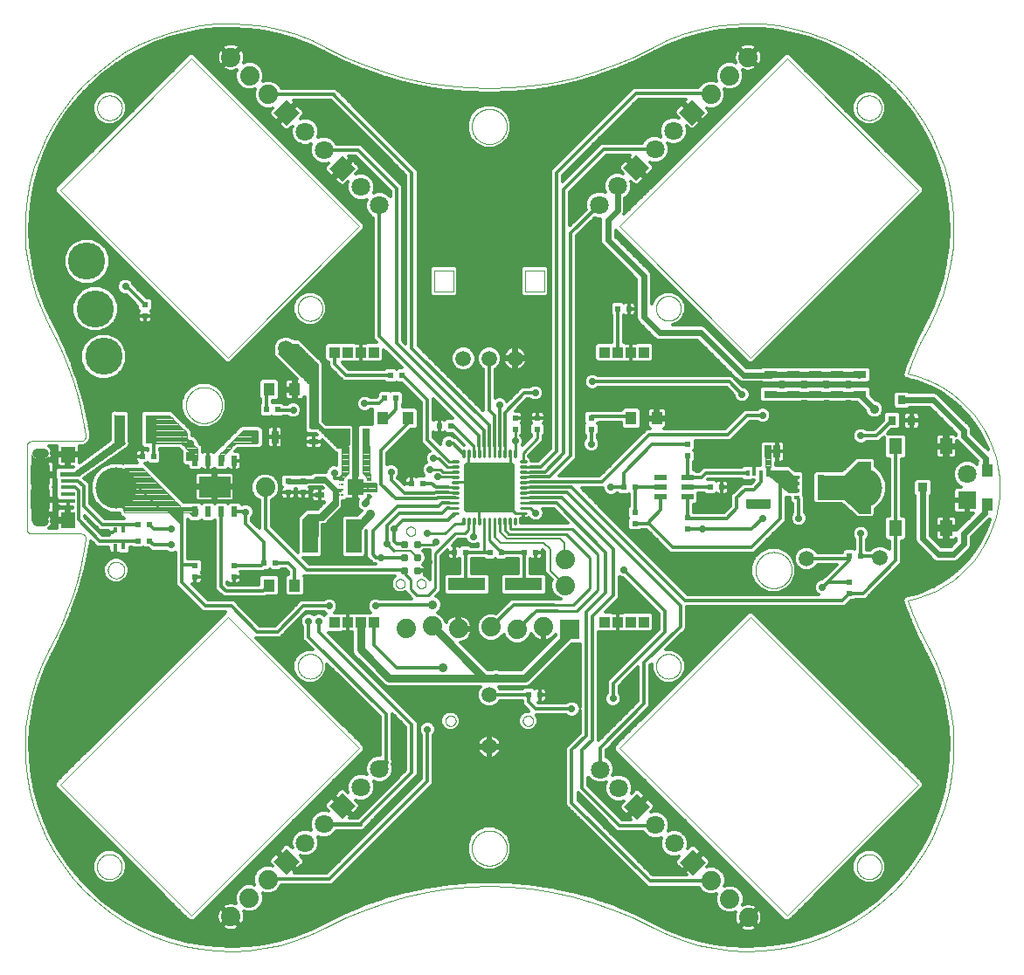
<source format=gtl>
G75*
%MOIN*%
%OFA0B0*%
%FSLAX25Y25*%
%IPPOS*%
%LPD*%
%AMOC8*
5,1,8,0,0,1.08239X$1,22.5*
%
%ADD10C,0.00000*%
%ADD11C,0.00394*%
%ADD12R,0.02992X0.01496*%
%ADD13R,0.02100X0.04134*%
%ADD14R,0.12000X0.08000*%
%ADD15R,0.03937X0.11024*%
%ADD16R,0.04724X0.02165*%
%ADD17C,0.03100*%
%ADD18R,0.07400X0.07400*%
%ADD19C,0.07400*%
%ADD20R,0.01575X0.02362*%
%ADD21C,0.15748*%
%ADD22R,0.01575X0.01969*%
%ADD23C,0.00984*%
%ADD24R,0.01083X0.00984*%
%ADD25R,0.00197X0.00984*%
%ADD26R,0.06299X0.05906*%
%ADD27R,0.05906X0.12598*%
%ADD28R,0.14173X0.04724*%
%ADD29C,0.00866*%
%ADD30C,0.01900*%
%ADD31C,0.14173*%
%ADD32R,0.03150X0.07874*%
%ADD33R,0.05315X0.01575*%
%ADD34R,0.05512X0.06299*%
%ADD35C,0.00039*%
%ADD36R,0.07480X0.07480*%
%ADD37C,0.03543*%
%ADD38R,0.01969X0.02362*%
%ADD39R,0.02362X0.01969*%
%ADD40R,0.02500X0.05000*%
%ADD41R,0.04331X0.04921*%
%ADD42R,0.03543X0.02362*%
%ADD43R,0.02756X0.05118*%
%ADD44R,0.01969X0.01457*%
%ADD45R,0.04134X0.04134*%
%ADD46C,0.05906*%
%ADD47R,0.05118X0.02756*%
%ADD48R,0.03150X0.03543*%
%ADD49R,0.05118X0.06102*%
%ADD50C,0.00197*%
%ADD51R,0.04331X0.05118*%
%ADD52R,0.07087X0.07087*%
%ADD53C,0.07087*%
%ADD54R,0.07087X0.07087*%
%ADD55C,0.02775*%
%ADD56C,0.01181*%
%ADD57C,0.02362*%
%ADD58C,0.00984*%
%ADD59C,0.00787*%
%ADD60C,0.00020*%
%ADD61C,0.03150*%
%ADD62C,0.03562*%
%ADD63C,0.00630*%
%ADD64R,0.03562X0.03562*%
%ADD65C,0.01600*%
D10*
X0088126Y0065370D02*
X0088128Y0065507D01*
X0088134Y0065645D01*
X0088144Y0065782D01*
X0088158Y0065918D01*
X0088176Y0066055D01*
X0088198Y0066190D01*
X0088224Y0066325D01*
X0088253Y0066459D01*
X0088287Y0066593D01*
X0088324Y0066725D01*
X0088366Y0066856D01*
X0088411Y0066986D01*
X0088460Y0067114D01*
X0088512Y0067241D01*
X0088569Y0067366D01*
X0088628Y0067490D01*
X0088692Y0067612D01*
X0088759Y0067732D01*
X0088829Y0067850D01*
X0088903Y0067966D01*
X0088980Y0068080D01*
X0089061Y0068191D01*
X0089144Y0068300D01*
X0089231Y0068407D01*
X0089321Y0068510D01*
X0089414Y0068612D01*
X0089510Y0068710D01*
X0089608Y0068806D01*
X0089710Y0068899D01*
X0089813Y0068989D01*
X0089920Y0069076D01*
X0090029Y0069159D01*
X0090140Y0069240D01*
X0090254Y0069317D01*
X0090370Y0069391D01*
X0090488Y0069461D01*
X0090608Y0069528D01*
X0090730Y0069592D01*
X0090854Y0069651D01*
X0090979Y0069708D01*
X0091106Y0069760D01*
X0091234Y0069809D01*
X0091364Y0069854D01*
X0091495Y0069896D01*
X0091627Y0069933D01*
X0091761Y0069967D01*
X0091895Y0069996D01*
X0092030Y0070022D01*
X0092165Y0070044D01*
X0092302Y0070062D01*
X0092438Y0070076D01*
X0092575Y0070086D01*
X0092713Y0070092D01*
X0092850Y0070094D01*
X0092987Y0070092D01*
X0093125Y0070086D01*
X0093262Y0070076D01*
X0093398Y0070062D01*
X0093535Y0070044D01*
X0093670Y0070022D01*
X0093805Y0069996D01*
X0093939Y0069967D01*
X0094073Y0069933D01*
X0094205Y0069896D01*
X0094336Y0069854D01*
X0094466Y0069809D01*
X0094594Y0069760D01*
X0094721Y0069708D01*
X0094846Y0069651D01*
X0094970Y0069592D01*
X0095092Y0069528D01*
X0095212Y0069461D01*
X0095330Y0069391D01*
X0095446Y0069317D01*
X0095560Y0069240D01*
X0095671Y0069159D01*
X0095780Y0069076D01*
X0095887Y0068989D01*
X0095990Y0068899D01*
X0096092Y0068806D01*
X0096190Y0068710D01*
X0096286Y0068612D01*
X0096379Y0068510D01*
X0096469Y0068407D01*
X0096556Y0068300D01*
X0096639Y0068191D01*
X0096720Y0068080D01*
X0096797Y0067966D01*
X0096871Y0067850D01*
X0096941Y0067732D01*
X0097008Y0067612D01*
X0097072Y0067490D01*
X0097131Y0067366D01*
X0097188Y0067241D01*
X0097240Y0067114D01*
X0097289Y0066986D01*
X0097334Y0066856D01*
X0097376Y0066725D01*
X0097413Y0066593D01*
X0097447Y0066459D01*
X0097476Y0066325D01*
X0097502Y0066190D01*
X0097524Y0066055D01*
X0097542Y0065918D01*
X0097556Y0065782D01*
X0097566Y0065645D01*
X0097572Y0065507D01*
X0097574Y0065370D01*
X0097572Y0065233D01*
X0097566Y0065095D01*
X0097556Y0064958D01*
X0097542Y0064822D01*
X0097524Y0064685D01*
X0097502Y0064550D01*
X0097476Y0064415D01*
X0097447Y0064281D01*
X0097413Y0064147D01*
X0097376Y0064015D01*
X0097334Y0063884D01*
X0097289Y0063754D01*
X0097240Y0063626D01*
X0097188Y0063499D01*
X0097131Y0063374D01*
X0097072Y0063250D01*
X0097008Y0063128D01*
X0096941Y0063008D01*
X0096871Y0062890D01*
X0096797Y0062774D01*
X0096720Y0062660D01*
X0096639Y0062549D01*
X0096556Y0062440D01*
X0096469Y0062333D01*
X0096379Y0062230D01*
X0096286Y0062128D01*
X0096190Y0062030D01*
X0096092Y0061934D01*
X0095990Y0061841D01*
X0095887Y0061751D01*
X0095780Y0061664D01*
X0095671Y0061581D01*
X0095560Y0061500D01*
X0095446Y0061423D01*
X0095330Y0061349D01*
X0095212Y0061279D01*
X0095092Y0061212D01*
X0094970Y0061148D01*
X0094846Y0061089D01*
X0094721Y0061032D01*
X0094594Y0060980D01*
X0094466Y0060931D01*
X0094336Y0060886D01*
X0094205Y0060844D01*
X0094073Y0060807D01*
X0093939Y0060773D01*
X0093805Y0060744D01*
X0093670Y0060718D01*
X0093535Y0060696D01*
X0093398Y0060678D01*
X0093262Y0060664D01*
X0093125Y0060654D01*
X0092987Y0060648D01*
X0092850Y0060646D01*
X0092713Y0060648D01*
X0092575Y0060654D01*
X0092438Y0060664D01*
X0092302Y0060678D01*
X0092165Y0060696D01*
X0092030Y0060718D01*
X0091895Y0060744D01*
X0091761Y0060773D01*
X0091627Y0060807D01*
X0091495Y0060844D01*
X0091364Y0060886D01*
X0091234Y0060931D01*
X0091106Y0060980D01*
X0090979Y0061032D01*
X0090854Y0061089D01*
X0090730Y0061148D01*
X0090608Y0061212D01*
X0090488Y0061279D01*
X0090370Y0061349D01*
X0090254Y0061423D01*
X0090140Y0061500D01*
X0090029Y0061581D01*
X0089920Y0061664D01*
X0089813Y0061751D01*
X0089710Y0061841D01*
X0089608Y0061934D01*
X0089510Y0062030D01*
X0089414Y0062128D01*
X0089321Y0062230D01*
X0089231Y0062333D01*
X0089144Y0062440D01*
X0089061Y0062549D01*
X0088980Y0062660D01*
X0088903Y0062774D01*
X0088829Y0062890D01*
X0088759Y0063008D01*
X0088692Y0063128D01*
X0088628Y0063250D01*
X0088569Y0063374D01*
X0088512Y0063499D01*
X0088460Y0063626D01*
X0088411Y0063754D01*
X0088366Y0063884D01*
X0088324Y0064015D01*
X0088287Y0064147D01*
X0088253Y0064281D01*
X0088224Y0064415D01*
X0088198Y0064550D01*
X0088176Y0064685D01*
X0088158Y0064822D01*
X0088144Y0064958D01*
X0088134Y0065095D01*
X0088128Y0065233D01*
X0088126Y0065370D01*
X0164741Y0141906D02*
X0164743Y0142043D01*
X0164749Y0142181D01*
X0164759Y0142318D01*
X0164773Y0142454D01*
X0164791Y0142591D01*
X0164813Y0142726D01*
X0164839Y0142861D01*
X0164868Y0142995D01*
X0164902Y0143129D01*
X0164939Y0143261D01*
X0164981Y0143392D01*
X0165026Y0143522D01*
X0165075Y0143650D01*
X0165127Y0143777D01*
X0165184Y0143902D01*
X0165243Y0144026D01*
X0165307Y0144148D01*
X0165374Y0144268D01*
X0165444Y0144386D01*
X0165518Y0144502D01*
X0165595Y0144616D01*
X0165676Y0144727D01*
X0165759Y0144836D01*
X0165846Y0144943D01*
X0165936Y0145046D01*
X0166029Y0145148D01*
X0166125Y0145246D01*
X0166223Y0145342D01*
X0166325Y0145435D01*
X0166428Y0145525D01*
X0166535Y0145612D01*
X0166644Y0145695D01*
X0166755Y0145776D01*
X0166869Y0145853D01*
X0166985Y0145927D01*
X0167103Y0145997D01*
X0167223Y0146064D01*
X0167345Y0146128D01*
X0167469Y0146187D01*
X0167594Y0146244D01*
X0167721Y0146296D01*
X0167849Y0146345D01*
X0167979Y0146390D01*
X0168110Y0146432D01*
X0168242Y0146469D01*
X0168376Y0146503D01*
X0168510Y0146532D01*
X0168645Y0146558D01*
X0168780Y0146580D01*
X0168917Y0146598D01*
X0169053Y0146612D01*
X0169190Y0146622D01*
X0169328Y0146628D01*
X0169465Y0146630D01*
X0169602Y0146628D01*
X0169740Y0146622D01*
X0169877Y0146612D01*
X0170013Y0146598D01*
X0170150Y0146580D01*
X0170285Y0146558D01*
X0170420Y0146532D01*
X0170554Y0146503D01*
X0170688Y0146469D01*
X0170820Y0146432D01*
X0170951Y0146390D01*
X0171081Y0146345D01*
X0171209Y0146296D01*
X0171336Y0146244D01*
X0171461Y0146187D01*
X0171585Y0146128D01*
X0171707Y0146064D01*
X0171827Y0145997D01*
X0171945Y0145927D01*
X0172061Y0145853D01*
X0172175Y0145776D01*
X0172286Y0145695D01*
X0172395Y0145612D01*
X0172502Y0145525D01*
X0172605Y0145435D01*
X0172707Y0145342D01*
X0172805Y0145246D01*
X0172901Y0145148D01*
X0172994Y0145046D01*
X0173084Y0144943D01*
X0173171Y0144836D01*
X0173254Y0144727D01*
X0173335Y0144616D01*
X0173412Y0144502D01*
X0173486Y0144386D01*
X0173556Y0144268D01*
X0173623Y0144148D01*
X0173687Y0144026D01*
X0173746Y0143902D01*
X0173803Y0143777D01*
X0173855Y0143650D01*
X0173904Y0143522D01*
X0173949Y0143392D01*
X0173991Y0143261D01*
X0174028Y0143129D01*
X0174062Y0142995D01*
X0174091Y0142861D01*
X0174117Y0142726D01*
X0174139Y0142591D01*
X0174157Y0142454D01*
X0174171Y0142318D01*
X0174181Y0142181D01*
X0174187Y0142043D01*
X0174189Y0141906D01*
X0174187Y0141769D01*
X0174181Y0141631D01*
X0174171Y0141494D01*
X0174157Y0141358D01*
X0174139Y0141221D01*
X0174117Y0141086D01*
X0174091Y0140951D01*
X0174062Y0140817D01*
X0174028Y0140683D01*
X0173991Y0140551D01*
X0173949Y0140420D01*
X0173904Y0140290D01*
X0173855Y0140162D01*
X0173803Y0140035D01*
X0173746Y0139910D01*
X0173687Y0139786D01*
X0173623Y0139664D01*
X0173556Y0139544D01*
X0173486Y0139426D01*
X0173412Y0139310D01*
X0173335Y0139196D01*
X0173254Y0139085D01*
X0173171Y0138976D01*
X0173084Y0138869D01*
X0172994Y0138766D01*
X0172901Y0138664D01*
X0172805Y0138566D01*
X0172707Y0138470D01*
X0172605Y0138377D01*
X0172502Y0138287D01*
X0172395Y0138200D01*
X0172286Y0138117D01*
X0172175Y0138036D01*
X0172061Y0137959D01*
X0171945Y0137885D01*
X0171827Y0137815D01*
X0171707Y0137748D01*
X0171585Y0137684D01*
X0171461Y0137625D01*
X0171336Y0137568D01*
X0171209Y0137516D01*
X0171081Y0137467D01*
X0170951Y0137422D01*
X0170820Y0137380D01*
X0170688Y0137343D01*
X0170554Y0137309D01*
X0170420Y0137280D01*
X0170285Y0137254D01*
X0170150Y0137232D01*
X0170013Y0137214D01*
X0169877Y0137200D01*
X0169740Y0137190D01*
X0169602Y0137184D01*
X0169465Y0137182D01*
X0169328Y0137184D01*
X0169190Y0137190D01*
X0169053Y0137200D01*
X0168917Y0137214D01*
X0168780Y0137232D01*
X0168645Y0137254D01*
X0168510Y0137280D01*
X0168376Y0137309D01*
X0168242Y0137343D01*
X0168110Y0137380D01*
X0167979Y0137422D01*
X0167849Y0137467D01*
X0167721Y0137516D01*
X0167594Y0137568D01*
X0167469Y0137625D01*
X0167345Y0137684D01*
X0167223Y0137748D01*
X0167103Y0137815D01*
X0166985Y0137885D01*
X0166869Y0137959D01*
X0166755Y0138036D01*
X0166644Y0138117D01*
X0166535Y0138200D01*
X0166428Y0138287D01*
X0166325Y0138377D01*
X0166223Y0138470D01*
X0166125Y0138566D01*
X0166029Y0138664D01*
X0165936Y0138766D01*
X0165846Y0138869D01*
X0165759Y0138976D01*
X0165676Y0139085D01*
X0165595Y0139196D01*
X0165518Y0139310D01*
X0165444Y0139426D01*
X0165374Y0139544D01*
X0165307Y0139664D01*
X0165243Y0139786D01*
X0165184Y0139910D01*
X0165127Y0140035D01*
X0165075Y0140162D01*
X0165026Y0140290D01*
X0164981Y0140420D01*
X0164939Y0140551D01*
X0164902Y0140683D01*
X0164868Y0140817D01*
X0164839Y0140951D01*
X0164813Y0141086D01*
X0164791Y0141221D01*
X0164773Y0141358D01*
X0164759Y0141494D01*
X0164749Y0141631D01*
X0164743Y0141769D01*
X0164741Y0141906D01*
X0202140Y0173471D02*
X0202142Y0173554D01*
X0202148Y0173637D01*
X0202158Y0173720D01*
X0202172Y0173802D01*
X0202189Y0173884D01*
X0202211Y0173964D01*
X0202236Y0174043D01*
X0202265Y0174121D01*
X0202298Y0174198D01*
X0202335Y0174273D01*
X0202374Y0174346D01*
X0202418Y0174417D01*
X0202464Y0174486D01*
X0202514Y0174553D01*
X0202567Y0174617D01*
X0202623Y0174679D01*
X0202682Y0174738D01*
X0202744Y0174794D01*
X0202808Y0174847D01*
X0202875Y0174897D01*
X0202944Y0174943D01*
X0203015Y0174987D01*
X0203088Y0175026D01*
X0203163Y0175063D01*
X0203240Y0175096D01*
X0203318Y0175125D01*
X0203397Y0175150D01*
X0203477Y0175172D01*
X0203559Y0175189D01*
X0203641Y0175203D01*
X0203724Y0175213D01*
X0203807Y0175219D01*
X0203890Y0175221D01*
X0203973Y0175219D01*
X0204056Y0175213D01*
X0204139Y0175203D01*
X0204221Y0175189D01*
X0204303Y0175172D01*
X0204383Y0175150D01*
X0204462Y0175125D01*
X0204540Y0175096D01*
X0204617Y0175063D01*
X0204692Y0175026D01*
X0204765Y0174987D01*
X0204836Y0174943D01*
X0204905Y0174897D01*
X0204972Y0174847D01*
X0205036Y0174794D01*
X0205098Y0174738D01*
X0205157Y0174679D01*
X0205213Y0174617D01*
X0205266Y0174553D01*
X0205316Y0174486D01*
X0205362Y0174417D01*
X0205406Y0174346D01*
X0205445Y0174273D01*
X0205482Y0174198D01*
X0205515Y0174121D01*
X0205544Y0174043D01*
X0205569Y0173964D01*
X0205591Y0173884D01*
X0205608Y0173802D01*
X0205622Y0173720D01*
X0205632Y0173637D01*
X0205638Y0173554D01*
X0205640Y0173471D01*
X0205638Y0173388D01*
X0205632Y0173305D01*
X0205622Y0173222D01*
X0205608Y0173140D01*
X0205591Y0173058D01*
X0205569Y0172978D01*
X0205544Y0172899D01*
X0205515Y0172821D01*
X0205482Y0172744D01*
X0205445Y0172669D01*
X0205406Y0172596D01*
X0205362Y0172525D01*
X0205316Y0172456D01*
X0205266Y0172389D01*
X0205213Y0172325D01*
X0205157Y0172263D01*
X0205098Y0172204D01*
X0205036Y0172148D01*
X0204972Y0172095D01*
X0204905Y0172045D01*
X0204836Y0171999D01*
X0204765Y0171955D01*
X0204692Y0171916D01*
X0204617Y0171879D01*
X0204540Y0171846D01*
X0204462Y0171817D01*
X0204383Y0171792D01*
X0204303Y0171770D01*
X0204221Y0171753D01*
X0204139Y0171739D01*
X0204056Y0171729D01*
X0203973Y0171723D01*
X0203890Y0171721D01*
X0203807Y0171723D01*
X0203724Y0171729D01*
X0203641Y0171739D01*
X0203559Y0171753D01*
X0203477Y0171770D01*
X0203397Y0171792D01*
X0203318Y0171817D01*
X0203240Y0171846D01*
X0203163Y0171879D01*
X0203088Y0171916D01*
X0203015Y0171955D01*
X0202944Y0171999D01*
X0202875Y0172045D01*
X0202808Y0172095D01*
X0202744Y0172148D01*
X0202682Y0172204D01*
X0202623Y0172263D01*
X0202567Y0172325D01*
X0202514Y0172389D01*
X0202464Y0172456D01*
X0202418Y0172525D01*
X0202374Y0172596D01*
X0202335Y0172669D01*
X0202298Y0172744D01*
X0202265Y0172821D01*
X0202236Y0172899D01*
X0202211Y0172978D01*
X0202189Y0173058D01*
X0202172Y0173140D01*
X0202158Y0173222D01*
X0202148Y0173305D01*
X0202142Y0173388D01*
X0202140Y0173471D01*
X0210140Y0173471D02*
X0210142Y0173554D01*
X0210148Y0173637D01*
X0210158Y0173720D01*
X0210172Y0173802D01*
X0210189Y0173884D01*
X0210211Y0173964D01*
X0210236Y0174043D01*
X0210265Y0174121D01*
X0210298Y0174198D01*
X0210335Y0174273D01*
X0210374Y0174346D01*
X0210418Y0174417D01*
X0210464Y0174486D01*
X0210514Y0174553D01*
X0210567Y0174617D01*
X0210623Y0174679D01*
X0210682Y0174738D01*
X0210744Y0174794D01*
X0210808Y0174847D01*
X0210875Y0174897D01*
X0210944Y0174943D01*
X0211015Y0174987D01*
X0211088Y0175026D01*
X0211163Y0175063D01*
X0211240Y0175096D01*
X0211318Y0175125D01*
X0211397Y0175150D01*
X0211477Y0175172D01*
X0211559Y0175189D01*
X0211641Y0175203D01*
X0211724Y0175213D01*
X0211807Y0175219D01*
X0211890Y0175221D01*
X0211973Y0175219D01*
X0212056Y0175213D01*
X0212139Y0175203D01*
X0212221Y0175189D01*
X0212303Y0175172D01*
X0212383Y0175150D01*
X0212462Y0175125D01*
X0212540Y0175096D01*
X0212617Y0175063D01*
X0212692Y0175026D01*
X0212765Y0174987D01*
X0212836Y0174943D01*
X0212905Y0174897D01*
X0212972Y0174847D01*
X0213036Y0174794D01*
X0213098Y0174738D01*
X0213157Y0174679D01*
X0213213Y0174617D01*
X0213266Y0174553D01*
X0213316Y0174486D01*
X0213362Y0174417D01*
X0213406Y0174346D01*
X0213445Y0174273D01*
X0213482Y0174198D01*
X0213515Y0174121D01*
X0213544Y0174043D01*
X0213569Y0173964D01*
X0213591Y0173884D01*
X0213608Y0173802D01*
X0213622Y0173720D01*
X0213632Y0173637D01*
X0213638Y0173554D01*
X0213640Y0173471D01*
X0213638Y0173388D01*
X0213632Y0173305D01*
X0213622Y0173222D01*
X0213608Y0173140D01*
X0213591Y0173058D01*
X0213569Y0172978D01*
X0213544Y0172899D01*
X0213515Y0172821D01*
X0213482Y0172744D01*
X0213445Y0172669D01*
X0213406Y0172596D01*
X0213362Y0172525D01*
X0213316Y0172456D01*
X0213266Y0172389D01*
X0213213Y0172325D01*
X0213157Y0172263D01*
X0213098Y0172204D01*
X0213036Y0172148D01*
X0212972Y0172095D01*
X0212905Y0172045D01*
X0212836Y0171999D01*
X0212765Y0171955D01*
X0212692Y0171916D01*
X0212617Y0171879D01*
X0212540Y0171846D01*
X0212462Y0171817D01*
X0212383Y0171792D01*
X0212303Y0171770D01*
X0212221Y0171753D01*
X0212139Y0171739D01*
X0212056Y0171729D01*
X0211973Y0171723D01*
X0211890Y0171721D01*
X0211807Y0171723D01*
X0211724Y0171729D01*
X0211641Y0171739D01*
X0211559Y0171753D01*
X0211477Y0171770D01*
X0211397Y0171792D01*
X0211318Y0171817D01*
X0211240Y0171846D01*
X0211163Y0171879D01*
X0211088Y0171916D01*
X0211015Y0171955D01*
X0210944Y0171999D01*
X0210875Y0172045D01*
X0210808Y0172095D01*
X0210744Y0172148D01*
X0210682Y0172204D01*
X0210623Y0172263D01*
X0210567Y0172325D01*
X0210514Y0172389D01*
X0210464Y0172456D01*
X0210418Y0172525D01*
X0210374Y0172596D01*
X0210335Y0172669D01*
X0210298Y0172744D01*
X0210265Y0172821D01*
X0210236Y0172899D01*
X0210211Y0172978D01*
X0210189Y0173058D01*
X0210172Y0173140D01*
X0210158Y0173222D01*
X0210148Y0173305D01*
X0210142Y0173388D01*
X0210140Y0173471D01*
X0206140Y0193471D02*
X0206142Y0193554D01*
X0206148Y0193637D01*
X0206158Y0193720D01*
X0206172Y0193802D01*
X0206189Y0193884D01*
X0206211Y0193964D01*
X0206236Y0194043D01*
X0206265Y0194121D01*
X0206298Y0194198D01*
X0206335Y0194273D01*
X0206374Y0194346D01*
X0206418Y0194417D01*
X0206464Y0194486D01*
X0206514Y0194553D01*
X0206567Y0194617D01*
X0206623Y0194679D01*
X0206682Y0194738D01*
X0206744Y0194794D01*
X0206808Y0194847D01*
X0206875Y0194897D01*
X0206944Y0194943D01*
X0207015Y0194987D01*
X0207088Y0195026D01*
X0207163Y0195063D01*
X0207240Y0195096D01*
X0207318Y0195125D01*
X0207397Y0195150D01*
X0207477Y0195172D01*
X0207559Y0195189D01*
X0207641Y0195203D01*
X0207724Y0195213D01*
X0207807Y0195219D01*
X0207890Y0195221D01*
X0207973Y0195219D01*
X0208056Y0195213D01*
X0208139Y0195203D01*
X0208221Y0195189D01*
X0208303Y0195172D01*
X0208383Y0195150D01*
X0208462Y0195125D01*
X0208540Y0195096D01*
X0208617Y0195063D01*
X0208692Y0195026D01*
X0208765Y0194987D01*
X0208836Y0194943D01*
X0208905Y0194897D01*
X0208972Y0194847D01*
X0209036Y0194794D01*
X0209098Y0194738D01*
X0209157Y0194679D01*
X0209213Y0194617D01*
X0209266Y0194553D01*
X0209316Y0194486D01*
X0209362Y0194417D01*
X0209406Y0194346D01*
X0209445Y0194273D01*
X0209482Y0194198D01*
X0209515Y0194121D01*
X0209544Y0194043D01*
X0209569Y0193964D01*
X0209591Y0193884D01*
X0209608Y0193802D01*
X0209622Y0193720D01*
X0209632Y0193637D01*
X0209638Y0193554D01*
X0209640Y0193471D01*
X0209638Y0193388D01*
X0209632Y0193305D01*
X0209622Y0193222D01*
X0209608Y0193140D01*
X0209591Y0193058D01*
X0209569Y0192978D01*
X0209544Y0192899D01*
X0209515Y0192821D01*
X0209482Y0192744D01*
X0209445Y0192669D01*
X0209406Y0192596D01*
X0209362Y0192525D01*
X0209316Y0192456D01*
X0209266Y0192389D01*
X0209213Y0192325D01*
X0209157Y0192263D01*
X0209098Y0192204D01*
X0209036Y0192148D01*
X0208972Y0192095D01*
X0208905Y0192045D01*
X0208836Y0191999D01*
X0208765Y0191955D01*
X0208692Y0191916D01*
X0208617Y0191879D01*
X0208540Y0191846D01*
X0208462Y0191817D01*
X0208383Y0191792D01*
X0208303Y0191770D01*
X0208221Y0191753D01*
X0208139Y0191739D01*
X0208056Y0191729D01*
X0207973Y0191723D01*
X0207890Y0191721D01*
X0207807Y0191723D01*
X0207724Y0191729D01*
X0207641Y0191739D01*
X0207559Y0191753D01*
X0207477Y0191770D01*
X0207397Y0191792D01*
X0207318Y0191817D01*
X0207240Y0191846D01*
X0207163Y0191879D01*
X0207088Y0191916D01*
X0207015Y0191955D01*
X0206944Y0191999D01*
X0206875Y0192045D01*
X0206808Y0192095D01*
X0206744Y0192148D01*
X0206682Y0192204D01*
X0206623Y0192263D01*
X0206567Y0192325D01*
X0206514Y0192389D01*
X0206464Y0192456D01*
X0206418Y0192525D01*
X0206374Y0192596D01*
X0206335Y0192669D01*
X0206298Y0192744D01*
X0206265Y0192821D01*
X0206236Y0192899D01*
X0206211Y0192978D01*
X0206189Y0193058D01*
X0206172Y0193140D01*
X0206158Y0193222D01*
X0206148Y0193305D01*
X0206142Y0193388D01*
X0206140Y0193471D01*
X0122063Y0241630D02*
X0122065Y0241799D01*
X0122071Y0241968D01*
X0122082Y0242137D01*
X0122096Y0242305D01*
X0122115Y0242473D01*
X0122138Y0242641D01*
X0122164Y0242808D01*
X0122195Y0242974D01*
X0122230Y0243140D01*
X0122269Y0243304D01*
X0122313Y0243468D01*
X0122360Y0243630D01*
X0122411Y0243791D01*
X0122466Y0243951D01*
X0122525Y0244110D01*
X0122587Y0244267D01*
X0122654Y0244422D01*
X0122725Y0244576D01*
X0122799Y0244728D01*
X0122877Y0244878D01*
X0122958Y0245026D01*
X0123043Y0245172D01*
X0123132Y0245316D01*
X0123224Y0245458D01*
X0123320Y0245597D01*
X0123419Y0245734D01*
X0123521Y0245869D01*
X0123627Y0246001D01*
X0123736Y0246130D01*
X0123848Y0246257D01*
X0123963Y0246381D01*
X0124081Y0246502D01*
X0124202Y0246620D01*
X0124326Y0246735D01*
X0124453Y0246847D01*
X0124582Y0246956D01*
X0124714Y0247062D01*
X0124849Y0247164D01*
X0124986Y0247263D01*
X0125125Y0247359D01*
X0125267Y0247451D01*
X0125411Y0247540D01*
X0125557Y0247625D01*
X0125705Y0247706D01*
X0125855Y0247784D01*
X0126007Y0247858D01*
X0126161Y0247929D01*
X0126316Y0247996D01*
X0126473Y0248058D01*
X0126632Y0248117D01*
X0126792Y0248172D01*
X0126953Y0248223D01*
X0127115Y0248270D01*
X0127279Y0248314D01*
X0127443Y0248353D01*
X0127609Y0248388D01*
X0127775Y0248419D01*
X0127942Y0248445D01*
X0128110Y0248468D01*
X0128278Y0248487D01*
X0128446Y0248501D01*
X0128615Y0248512D01*
X0128784Y0248518D01*
X0128953Y0248520D01*
X0129122Y0248518D01*
X0129291Y0248512D01*
X0129460Y0248501D01*
X0129628Y0248487D01*
X0129796Y0248468D01*
X0129964Y0248445D01*
X0130131Y0248419D01*
X0130297Y0248388D01*
X0130463Y0248353D01*
X0130627Y0248314D01*
X0130791Y0248270D01*
X0130953Y0248223D01*
X0131114Y0248172D01*
X0131274Y0248117D01*
X0131433Y0248058D01*
X0131590Y0247996D01*
X0131745Y0247929D01*
X0131899Y0247858D01*
X0132051Y0247784D01*
X0132201Y0247706D01*
X0132349Y0247625D01*
X0132495Y0247540D01*
X0132639Y0247451D01*
X0132781Y0247359D01*
X0132920Y0247263D01*
X0133057Y0247164D01*
X0133192Y0247062D01*
X0133324Y0246956D01*
X0133453Y0246847D01*
X0133580Y0246735D01*
X0133704Y0246620D01*
X0133825Y0246502D01*
X0133943Y0246381D01*
X0134058Y0246257D01*
X0134170Y0246130D01*
X0134279Y0246001D01*
X0134385Y0245869D01*
X0134487Y0245734D01*
X0134586Y0245597D01*
X0134682Y0245458D01*
X0134774Y0245316D01*
X0134863Y0245172D01*
X0134948Y0245026D01*
X0135029Y0244878D01*
X0135107Y0244728D01*
X0135181Y0244576D01*
X0135252Y0244422D01*
X0135319Y0244267D01*
X0135381Y0244110D01*
X0135440Y0243951D01*
X0135495Y0243791D01*
X0135546Y0243630D01*
X0135593Y0243468D01*
X0135637Y0243304D01*
X0135676Y0243140D01*
X0135711Y0242974D01*
X0135742Y0242808D01*
X0135768Y0242641D01*
X0135791Y0242473D01*
X0135810Y0242305D01*
X0135824Y0242137D01*
X0135835Y0241968D01*
X0135841Y0241799D01*
X0135843Y0241630D01*
X0135841Y0241461D01*
X0135835Y0241292D01*
X0135824Y0241123D01*
X0135810Y0240955D01*
X0135791Y0240787D01*
X0135768Y0240619D01*
X0135742Y0240452D01*
X0135711Y0240286D01*
X0135676Y0240120D01*
X0135637Y0239956D01*
X0135593Y0239792D01*
X0135546Y0239630D01*
X0135495Y0239469D01*
X0135440Y0239309D01*
X0135381Y0239150D01*
X0135319Y0238993D01*
X0135252Y0238838D01*
X0135181Y0238684D01*
X0135107Y0238532D01*
X0135029Y0238382D01*
X0134948Y0238234D01*
X0134863Y0238088D01*
X0134774Y0237944D01*
X0134682Y0237802D01*
X0134586Y0237663D01*
X0134487Y0237526D01*
X0134385Y0237391D01*
X0134279Y0237259D01*
X0134170Y0237130D01*
X0134058Y0237003D01*
X0133943Y0236879D01*
X0133825Y0236758D01*
X0133704Y0236640D01*
X0133580Y0236525D01*
X0133453Y0236413D01*
X0133324Y0236304D01*
X0133192Y0236198D01*
X0133057Y0236096D01*
X0132920Y0235997D01*
X0132781Y0235901D01*
X0132639Y0235809D01*
X0132495Y0235720D01*
X0132349Y0235635D01*
X0132201Y0235554D01*
X0132051Y0235476D01*
X0131899Y0235402D01*
X0131745Y0235331D01*
X0131590Y0235264D01*
X0131433Y0235202D01*
X0131274Y0235143D01*
X0131114Y0235088D01*
X0130953Y0235037D01*
X0130791Y0234990D01*
X0130627Y0234946D01*
X0130463Y0234907D01*
X0130297Y0234872D01*
X0130131Y0234841D01*
X0129964Y0234815D01*
X0129796Y0234792D01*
X0129628Y0234773D01*
X0129460Y0234759D01*
X0129291Y0234748D01*
X0129122Y0234742D01*
X0128953Y0234740D01*
X0128784Y0234742D01*
X0128615Y0234748D01*
X0128446Y0234759D01*
X0128278Y0234773D01*
X0128110Y0234792D01*
X0127942Y0234815D01*
X0127775Y0234841D01*
X0127609Y0234872D01*
X0127443Y0234907D01*
X0127279Y0234946D01*
X0127115Y0234990D01*
X0126953Y0235037D01*
X0126792Y0235088D01*
X0126632Y0235143D01*
X0126473Y0235202D01*
X0126316Y0235264D01*
X0126161Y0235331D01*
X0126007Y0235402D01*
X0125855Y0235476D01*
X0125705Y0235554D01*
X0125557Y0235635D01*
X0125411Y0235720D01*
X0125267Y0235809D01*
X0125125Y0235901D01*
X0124986Y0235997D01*
X0124849Y0236096D01*
X0124714Y0236198D01*
X0124582Y0236304D01*
X0124453Y0236413D01*
X0124326Y0236525D01*
X0124202Y0236640D01*
X0124081Y0236758D01*
X0123963Y0236879D01*
X0123848Y0237003D01*
X0123736Y0237130D01*
X0123627Y0237259D01*
X0123521Y0237391D01*
X0123419Y0237526D01*
X0123320Y0237663D01*
X0123224Y0237802D01*
X0123132Y0237944D01*
X0123043Y0238088D01*
X0122958Y0238234D01*
X0122877Y0238382D01*
X0122799Y0238532D01*
X0122725Y0238684D01*
X0122654Y0238838D01*
X0122587Y0238993D01*
X0122525Y0239150D01*
X0122466Y0239309D01*
X0122411Y0239469D01*
X0122360Y0239630D01*
X0122313Y0239792D01*
X0122269Y0239956D01*
X0122230Y0240120D01*
X0122195Y0240286D01*
X0122164Y0240452D01*
X0122138Y0240619D01*
X0122115Y0240787D01*
X0122096Y0240955D01*
X0122082Y0241123D01*
X0122071Y0241292D01*
X0122065Y0241461D01*
X0122063Y0241630D01*
X0164701Y0278559D02*
X0164703Y0278696D01*
X0164709Y0278834D01*
X0164719Y0278971D01*
X0164733Y0279107D01*
X0164751Y0279244D01*
X0164773Y0279379D01*
X0164799Y0279514D01*
X0164828Y0279648D01*
X0164862Y0279782D01*
X0164899Y0279914D01*
X0164941Y0280045D01*
X0164986Y0280175D01*
X0165035Y0280303D01*
X0165087Y0280430D01*
X0165144Y0280555D01*
X0165203Y0280679D01*
X0165267Y0280801D01*
X0165334Y0280921D01*
X0165404Y0281039D01*
X0165478Y0281155D01*
X0165555Y0281269D01*
X0165636Y0281380D01*
X0165719Y0281489D01*
X0165806Y0281596D01*
X0165896Y0281699D01*
X0165989Y0281801D01*
X0166085Y0281899D01*
X0166183Y0281995D01*
X0166285Y0282088D01*
X0166388Y0282178D01*
X0166495Y0282265D01*
X0166604Y0282348D01*
X0166715Y0282429D01*
X0166829Y0282506D01*
X0166945Y0282580D01*
X0167063Y0282650D01*
X0167183Y0282717D01*
X0167305Y0282781D01*
X0167429Y0282840D01*
X0167554Y0282897D01*
X0167681Y0282949D01*
X0167809Y0282998D01*
X0167939Y0283043D01*
X0168070Y0283085D01*
X0168202Y0283122D01*
X0168336Y0283156D01*
X0168470Y0283185D01*
X0168605Y0283211D01*
X0168740Y0283233D01*
X0168877Y0283251D01*
X0169013Y0283265D01*
X0169150Y0283275D01*
X0169288Y0283281D01*
X0169425Y0283283D01*
X0169562Y0283281D01*
X0169700Y0283275D01*
X0169837Y0283265D01*
X0169973Y0283251D01*
X0170110Y0283233D01*
X0170245Y0283211D01*
X0170380Y0283185D01*
X0170514Y0283156D01*
X0170648Y0283122D01*
X0170780Y0283085D01*
X0170911Y0283043D01*
X0171041Y0282998D01*
X0171169Y0282949D01*
X0171296Y0282897D01*
X0171421Y0282840D01*
X0171545Y0282781D01*
X0171667Y0282717D01*
X0171787Y0282650D01*
X0171905Y0282580D01*
X0172021Y0282506D01*
X0172135Y0282429D01*
X0172246Y0282348D01*
X0172355Y0282265D01*
X0172462Y0282178D01*
X0172565Y0282088D01*
X0172667Y0281995D01*
X0172765Y0281899D01*
X0172861Y0281801D01*
X0172954Y0281699D01*
X0173044Y0281596D01*
X0173131Y0281489D01*
X0173214Y0281380D01*
X0173295Y0281269D01*
X0173372Y0281155D01*
X0173446Y0281039D01*
X0173516Y0280921D01*
X0173583Y0280801D01*
X0173647Y0280679D01*
X0173706Y0280555D01*
X0173763Y0280430D01*
X0173815Y0280303D01*
X0173864Y0280175D01*
X0173909Y0280045D01*
X0173951Y0279914D01*
X0173988Y0279782D01*
X0174022Y0279648D01*
X0174051Y0279514D01*
X0174077Y0279379D01*
X0174099Y0279244D01*
X0174117Y0279107D01*
X0174131Y0278971D01*
X0174141Y0278834D01*
X0174147Y0278696D01*
X0174149Y0278559D01*
X0174147Y0278422D01*
X0174141Y0278284D01*
X0174131Y0278147D01*
X0174117Y0278011D01*
X0174099Y0277874D01*
X0174077Y0277739D01*
X0174051Y0277604D01*
X0174022Y0277470D01*
X0173988Y0277336D01*
X0173951Y0277204D01*
X0173909Y0277073D01*
X0173864Y0276943D01*
X0173815Y0276815D01*
X0173763Y0276688D01*
X0173706Y0276563D01*
X0173647Y0276439D01*
X0173583Y0276317D01*
X0173516Y0276197D01*
X0173446Y0276079D01*
X0173372Y0275963D01*
X0173295Y0275849D01*
X0173214Y0275738D01*
X0173131Y0275629D01*
X0173044Y0275522D01*
X0172954Y0275419D01*
X0172861Y0275317D01*
X0172765Y0275219D01*
X0172667Y0275123D01*
X0172565Y0275030D01*
X0172462Y0274940D01*
X0172355Y0274853D01*
X0172246Y0274770D01*
X0172135Y0274689D01*
X0172021Y0274612D01*
X0171905Y0274538D01*
X0171787Y0274468D01*
X0171667Y0274401D01*
X0171545Y0274337D01*
X0171421Y0274278D01*
X0171296Y0274221D01*
X0171169Y0274169D01*
X0171041Y0274120D01*
X0170911Y0274075D01*
X0170780Y0274033D01*
X0170648Y0273996D01*
X0170514Y0273962D01*
X0170380Y0273933D01*
X0170245Y0273907D01*
X0170110Y0273885D01*
X0169973Y0273867D01*
X0169837Y0273853D01*
X0169700Y0273843D01*
X0169562Y0273837D01*
X0169425Y0273835D01*
X0169288Y0273837D01*
X0169150Y0273843D01*
X0169013Y0273853D01*
X0168877Y0273867D01*
X0168740Y0273885D01*
X0168605Y0273907D01*
X0168470Y0273933D01*
X0168336Y0273962D01*
X0168202Y0273996D01*
X0168070Y0274033D01*
X0167939Y0274075D01*
X0167809Y0274120D01*
X0167681Y0274169D01*
X0167554Y0274221D01*
X0167429Y0274278D01*
X0167305Y0274337D01*
X0167183Y0274401D01*
X0167063Y0274468D01*
X0166945Y0274538D01*
X0166829Y0274612D01*
X0166715Y0274689D01*
X0166604Y0274770D01*
X0166495Y0274853D01*
X0166388Y0274940D01*
X0166285Y0275030D01*
X0166183Y0275123D01*
X0166085Y0275219D01*
X0165989Y0275317D01*
X0165896Y0275419D01*
X0165806Y0275522D01*
X0165719Y0275629D01*
X0165636Y0275738D01*
X0165555Y0275849D01*
X0165478Y0275963D01*
X0165404Y0276079D01*
X0165334Y0276197D01*
X0165267Y0276317D01*
X0165203Y0276439D01*
X0165144Y0276563D01*
X0165087Y0276688D01*
X0165035Y0276815D01*
X0164986Y0276943D01*
X0164941Y0277073D01*
X0164899Y0277204D01*
X0164862Y0277336D01*
X0164828Y0277470D01*
X0164799Y0277604D01*
X0164773Y0277739D01*
X0164751Y0277874D01*
X0164733Y0278011D01*
X0164719Y0278147D01*
X0164709Y0278284D01*
X0164703Y0278422D01*
X0164701Y0278559D01*
X0231118Y0348047D02*
X0231120Y0348211D01*
X0231126Y0348375D01*
X0231136Y0348539D01*
X0231150Y0348703D01*
X0231168Y0348866D01*
X0231190Y0349029D01*
X0231217Y0349191D01*
X0231247Y0349353D01*
X0231281Y0349513D01*
X0231319Y0349673D01*
X0231360Y0349832D01*
X0231406Y0349990D01*
X0231456Y0350146D01*
X0231509Y0350302D01*
X0231566Y0350456D01*
X0231627Y0350608D01*
X0231692Y0350759D01*
X0231761Y0350909D01*
X0231833Y0351056D01*
X0231908Y0351202D01*
X0231988Y0351346D01*
X0232070Y0351488D01*
X0232156Y0351628D01*
X0232246Y0351765D01*
X0232339Y0351901D01*
X0232435Y0352034D01*
X0232535Y0352165D01*
X0232637Y0352293D01*
X0232743Y0352419D01*
X0232852Y0352542D01*
X0232964Y0352662D01*
X0233078Y0352780D01*
X0233196Y0352894D01*
X0233316Y0353006D01*
X0233439Y0353115D01*
X0233565Y0353221D01*
X0233693Y0353323D01*
X0233824Y0353423D01*
X0233957Y0353519D01*
X0234093Y0353612D01*
X0234230Y0353702D01*
X0234370Y0353788D01*
X0234512Y0353870D01*
X0234656Y0353950D01*
X0234802Y0354025D01*
X0234949Y0354097D01*
X0235099Y0354166D01*
X0235250Y0354231D01*
X0235402Y0354292D01*
X0235556Y0354349D01*
X0235712Y0354402D01*
X0235868Y0354452D01*
X0236026Y0354498D01*
X0236185Y0354539D01*
X0236345Y0354577D01*
X0236505Y0354611D01*
X0236667Y0354641D01*
X0236829Y0354668D01*
X0236992Y0354690D01*
X0237155Y0354708D01*
X0237319Y0354722D01*
X0237483Y0354732D01*
X0237647Y0354738D01*
X0237811Y0354740D01*
X0237975Y0354738D01*
X0238139Y0354732D01*
X0238303Y0354722D01*
X0238467Y0354708D01*
X0238630Y0354690D01*
X0238793Y0354668D01*
X0238955Y0354641D01*
X0239117Y0354611D01*
X0239277Y0354577D01*
X0239437Y0354539D01*
X0239596Y0354498D01*
X0239754Y0354452D01*
X0239910Y0354402D01*
X0240066Y0354349D01*
X0240220Y0354292D01*
X0240372Y0354231D01*
X0240523Y0354166D01*
X0240673Y0354097D01*
X0240820Y0354025D01*
X0240966Y0353950D01*
X0241110Y0353870D01*
X0241252Y0353788D01*
X0241392Y0353702D01*
X0241529Y0353612D01*
X0241665Y0353519D01*
X0241798Y0353423D01*
X0241929Y0353323D01*
X0242057Y0353221D01*
X0242183Y0353115D01*
X0242306Y0353006D01*
X0242426Y0352894D01*
X0242544Y0352780D01*
X0242658Y0352662D01*
X0242770Y0352542D01*
X0242879Y0352419D01*
X0242985Y0352293D01*
X0243087Y0352165D01*
X0243187Y0352034D01*
X0243283Y0351901D01*
X0243376Y0351765D01*
X0243466Y0351628D01*
X0243552Y0351488D01*
X0243634Y0351346D01*
X0243714Y0351202D01*
X0243789Y0351056D01*
X0243861Y0350909D01*
X0243930Y0350759D01*
X0243995Y0350608D01*
X0244056Y0350456D01*
X0244113Y0350302D01*
X0244166Y0350146D01*
X0244216Y0349990D01*
X0244262Y0349832D01*
X0244303Y0349673D01*
X0244341Y0349513D01*
X0244375Y0349353D01*
X0244405Y0349191D01*
X0244432Y0349029D01*
X0244454Y0348866D01*
X0244472Y0348703D01*
X0244486Y0348539D01*
X0244496Y0348375D01*
X0244502Y0348211D01*
X0244504Y0348047D01*
X0244502Y0347883D01*
X0244496Y0347719D01*
X0244486Y0347555D01*
X0244472Y0347391D01*
X0244454Y0347228D01*
X0244432Y0347065D01*
X0244405Y0346903D01*
X0244375Y0346741D01*
X0244341Y0346581D01*
X0244303Y0346421D01*
X0244262Y0346262D01*
X0244216Y0346104D01*
X0244166Y0345948D01*
X0244113Y0345792D01*
X0244056Y0345638D01*
X0243995Y0345486D01*
X0243930Y0345335D01*
X0243861Y0345185D01*
X0243789Y0345038D01*
X0243714Y0344892D01*
X0243634Y0344748D01*
X0243552Y0344606D01*
X0243466Y0344466D01*
X0243376Y0344329D01*
X0243283Y0344193D01*
X0243187Y0344060D01*
X0243087Y0343929D01*
X0242985Y0343801D01*
X0242879Y0343675D01*
X0242770Y0343552D01*
X0242658Y0343432D01*
X0242544Y0343314D01*
X0242426Y0343200D01*
X0242306Y0343088D01*
X0242183Y0342979D01*
X0242057Y0342873D01*
X0241929Y0342771D01*
X0241798Y0342671D01*
X0241665Y0342575D01*
X0241529Y0342482D01*
X0241392Y0342392D01*
X0241252Y0342306D01*
X0241110Y0342224D01*
X0240966Y0342144D01*
X0240820Y0342069D01*
X0240673Y0341997D01*
X0240523Y0341928D01*
X0240372Y0341863D01*
X0240220Y0341802D01*
X0240066Y0341745D01*
X0239910Y0341692D01*
X0239754Y0341642D01*
X0239596Y0341596D01*
X0239437Y0341555D01*
X0239277Y0341517D01*
X0239117Y0341483D01*
X0238955Y0341453D01*
X0238793Y0341426D01*
X0238630Y0341404D01*
X0238467Y0341386D01*
X0238303Y0341372D01*
X0238139Y0341362D01*
X0237975Y0341356D01*
X0237811Y0341354D01*
X0237647Y0341356D01*
X0237483Y0341362D01*
X0237319Y0341372D01*
X0237155Y0341386D01*
X0236992Y0341404D01*
X0236829Y0341426D01*
X0236667Y0341453D01*
X0236505Y0341483D01*
X0236345Y0341517D01*
X0236185Y0341555D01*
X0236026Y0341596D01*
X0235868Y0341642D01*
X0235712Y0341692D01*
X0235556Y0341745D01*
X0235402Y0341802D01*
X0235250Y0341863D01*
X0235099Y0341928D01*
X0234949Y0341997D01*
X0234802Y0342069D01*
X0234656Y0342144D01*
X0234512Y0342224D01*
X0234370Y0342306D01*
X0234230Y0342392D01*
X0234093Y0342482D01*
X0233957Y0342575D01*
X0233824Y0342671D01*
X0233693Y0342771D01*
X0233565Y0342873D01*
X0233439Y0342979D01*
X0233316Y0343088D01*
X0233196Y0343200D01*
X0233078Y0343314D01*
X0232964Y0343432D01*
X0232852Y0343552D01*
X0232743Y0343675D01*
X0232637Y0343801D01*
X0232535Y0343929D01*
X0232435Y0344060D01*
X0232339Y0344193D01*
X0232246Y0344329D01*
X0232156Y0344466D01*
X0232070Y0344606D01*
X0231988Y0344748D01*
X0231908Y0344892D01*
X0231833Y0345038D01*
X0231761Y0345185D01*
X0231692Y0345335D01*
X0231627Y0345486D01*
X0231566Y0345638D01*
X0231509Y0345792D01*
X0231456Y0345948D01*
X0231406Y0346104D01*
X0231360Y0346262D01*
X0231319Y0346421D01*
X0231281Y0346581D01*
X0231247Y0346741D01*
X0231217Y0346903D01*
X0231190Y0347065D01*
X0231168Y0347228D01*
X0231150Y0347391D01*
X0231136Y0347555D01*
X0231126Y0347719D01*
X0231120Y0347883D01*
X0231118Y0348047D01*
X0301433Y0278598D02*
X0301435Y0278735D01*
X0301441Y0278873D01*
X0301451Y0279010D01*
X0301465Y0279146D01*
X0301483Y0279283D01*
X0301505Y0279418D01*
X0301531Y0279553D01*
X0301560Y0279687D01*
X0301594Y0279821D01*
X0301631Y0279953D01*
X0301673Y0280084D01*
X0301718Y0280214D01*
X0301767Y0280342D01*
X0301819Y0280469D01*
X0301876Y0280594D01*
X0301935Y0280718D01*
X0301999Y0280840D01*
X0302066Y0280960D01*
X0302136Y0281078D01*
X0302210Y0281194D01*
X0302287Y0281308D01*
X0302368Y0281419D01*
X0302451Y0281528D01*
X0302538Y0281635D01*
X0302628Y0281738D01*
X0302721Y0281840D01*
X0302817Y0281938D01*
X0302915Y0282034D01*
X0303017Y0282127D01*
X0303120Y0282217D01*
X0303227Y0282304D01*
X0303336Y0282387D01*
X0303447Y0282468D01*
X0303561Y0282545D01*
X0303677Y0282619D01*
X0303795Y0282689D01*
X0303915Y0282756D01*
X0304037Y0282820D01*
X0304161Y0282879D01*
X0304286Y0282936D01*
X0304413Y0282988D01*
X0304541Y0283037D01*
X0304671Y0283082D01*
X0304802Y0283124D01*
X0304934Y0283161D01*
X0305068Y0283195D01*
X0305202Y0283224D01*
X0305337Y0283250D01*
X0305472Y0283272D01*
X0305609Y0283290D01*
X0305745Y0283304D01*
X0305882Y0283314D01*
X0306020Y0283320D01*
X0306157Y0283322D01*
X0306294Y0283320D01*
X0306432Y0283314D01*
X0306569Y0283304D01*
X0306705Y0283290D01*
X0306842Y0283272D01*
X0306977Y0283250D01*
X0307112Y0283224D01*
X0307246Y0283195D01*
X0307380Y0283161D01*
X0307512Y0283124D01*
X0307643Y0283082D01*
X0307773Y0283037D01*
X0307901Y0282988D01*
X0308028Y0282936D01*
X0308153Y0282879D01*
X0308277Y0282820D01*
X0308399Y0282756D01*
X0308519Y0282689D01*
X0308637Y0282619D01*
X0308753Y0282545D01*
X0308867Y0282468D01*
X0308978Y0282387D01*
X0309087Y0282304D01*
X0309194Y0282217D01*
X0309297Y0282127D01*
X0309399Y0282034D01*
X0309497Y0281938D01*
X0309593Y0281840D01*
X0309686Y0281738D01*
X0309776Y0281635D01*
X0309863Y0281528D01*
X0309946Y0281419D01*
X0310027Y0281308D01*
X0310104Y0281194D01*
X0310178Y0281078D01*
X0310248Y0280960D01*
X0310315Y0280840D01*
X0310379Y0280718D01*
X0310438Y0280594D01*
X0310495Y0280469D01*
X0310547Y0280342D01*
X0310596Y0280214D01*
X0310641Y0280084D01*
X0310683Y0279953D01*
X0310720Y0279821D01*
X0310754Y0279687D01*
X0310783Y0279553D01*
X0310809Y0279418D01*
X0310831Y0279283D01*
X0310849Y0279146D01*
X0310863Y0279010D01*
X0310873Y0278873D01*
X0310879Y0278735D01*
X0310881Y0278598D01*
X0310879Y0278461D01*
X0310873Y0278323D01*
X0310863Y0278186D01*
X0310849Y0278050D01*
X0310831Y0277913D01*
X0310809Y0277778D01*
X0310783Y0277643D01*
X0310754Y0277509D01*
X0310720Y0277375D01*
X0310683Y0277243D01*
X0310641Y0277112D01*
X0310596Y0276982D01*
X0310547Y0276854D01*
X0310495Y0276727D01*
X0310438Y0276602D01*
X0310379Y0276478D01*
X0310315Y0276356D01*
X0310248Y0276236D01*
X0310178Y0276118D01*
X0310104Y0276002D01*
X0310027Y0275888D01*
X0309946Y0275777D01*
X0309863Y0275668D01*
X0309776Y0275561D01*
X0309686Y0275458D01*
X0309593Y0275356D01*
X0309497Y0275258D01*
X0309399Y0275162D01*
X0309297Y0275069D01*
X0309194Y0274979D01*
X0309087Y0274892D01*
X0308978Y0274809D01*
X0308867Y0274728D01*
X0308753Y0274651D01*
X0308637Y0274577D01*
X0308519Y0274507D01*
X0308399Y0274440D01*
X0308277Y0274376D01*
X0308153Y0274317D01*
X0308028Y0274260D01*
X0307901Y0274208D01*
X0307773Y0274159D01*
X0307643Y0274114D01*
X0307512Y0274072D01*
X0307380Y0274035D01*
X0307246Y0274001D01*
X0307112Y0273972D01*
X0306977Y0273946D01*
X0306842Y0273924D01*
X0306705Y0273906D01*
X0306569Y0273892D01*
X0306432Y0273882D01*
X0306294Y0273876D01*
X0306157Y0273874D01*
X0306020Y0273876D01*
X0305882Y0273882D01*
X0305745Y0273892D01*
X0305609Y0273906D01*
X0305472Y0273924D01*
X0305337Y0273946D01*
X0305202Y0273972D01*
X0305068Y0274001D01*
X0304934Y0274035D01*
X0304802Y0274072D01*
X0304671Y0274114D01*
X0304541Y0274159D01*
X0304413Y0274208D01*
X0304286Y0274260D01*
X0304161Y0274317D01*
X0304037Y0274376D01*
X0303915Y0274440D01*
X0303795Y0274507D01*
X0303677Y0274577D01*
X0303561Y0274651D01*
X0303447Y0274728D01*
X0303336Y0274809D01*
X0303227Y0274892D01*
X0303120Y0274979D01*
X0303017Y0275069D01*
X0302915Y0275162D01*
X0302817Y0275258D01*
X0302721Y0275356D01*
X0302628Y0275458D01*
X0302538Y0275561D01*
X0302451Y0275668D01*
X0302368Y0275777D01*
X0302287Y0275888D01*
X0302210Y0276002D01*
X0302136Y0276118D01*
X0302066Y0276236D01*
X0301999Y0276356D01*
X0301935Y0276478D01*
X0301876Y0276602D01*
X0301819Y0276727D01*
X0301767Y0276854D01*
X0301718Y0276982D01*
X0301673Y0277112D01*
X0301631Y0277243D01*
X0301594Y0277375D01*
X0301560Y0277509D01*
X0301531Y0277643D01*
X0301505Y0277778D01*
X0301483Y0277913D01*
X0301465Y0278050D01*
X0301451Y0278186D01*
X0301441Y0278323D01*
X0301435Y0278461D01*
X0301433Y0278598D01*
X0377969Y0355173D02*
X0377971Y0355310D01*
X0377977Y0355448D01*
X0377987Y0355585D01*
X0378001Y0355721D01*
X0378019Y0355858D01*
X0378041Y0355993D01*
X0378067Y0356128D01*
X0378096Y0356262D01*
X0378130Y0356396D01*
X0378167Y0356528D01*
X0378209Y0356659D01*
X0378254Y0356789D01*
X0378303Y0356917D01*
X0378355Y0357044D01*
X0378412Y0357169D01*
X0378471Y0357293D01*
X0378535Y0357415D01*
X0378602Y0357535D01*
X0378672Y0357653D01*
X0378746Y0357769D01*
X0378823Y0357883D01*
X0378904Y0357994D01*
X0378987Y0358103D01*
X0379074Y0358210D01*
X0379164Y0358313D01*
X0379257Y0358415D01*
X0379353Y0358513D01*
X0379451Y0358609D01*
X0379553Y0358702D01*
X0379656Y0358792D01*
X0379763Y0358879D01*
X0379872Y0358962D01*
X0379983Y0359043D01*
X0380097Y0359120D01*
X0380213Y0359194D01*
X0380331Y0359264D01*
X0380451Y0359331D01*
X0380573Y0359395D01*
X0380697Y0359454D01*
X0380822Y0359511D01*
X0380949Y0359563D01*
X0381077Y0359612D01*
X0381207Y0359657D01*
X0381338Y0359699D01*
X0381470Y0359736D01*
X0381604Y0359770D01*
X0381738Y0359799D01*
X0381873Y0359825D01*
X0382008Y0359847D01*
X0382145Y0359865D01*
X0382281Y0359879D01*
X0382418Y0359889D01*
X0382556Y0359895D01*
X0382693Y0359897D01*
X0382830Y0359895D01*
X0382968Y0359889D01*
X0383105Y0359879D01*
X0383241Y0359865D01*
X0383378Y0359847D01*
X0383513Y0359825D01*
X0383648Y0359799D01*
X0383782Y0359770D01*
X0383916Y0359736D01*
X0384048Y0359699D01*
X0384179Y0359657D01*
X0384309Y0359612D01*
X0384437Y0359563D01*
X0384564Y0359511D01*
X0384689Y0359454D01*
X0384813Y0359395D01*
X0384935Y0359331D01*
X0385055Y0359264D01*
X0385173Y0359194D01*
X0385289Y0359120D01*
X0385403Y0359043D01*
X0385514Y0358962D01*
X0385623Y0358879D01*
X0385730Y0358792D01*
X0385833Y0358702D01*
X0385935Y0358609D01*
X0386033Y0358513D01*
X0386129Y0358415D01*
X0386222Y0358313D01*
X0386312Y0358210D01*
X0386399Y0358103D01*
X0386482Y0357994D01*
X0386563Y0357883D01*
X0386640Y0357769D01*
X0386714Y0357653D01*
X0386784Y0357535D01*
X0386851Y0357415D01*
X0386915Y0357293D01*
X0386974Y0357169D01*
X0387031Y0357044D01*
X0387083Y0356917D01*
X0387132Y0356789D01*
X0387177Y0356659D01*
X0387219Y0356528D01*
X0387256Y0356396D01*
X0387290Y0356262D01*
X0387319Y0356128D01*
X0387345Y0355993D01*
X0387367Y0355858D01*
X0387385Y0355721D01*
X0387399Y0355585D01*
X0387409Y0355448D01*
X0387415Y0355310D01*
X0387417Y0355173D01*
X0387415Y0355036D01*
X0387409Y0354898D01*
X0387399Y0354761D01*
X0387385Y0354625D01*
X0387367Y0354488D01*
X0387345Y0354353D01*
X0387319Y0354218D01*
X0387290Y0354084D01*
X0387256Y0353950D01*
X0387219Y0353818D01*
X0387177Y0353687D01*
X0387132Y0353557D01*
X0387083Y0353429D01*
X0387031Y0353302D01*
X0386974Y0353177D01*
X0386915Y0353053D01*
X0386851Y0352931D01*
X0386784Y0352811D01*
X0386714Y0352693D01*
X0386640Y0352577D01*
X0386563Y0352463D01*
X0386482Y0352352D01*
X0386399Y0352243D01*
X0386312Y0352136D01*
X0386222Y0352033D01*
X0386129Y0351931D01*
X0386033Y0351833D01*
X0385935Y0351737D01*
X0385833Y0351644D01*
X0385730Y0351554D01*
X0385623Y0351467D01*
X0385514Y0351384D01*
X0385403Y0351303D01*
X0385289Y0351226D01*
X0385173Y0351152D01*
X0385055Y0351082D01*
X0384935Y0351015D01*
X0384813Y0350951D01*
X0384689Y0350892D01*
X0384564Y0350835D01*
X0384437Y0350783D01*
X0384309Y0350734D01*
X0384179Y0350689D01*
X0384048Y0350647D01*
X0383916Y0350610D01*
X0383782Y0350576D01*
X0383648Y0350547D01*
X0383513Y0350521D01*
X0383378Y0350499D01*
X0383241Y0350481D01*
X0383105Y0350467D01*
X0382968Y0350457D01*
X0382830Y0350451D01*
X0382693Y0350449D01*
X0382556Y0350451D01*
X0382418Y0350457D01*
X0382281Y0350467D01*
X0382145Y0350481D01*
X0382008Y0350499D01*
X0381873Y0350521D01*
X0381738Y0350547D01*
X0381604Y0350576D01*
X0381470Y0350610D01*
X0381338Y0350647D01*
X0381207Y0350689D01*
X0381077Y0350734D01*
X0380949Y0350783D01*
X0380822Y0350835D01*
X0380697Y0350892D01*
X0380573Y0350951D01*
X0380451Y0351015D01*
X0380331Y0351082D01*
X0380213Y0351152D01*
X0380097Y0351226D01*
X0379983Y0351303D01*
X0379872Y0351384D01*
X0379763Y0351467D01*
X0379656Y0351554D01*
X0379553Y0351644D01*
X0379451Y0351737D01*
X0379353Y0351833D01*
X0379257Y0351931D01*
X0379164Y0352033D01*
X0379074Y0352136D01*
X0378987Y0352243D01*
X0378904Y0352352D01*
X0378823Y0352463D01*
X0378746Y0352577D01*
X0378672Y0352693D01*
X0378602Y0352811D01*
X0378535Y0352931D01*
X0378471Y0353053D01*
X0378412Y0353177D01*
X0378355Y0353302D01*
X0378303Y0353429D01*
X0378254Y0353557D01*
X0378209Y0353687D01*
X0378167Y0353818D01*
X0378130Y0353950D01*
X0378096Y0354084D01*
X0378067Y0354218D01*
X0378041Y0354353D01*
X0378019Y0354488D01*
X0378001Y0354625D01*
X0377987Y0354761D01*
X0377977Y0354898D01*
X0377971Y0355036D01*
X0377969Y0355173D01*
X0339386Y0178638D02*
X0339388Y0178807D01*
X0339394Y0178976D01*
X0339405Y0179145D01*
X0339419Y0179313D01*
X0339438Y0179481D01*
X0339461Y0179649D01*
X0339487Y0179816D01*
X0339518Y0179982D01*
X0339553Y0180148D01*
X0339592Y0180312D01*
X0339636Y0180476D01*
X0339683Y0180638D01*
X0339734Y0180799D01*
X0339789Y0180959D01*
X0339848Y0181118D01*
X0339910Y0181275D01*
X0339977Y0181430D01*
X0340048Y0181584D01*
X0340122Y0181736D01*
X0340200Y0181886D01*
X0340281Y0182034D01*
X0340366Y0182180D01*
X0340455Y0182324D01*
X0340547Y0182466D01*
X0340643Y0182605D01*
X0340742Y0182742D01*
X0340844Y0182877D01*
X0340950Y0183009D01*
X0341059Y0183138D01*
X0341171Y0183265D01*
X0341286Y0183389D01*
X0341404Y0183510D01*
X0341525Y0183628D01*
X0341649Y0183743D01*
X0341776Y0183855D01*
X0341905Y0183964D01*
X0342037Y0184070D01*
X0342172Y0184172D01*
X0342309Y0184271D01*
X0342448Y0184367D01*
X0342590Y0184459D01*
X0342734Y0184548D01*
X0342880Y0184633D01*
X0343028Y0184714D01*
X0343178Y0184792D01*
X0343330Y0184866D01*
X0343484Y0184937D01*
X0343639Y0185004D01*
X0343796Y0185066D01*
X0343955Y0185125D01*
X0344115Y0185180D01*
X0344276Y0185231D01*
X0344438Y0185278D01*
X0344602Y0185322D01*
X0344766Y0185361D01*
X0344932Y0185396D01*
X0345098Y0185427D01*
X0345265Y0185453D01*
X0345433Y0185476D01*
X0345601Y0185495D01*
X0345769Y0185509D01*
X0345938Y0185520D01*
X0346107Y0185526D01*
X0346276Y0185528D01*
X0346445Y0185526D01*
X0346614Y0185520D01*
X0346783Y0185509D01*
X0346951Y0185495D01*
X0347119Y0185476D01*
X0347287Y0185453D01*
X0347454Y0185427D01*
X0347620Y0185396D01*
X0347786Y0185361D01*
X0347950Y0185322D01*
X0348114Y0185278D01*
X0348276Y0185231D01*
X0348437Y0185180D01*
X0348597Y0185125D01*
X0348756Y0185066D01*
X0348913Y0185004D01*
X0349068Y0184937D01*
X0349222Y0184866D01*
X0349374Y0184792D01*
X0349524Y0184714D01*
X0349672Y0184633D01*
X0349818Y0184548D01*
X0349962Y0184459D01*
X0350104Y0184367D01*
X0350243Y0184271D01*
X0350380Y0184172D01*
X0350515Y0184070D01*
X0350647Y0183964D01*
X0350776Y0183855D01*
X0350903Y0183743D01*
X0351027Y0183628D01*
X0351148Y0183510D01*
X0351266Y0183389D01*
X0351381Y0183265D01*
X0351493Y0183138D01*
X0351602Y0183009D01*
X0351708Y0182877D01*
X0351810Y0182742D01*
X0351909Y0182605D01*
X0352005Y0182466D01*
X0352097Y0182324D01*
X0352186Y0182180D01*
X0352271Y0182034D01*
X0352352Y0181886D01*
X0352430Y0181736D01*
X0352504Y0181584D01*
X0352575Y0181430D01*
X0352642Y0181275D01*
X0352704Y0181118D01*
X0352763Y0180959D01*
X0352818Y0180799D01*
X0352869Y0180638D01*
X0352916Y0180476D01*
X0352960Y0180312D01*
X0352999Y0180148D01*
X0353034Y0179982D01*
X0353065Y0179816D01*
X0353091Y0179649D01*
X0353114Y0179481D01*
X0353133Y0179313D01*
X0353147Y0179145D01*
X0353158Y0178976D01*
X0353164Y0178807D01*
X0353166Y0178638D01*
X0353164Y0178469D01*
X0353158Y0178300D01*
X0353147Y0178131D01*
X0353133Y0177963D01*
X0353114Y0177795D01*
X0353091Y0177627D01*
X0353065Y0177460D01*
X0353034Y0177294D01*
X0352999Y0177128D01*
X0352960Y0176964D01*
X0352916Y0176800D01*
X0352869Y0176638D01*
X0352818Y0176477D01*
X0352763Y0176317D01*
X0352704Y0176158D01*
X0352642Y0176001D01*
X0352575Y0175846D01*
X0352504Y0175692D01*
X0352430Y0175540D01*
X0352352Y0175390D01*
X0352271Y0175242D01*
X0352186Y0175096D01*
X0352097Y0174952D01*
X0352005Y0174810D01*
X0351909Y0174671D01*
X0351810Y0174534D01*
X0351708Y0174399D01*
X0351602Y0174267D01*
X0351493Y0174138D01*
X0351381Y0174011D01*
X0351266Y0173887D01*
X0351148Y0173766D01*
X0351027Y0173648D01*
X0350903Y0173533D01*
X0350776Y0173421D01*
X0350647Y0173312D01*
X0350515Y0173206D01*
X0350380Y0173104D01*
X0350243Y0173005D01*
X0350104Y0172909D01*
X0349962Y0172817D01*
X0349818Y0172728D01*
X0349672Y0172643D01*
X0349524Y0172562D01*
X0349374Y0172484D01*
X0349222Y0172410D01*
X0349068Y0172339D01*
X0348913Y0172272D01*
X0348756Y0172210D01*
X0348597Y0172151D01*
X0348437Y0172096D01*
X0348276Y0172045D01*
X0348114Y0171998D01*
X0347950Y0171954D01*
X0347786Y0171915D01*
X0347620Y0171880D01*
X0347454Y0171849D01*
X0347287Y0171823D01*
X0347119Y0171800D01*
X0346951Y0171781D01*
X0346783Y0171767D01*
X0346614Y0171756D01*
X0346445Y0171750D01*
X0346276Y0171748D01*
X0346107Y0171750D01*
X0345938Y0171756D01*
X0345769Y0171767D01*
X0345601Y0171781D01*
X0345433Y0171800D01*
X0345265Y0171823D01*
X0345098Y0171849D01*
X0344932Y0171880D01*
X0344766Y0171915D01*
X0344602Y0171954D01*
X0344438Y0171998D01*
X0344276Y0172045D01*
X0344115Y0172096D01*
X0343955Y0172151D01*
X0343796Y0172210D01*
X0343639Y0172272D01*
X0343484Y0172339D01*
X0343330Y0172410D01*
X0343178Y0172484D01*
X0343028Y0172562D01*
X0342880Y0172643D01*
X0342734Y0172728D01*
X0342590Y0172817D01*
X0342448Y0172909D01*
X0342309Y0173005D01*
X0342172Y0173104D01*
X0342037Y0173206D01*
X0341905Y0173312D01*
X0341776Y0173421D01*
X0341649Y0173533D01*
X0341525Y0173648D01*
X0341404Y0173766D01*
X0341286Y0173887D01*
X0341171Y0174011D01*
X0341059Y0174138D01*
X0340950Y0174267D01*
X0340844Y0174399D01*
X0340742Y0174534D01*
X0340643Y0174671D01*
X0340547Y0174810D01*
X0340455Y0174952D01*
X0340366Y0175096D01*
X0340281Y0175242D01*
X0340200Y0175390D01*
X0340122Y0175540D01*
X0340048Y0175692D01*
X0339977Y0175846D01*
X0339910Y0176001D01*
X0339848Y0176158D01*
X0339789Y0176317D01*
X0339734Y0176477D01*
X0339683Y0176638D01*
X0339636Y0176800D01*
X0339592Y0176964D01*
X0339553Y0177128D01*
X0339518Y0177294D01*
X0339487Y0177460D01*
X0339461Y0177627D01*
X0339438Y0177795D01*
X0339419Y0177963D01*
X0339405Y0178131D01*
X0339394Y0178300D01*
X0339388Y0178469D01*
X0339386Y0178638D01*
X0301433Y0141906D02*
X0301435Y0142043D01*
X0301441Y0142181D01*
X0301451Y0142318D01*
X0301465Y0142454D01*
X0301483Y0142591D01*
X0301505Y0142726D01*
X0301531Y0142861D01*
X0301560Y0142995D01*
X0301594Y0143129D01*
X0301631Y0143261D01*
X0301673Y0143392D01*
X0301718Y0143522D01*
X0301767Y0143650D01*
X0301819Y0143777D01*
X0301876Y0143902D01*
X0301935Y0144026D01*
X0301999Y0144148D01*
X0302066Y0144268D01*
X0302136Y0144386D01*
X0302210Y0144502D01*
X0302287Y0144616D01*
X0302368Y0144727D01*
X0302451Y0144836D01*
X0302538Y0144943D01*
X0302628Y0145046D01*
X0302721Y0145148D01*
X0302817Y0145246D01*
X0302915Y0145342D01*
X0303017Y0145435D01*
X0303120Y0145525D01*
X0303227Y0145612D01*
X0303336Y0145695D01*
X0303447Y0145776D01*
X0303561Y0145853D01*
X0303677Y0145927D01*
X0303795Y0145997D01*
X0303915Y0146064D01*
X0304037Y0146128D01*
X0304161Y0146187D01*
X0304286Y0146244D01*
X0304413Y0146296D01*
X0304541Y0146345D01*
X0304671Y0146390D01*
X0304802Y0146432D01*
X0304934Y0146469D01*
X0305068Y0146503D01*
X0305202Y0146532D01*
X0305337Y0146558D01*
X0305472Y0146580D01*
X0305609Y0146598D01*
X0305745Y0146612D01*
X0305882Y0146622D01*
X0306020Y0146628D01*
X0306157Y0146630D01*
X0306294Y0146628D01*
X0306432Y0146622D01*
X0306569Y0146612D01*
X0306705Y0146598D01*
X0306842Y0146580D01*
X0306977Y0146558D01*
X0307112Y0146532D01*
X0307246Y0146503D01*
X0307380Y0146469D01*
X0307512Y0146432D01*
X0307643Y0146390D01*
X0307773Y0146345D01*
X0307901Y0146296D01*
X0308028Y0146244D01*
X0308153Y0146187D01*
X0308277Y0146128D01*
X0308399Y0146064D01*
X0308519Y0145997D01*
X0308637Y0145927D01*
X0308753Y0145853D01*
X0308867Y0145776D01*
X0308978Y0145695D01*
X0309087Y0145612D01*
X0309194Y0145525D01*
X0309297Y0145435D01*
X0309399Y0145342D01*
X0309497Y0145246D01*
X0309593Y0145148D01*
X0309686Y0145046D01*
X0309776Y0144943D01*
X0309863Y0144836D01*
X0309946Y0144727D01*
X0310027Y0144616D01*
X0310104Y0144502D01*
X0310178Y0144386D01*
X0310248Y0144268D01*
X0310315Y0144148D01*
X0310379Y0144026D01*
X0310438Y0143902D01*
X0310495Y0143777D01*
X0310547Y0143650D01*
X0310596Y0143522D01*
X0310641Y0143392D01*
X0310683Y0143261D01*
X0310720Y0143129D01*
X0310754Y0142995D01*
X0310783Y0142861D01*
X0310809Y0142726D01*
X0310831Y0142591D01*
X0310849Y0142454D01*
X0310863Y0142318D01*
X0310873Y0142181D01*
X0310879Y0142043D01*
X0310881Y0141906D01*
X0310879Y0141769D01*
X0310873Y0141631D01*
X0310863Y0141494D01*
X0310849Y0141358D01*
X0310831Y0141221D01*
X0310809Y0141086D01*
X0310783Y0140951D01*
X0310754Y0140817D01*
X0310720Y0140683D01*
X0310683Y0140551D01*
X0310641Y0140420D01*
X0310596Y0140290D01*
X0310547Y0140162D01*
X0310495Y0140035D01*
X0310438Y0139910D01*
X0310379Y0139786D01*
X0310315Y0139664D01*
X0310248Y0139544D01*
X0310178Y0139426D01*
X0310104Y0139310D01*
X0310027Y0139196D01*
X0309946Y0139085D01*
X0309863Y0138976D01*
X0309776Y0138869D01*
X0309686Y0138766D01*
X0309593Y0138664D01*
X0309497Y0138566D01*
X0309399Y0138470D01*
X0309297Y0138377D01*
X0309194Y0138287D01*
X0309087Y0138200D01*
X0308978Y0138117D01*
X0308867Y0138036D01*
X0308753Y0137959D01*
X0308637Y0137885D01*
X0308519Y0137815D01*
X0308399Y0137748D01*
X0308277Y0137684D01*
X0308153Y0137625D01*
X0308028Y0137568D01*
X0307901Y0137516D01*
X0307773Y0137467D01*
X0307643Y0137422D01*
X0307512Y0137380D01*
X0307380Y0137343D01*
X0307246Y0137309D01*
X0307112Y0137280D01*
X0306977Y0137254D01*
X0306842Y0137232D01*
X0306705Y0137214D01*
X0306569Y0137200D01*
X0306432Y0137190D01*
X0306294Y0137184D01*
X0306157Y0137182D01*
X0306020Y0137184D01*
X0305882Y0137190D01*
X0305745Y0137200D01*
X0305609Y0137214D01*
X0305472Y0137232D01*
X0305337Y0137254D01*
X0305202Y0137280D01*
X0305068Y0137309D01*
X0304934Y0137343D01*
X0304802Y0137380D01*
X0304671Y0137422D01*
X0304541Y0137467D01*
X0304413Y0137516D01*
X0304286Y0137568D01*
X0304161Y0137625D01*
X0304037Y0137684D01*
X0303915Y0137748D01*
X0303795Y0137815D01*
X0303677Y0137885D01*
X0303561Y0137959D01*
X0303447Y0138036D01*
X0303336Y0138117D01*
X0303227Y0138200D01*
X0303120Y0138287D01*
X0303017Y0138377D01*
X0302915Y0138470D01*
X0302817Y0138566D01*
X0302721Y0138664D01*
X0302628Y0138766D01*
X0302538Y0138869D01*
X0302451Y0138976D01*
X0302368Y0139085D01*
X0302287Y0139196D01*
X0302210Y0139310D01*
X0302136Y0139426D01*
X0302066Y0139544D01*
X0301999Y0139664D01*
X0301935Y0139786D01*
X0301876Y0139910D01*
X0301819Y0140035D01*
X0301767Y0140162D01*
X0301718Y0140290D01*
X0301673Y0140420D01*
X0301631Y0140551D01*
X0301594Y0140683D01*
X0301560Y0140817D01*
X0301531Y0140951D01*
X0301505Y0141086D01*
X0301483Y0141221D01*
X0301465Y0141358D01*
X0301451Y0141494D01*
X0301441Y0141631D01*
X0301435Y0141769D01*
X0301433Y0141906D01*
X0250606Y0121079D02*
X0250608Y0121167D01*
X0250614Y0121255D01*
X0250624Y0121343D01*
X0250638Y0121431D01*
X0250655Y0121517D01*
X0250677Y0121603D01*
X0250702Y0121687D01*
X0250732Y0121771D01*
X0250764Y0121853D01*
X0250801Y0121933D01*
X0250841Y0122012D01*
X0250885Y0122089D01*
X0250932Y0122164D01*
X0250982Y0122236D01*
X0251036Y0122307D01*
X0251092Y0122374D01*
X0251152Y0122440D01*
X0251214Y0122502D01*
X0251280Y0122562D01*
X0251347Y0122618D01*
X0251418Y0122672D01*
X0251490Y0122722D01*
X0251565Y0122769D01*
X0251642Y0122813D01*
X0251721Y0122853D01*
X0251801Y0122890D01*
X0251883Y0122922D01*
X0251967Y0122952D01*
X0252051Y0122977D01*
X0252137Y0122999D01*
X0252223Y0123016D01*
X0252311Y0123030D01*
X0252399Y0123040D01*
X0252487Y0123046D01*
X0252575Y0123048D01*
X0252663Y0123046D01*
X0252751Y0123040D01*
X0252839Y0123030D01*
X0252927Y0123016D01*
X0253013Y0122999D01*
X0253099Y0122977D01*
X0253183Y0122952D01*
X0253267Y0122922D01*
X0253349Y0122890D01*
X0253429Y0122853D01*
X0253508Y0122813D01*
X0253585Y0122769D01*
X0253660Y0122722D01*
X0253732Y0122672D01*
X0253803Y0122618D01*
X0253870Y0122562D01*
X0253936Y0122502D01*
X0253998Y0122440D01*
X0254058Y0122374D01*
X0254114Y0122307D01*
X0254168Y0122236D01*
X0254218Y0122164D01*
X0254265Y0122089D01*
X0254309Y0122012D01*
X0254349Y0121933D01*
X0254386Y0121853D01*
X0254418Y0121771D01*
X0254448Y0121687D01*
X0254473Y0121603D01*
X0254495Y0121517D01*
X0254512Y0121431D01*
X0254526Y0121343D01*
X0254536Y0121255D01*
X0254542Y0121167D01*
X0254544Y0121079D01*
X0254542Y0120991D01*
X0254536Y0120903D01*
X0254526Y0120815D01*
X0254512Y0120727D01*
X0254495Y0120641D01*
X0254473Y0120555D01*
X0254448Y0120471D01*
X0254418Y0120387D01*
X0254386Y0120305D01*
X0254349Y0120225D01*
X0254309Y0120146D01*
X0254265Y0120069D01*
X0254218Y0119994D01*
X0254168Y0119922D01*
X0254114Y0119851D01*
X0254058Y0119784D01*
X0253998Y0119718D01*
X0253936Y0119656D01*
X0253870Y0119596D01*
X0253803Y0119540D01*
X0253732Y0119486D01*
X0253660Y0119436D01*
X0253585Y0119389D01*
X0253508Y0119345D01*
X0253429Y0119305D01*
X0253349Y0119268D01*
X0253267Y0119236D01*
X0253183Y0119206D01*
X0253099Y0119181D01*
X0253013Y0119159D01*
X0252927Y0119142D01*
X0252839Y0119128D01*
X0252751Y0119118D01*
X0252663Y0119112D01*
X0252575Y0119110D01*
X0252487Y0119112D01*
X0252399Y0119118D01*
X0252311Y0119128D01*
X0252223Y0119142D01*
X0252137Y0119159D01*
X0252051Y0119181D01*
X0251967Y0119206D01*
X0251883Y0119236D01*
X0251801Y0119268D01*
X0251721Y0119305D01*
X0251642Y0119345D01*
X0251565Y0119389D01*
X0251490Y0119436D01*
X0251418Y0119486D01*
X0251347Y0119540D01*
X0251280Y0119596D01*
X0251214Y0119656D01*
X0251152Y0119718D01*
X0251092Y0119784D01*
X0251036Y0119851D01*
X0250982Y0119922D01*
X0250932Y0119994D01*
X0250885Y0120069D01*
X0250841Y0120146D01*
X0250801Y0120225D01*
X0250764Y0120305D01*
X0250732Y0120387D01*
X0250702Y0120471D01*
X0250677Y0120555D01*
X0250655Y0120641D01*
X0250638Y0120727D01*
X0250624Y0120815D01*
X0250614Y0120903D01*
X0250608Y0120991D01*
X0250606Y0121079D01*
X0221078Y0121079D02*
X0221080Y0121167D01*
X0221086Y0121255D01*
X0221096Y0121343D01*
X0221110Y0121431D01*
X0221127Y0121517D01*
X0221149Y0121603D01*
X0221174Y0121687D01*
X0221204Y0121771D01*
X0221236Y0121853D01*
X0221273Y0121933D01*
X0221313Y0122012D01*
X0221357Y0122089D01*
X0221404Y0122164D01*
X0221454Y0122236D01*
X0221508Y0122307D01*
X0221564Y0122374D01*
X0221624Y0122440D01*
X0221686Y0122502D01*
X0221752Y0122562D01*
X0221819Y0122618D01*
X0221890Y0122672D01*
X0221962Y0122722D01*
X0222037Y0122769D01*
X0222114Y0122813D01*
X0222193Y0122853D01*
X0222273Y0122890D01*
X0222355Y0122922D01*
X0222439Y0122952D01*
X0222523Y0122977D01*
X0222609Y0122999D01*
X0222695Y0123016D01*
X0222783Y0123030D01*
X0222871Y0123040D01*
X0222959Y0123046D01*
X0223047Y0123048D01*
X0223135Y0123046D01*
X0223223Y0123040D01*
X0223311Y0123030D01*
X0223399Y0123016D01*
X0223485Y0122999D01*
X0223571Y0122977D01*
X0223655Y0122952D01*
X0223739Y0122922D01*
X0223821Y0122890D01*
X0223901Y0122853D01*
X0223980Y0122813D01*
X0224057Y0122769D01*
X0224132Y0122722D01*
X0224204Y0122672D01*
X0224275Y0122618D01*
X0224342Y0122562D01*
X0224408Y0122502D01*
X0224470Y0122440D01*
X0224530Y0122374D01*
X0224586Y0122307D01*
X0224640Y0122236D01*
X0224690Y0122164D01*
X0224737Y0122089D01*
X0224781Y0122012D01*
X0224821Y0121933D01*
X0224858Y0121853D01*
X0224890Y0121771D01*
X0224920Y0121687D01*
X0224945Y0121603D01*
X0224967Y0121517D01*
X0224984Y0121431D01*
X0224998Y0121343D01*
X0225008Y0121255D01*
X0225014Y0121167D01*
X0225016Y0121079D01*
X0225014Y0120991D01*
X0225008Y0120903D01*
X0224998Y0120815D01*
X0224984Y0120727D01*
X0224967Y0120641D01*
X0224945Y0120555D01*
X0224920Y0120471D01*
X0224890Y0120387D01*
X0224858Y0120305D01*
X0224821Y0120225D01*
X0224781Y0120146D01*
X0224737Y0120069D01*
X0224690Y0119994D01*
X0224640Y0119922D01*
X0224586Y0119851D01*
X0224530Y0119784D01*
X0224470Y0119718D01*
X0224408Y0119656D01*
X0224342Y0119596D01*
X0224275Y0119540D01*
X0224204Y0119486D01*
X0224132Y0119436D01*
X0224057Y0119389D01*
X0223980Y0119345D01*
X0223901Y0119305D01*
X0223821Y0119268D01*
X0223739Y0119236D01*
X0223655Y0119206D01*
X0223571Y0119181D01*
X0223485Y0119159D01*
X0223399Y0119142D01*
X0223311Y0119128D01*
X0223223Y0119118D01*
X0223135Y0119112D01*
X0223047Y0119110D01*
X0222959Y0119112D01*
X0222871Y0119118D01*
X0222783Y0119128D01*
X0222695Y0119142D01*
X0222609Y0119159D01*
X0222523Y0119181D01*
X0222439Y0119206D01*
X0222355Y0119236D01*
X0222273Y0119268D01*
X0222193Y0119305D01*
X0222114Y0119345D01*
X0222037Y0119389D01*
X0221962Y0119436D01*
X0221890Y0119486D01*
X0221819Y0119540D01*
X0221752Y0119596D01*
X0221686Y0119656D01*
X0221624Y0119718D01*
X0221564Y0119784D01*
X0221508Y0119851D01*
X0221454Y0119922D01*
X0221404Y0119994D01*
X0221357Y0120069D01*
X0221313Y0120146D01*
X0221273Y0120225D01*
X0221236Y0120305D01*
X0221204Y0120387D01*
X0221174Y0120471D01*
X0221149Y0120555D01*
X0221127Y0120641D01*
X0221110Y0120727D01*
X0221096Y0120815D01*
X0221086Y0120903D01*
X0221080Y0120991D01*
X0221078Y0121079D01*
X0231118Y0072457D02*
X0231120Y0072621D01*
X0231126Y0072785D01*
X0231136Y0072949D01*
X0231150Y0073113D01*
X0231168Y0073276D01*
X0231190Y0073439D01*
X0231217Y0073601D01*
X0231247Y0073763D01*
X0231281Y0073923D01*
X0231319Y0074083D01*
X0231360Y0074242D01*
X0231406Y0074400D01*
X0231456Y0074556D01*
X0231509Y0074712D01*
X0231566Y0074866D01*
X0231627Y0075018D01*
X0231692Y0075169D01*
X0231761Y0075319D01*
X0231833Y0075466D01*
X0231908Y0075612D01*
X0231988Y0075756D01*
X0232070Y0075898D01*
X0232156Y0076038D01*
X0232246Y0076175D01*
X0232339Y0076311D01*
X0232435Y0076444D01*
X0232535Y0076575D01*
X0232637Y0076703D01*
X0232743Y0076829D01*
X0232852Y0076952D01*
X0232964Y0077072D01*
X0233078Y0077190D01*
X0233196Y0077304D01*
X0233316Y0077416D01*
X0233439Y0077525D01*
X0233565Y0077631D01*
X0233693Y0077733D01*
X0233824Y0077833D01*
X0233957Y0077929D01*
X0234093Y0078022D01*
X0234230Y0078112D01*
X0234370Y0078198D01*
X0234512Y0078280D01*
X0234656Y0078360D01*
X0234802Y0078435D01*
X0234949Y0078507D01*
X0235099Y0078576D01*
X0235250Y0078641D01*
X0235402Y0078702D01*
X0235556Y0078759D01*
X0235712Y0078812D01*
X0235868Y0078862D01*
X0236026Y0078908D01*
X0236185Y0078949D01*
X0236345Y0078987D01*
X0236505Y0079021D01*
X0236667Y0079051D01*
X0236829Y0079078D01*
X0236992Y0079100D01*
X0237155Y0079118D01*
X0237319Y0079132D01*
X0237483Y0079142D01*
X0237647Y0079148D01*
X0237811Y0079150D01*
X0237975Y0079148D01*
X0238139Y0079142D01*
X0238303Y0079132D01*
X0238467Y0079118D01*
X0238630Y0079100D01*
X0238793Y0079078D01*
X0238955Y0079051D01*
X0239117Y0079021D01*
X0239277Y0078987D01*
X0239437Y0078949D01*
X0239596Y0078908D01*
X0239754Y0078862D01*
X0239910Y0078812D01*
X0240066Y0078759D01*
X0240220Y0078702D01*
X0240372Y0078641D01*
X0240523Y0078576D01*
X0240673Y0078507D01*
X0240820Y0078435D01*
X0240966Y0078360D01*
X0241110Y0078280D01*
X0241252Y0078198D01*
X0241392Y0078112D01*
X0241529Y0078022D01*
X0241665Y0077929D01*
X0241798Y0077833D01*
X0241929Y0077733D01*
X0242057Y0077631D01*
X0242183Y0077525D01*
X0242306Y0077416D01*
X0242426Y0077304D01*
X0242544Y0077190D01*
X0242658Y0077072D01*
X0242770Y0076952D01*
X0242879Y0076829D01*
X0242985Y0076703D01*
X0243087Y0076575D01*
X0243187Y0076444D01*
X0243283Y0076311D01*
X0243376Y0076175D01*
X0243466Y0076038D01*
X0243552Y0075898D01*
X0243634Y0075756D01*
X0243714Y0075612D01*
X0243789Y0075466D01*
X0243861Y0075319D01*
X0243930Y0075169D01*
X0243995Y0075018D01*
X0244056Y0074866D01*
X0244113Y0074712D01*
X0244166Y0074556D01*
X0244216Y0074400D01*
X0244262Y0074242D01*
X0244303Y0074083D01*
X0244341Y0073923D01*
X0244375Y0073763D01*
X0244405Y0073601D01*
X0244432Y0073439D01*
X0244454Y0073276D01*
X0244472Y0073113D01*
X0244486Y0072949D01*
X0244496Y0072785D01*
X0244502Y0072621D01*
X0244504Y0072457D01*
X0244502Y0072293D01*
X0244496Y0072129D01*
X0244486Y0071965D01*
X0244472Y0071801D01*
X0244454Y0071638D01*
X0244432Y0071475D01*
X0244405Y0071313D01*
X0244375Y0071151D01*
X0244341Y0070991D01*
X0244303Y0070831D01*
X0244262Y0070672D01*
X0244216Y0070514D01*
X0244166Y0070358D01*
X0244113Y0070202D01*
X0244056Y0070048D01*
X0243995Y0069896D01*
X0243930Y0069745D01*
X0243861Y0069595D01*
X0243789Y0069448D01*
X0243714Y0069302D01*
X0243634Y0069158D01*
X0243552Y0069016D01*
X0243466Y0068876D01*
X0243376Y0068739D01*
X0243283Y0068603D01*
X0243187Y0068470D01*
X0243087Y0068339D01*
X0242985Y0068211D01*
X0242879Y0068085D01*
X0242770Y0067962D01*
X0242658Y0067842D01*
X0242544Y0067724D01*
X0242426Y0067610D01*
X0242306Y0067498D01*
X0242183Y0067389D01*
X0242057Y0067283D01*
X0241929Y0067181D01*
X0241798Y0067081D01*
X0241665Y0066985D01*
X0241529Y0066892D01*
X0241392Y0066802D01*
X0241252Y0066716D01*
X0241110Y0066634D01*
X0240966Y0066554D01*
X0240820Y0066479D01*
X0240673Y0066407D01*
X0240523Y0066338D01*
X0240372Y0066273D01*
X0240220Y0066212D01*
X0240066Y0066155D01*
X0239910Y0066102D01*
X0239754Y0066052D01*
X0239596Y0066006D01*
X0239437Y0065965D01*
X0239277Y0065927D01*
X0239117Y0065893D01*
X0238955Y0065863D01*
X0238793Y0065836D01*
X0238630Y0065814D01*
X0238467Y0065796D01*
X0238303Y0065782D01*
X0238139Y0065772D01*
X0237975Y0065766D01*
X0237811Y0065764D01*
X0237647Y0065766D01*
X0237483Y0065772D01*
X0237319Y0065782D01*
X0237155Y0065796D01*
X0236992Y0065814D01*
X0236829Y0065836D01*
X0236667Y0065863D01*
X0236505Y0065893D01*
X0236345Y0065927D01*
X0236185Y0065965D01*
X0236026Y0066006D01*
X0235868Y0066052D01*
X0235712Y0066102D01*
X0235556Y0066155D01*
X0235402Y0066212D01*
X0235250Y0066273D01*
X0235099Y0066338D01*
X0234949Y0066407D01*
X0234802Y0066479D01*
X0234656Y0066554D01*
X0234512Y0066634D01*
X0234370Y0066716D01*
X0234230Y0066802D01*
X0234093Y0066892D01*
X0233957Y0066985D01*
X0233824Y0067081D01*
X0233693Y0067181D01*
X0233565Y0067283D01*
X0233439Y0067389D01*
X0233316Y0067498D01*
X0233196Y0067610D01*
X0233078Y0067724D01*
X0232964Y0067842D01*
X0232852Y0067962D01*
X0232743Y0068085D01*
X0232637Y0068211D01*
X0232535Y0068339D01*
X0232435Y0068470D01*
X0232339Y0068603D01*
X0232246Y0068739D01*
X0232156Y0068876D01*
X0232070Y0069016D01*
X0231988Y0069158D01*
X0231908Y0069302D01*
X0231833Y0069448D01*
X0231761Y0069595D01*
X0231692Y0069745D01*
X0231627Y0069896D01*
X0231566Y0070048D01*
X0231509Y0070202D01*
X0231456Y0070358D01*
X0231406Y0070514D01*
X0231360Y0070672D01*
X0231319Y0070831D01*
X0231281Y0070991D01*
X0231247Y0071151D01*
X0231217Y0071313D01*
X0231190Y0071475D01*
X0231168Y0071638D01*
X0231150Y0071801D01*
X0231136Y0071965D01*
X0231126Y0072129D01*
X0231120Y0072293D01*
X0231118Y0072457D01*
X0092299Y0178638D02*
X0092301Y0178750D01*
X0092307Y0178861D01*
X0092317Y0178973D01*
X0092331Y0179084D01*
X0092348Y0179194D01*
X0092370Y0179304D01*
X0092396Y0179413D01*
X0092425Y0179521D01*
X0092458Y0179627D01*
X0092495Y0179733D01*
X0092536Y0179837D01*
X0092581Y0179940D01*
X0092629Y0180041D01*
X0092680Y0180140D01*
X0092735Y0180237D01*
X0092794Y0180332D01*
X0092855Y0180426D01*
X0092920Y0180517D01*
X0092989Y0180605D01*
X0093060Y0180691D01*
X0093134Y0180775D01*
X0093212Y0180855D01*
X0093292Y0180933D01*
X0093375Y0181009D01*
X0093460Y0181081D01*
X0093548Y0181150D01*
X0093638Y0181216D01*
X0093731Y0181278D01*
X0093826Y0181338D01*
X0093923Y0181394D01*
X0094021Y0181446D01*
X0094122Y0181495D01*
X0094224Y0181540D01*
X0094328Y0181582D01*
X0094433Y0181620D01*
X0094540Y0181654D01*
X0094647Y0181684D01*
X0094756Y0181711D01*
X0094865Y0181733D01*
X0094976Y0181752D01*
X0095086Y0181767D01*
X0095198Y0181778D01*
X0095309Y0181785D01*
X0095421Y0181788D01*
X0095533Y0181787D01*
X0095645Y0181782D01*
X0095756Y0181773D01*
X0095867Y0181760D01*
X0095978Y0181743D01*
X0096088Y0181723D01*
X0096197Y0181698D01*
X0096305Y0181670D01*
X0096412Y0181637D01*
X0096518Y0181601D01*
X0096622Y0181561D01*
X0096725Y0181518D01*
X0096827Y0181471D01*
X0096926Y0181420D01*
X0097024Y0181366D01*
X0097120Y0181308D01*
X0097214Y0181247D01*
X0097305Y0181183D01*
X0097394Y0181116D01*
X0097481Y0181045D01*
X0097565Y0180971D01*
X0097647Y0180895D01*
X0097725Y0180815D01*
X0097801Y0180733D01*
X0097874Y0180648D01*
X0097944Y0180561D01*
X0098010Y0180471D01*
X0098074Y0180379D01*
X0098134Y0180285D01*
X0098191Y0180189D01*
X0098244Y0180090D01*
X0098294Y0179990D01*
X0098340Y0179889D01*
X0098383Y0179785D01*
X0098422Y0179680D01*
X0098457Y0179574D01*
X0098488Y0179467D01*
X0098516Y0179358D01*
X0098539Y0179249D01*
X0098559Y0179139D01*
X0098575Y0179028D01*
X0098587Y0178917D01*
X0098595Y0178806D01*
X0098599Y0178694D01*
X0098599Y0178582D01*
X0098595Y0178470D01*
X0098587Y0178359D01*
X0098575Y0178248D01*
X0098559Y0178137D01*
X0098539Y0178027D01*
X0098516Y0177918D01*
X0098488Y0177809D01*
X0098457Y0177702D01*
X0098422Y0177596D01*
X0098383Y0177491D01*
X0098340Y0177387D01*
X0098294Y0177286D01*
X0098244Y0177186D01*
X0098191Y0177087D01*
X0098134Y0176991D01*
X0098074Y0176897D01*
X0098010Y0176805D01*
X0097944Y0176715D01*
X0097874Y0176628D01*
X0097801Y0176543D01*
X0097725Y0176461D01*
X0097647Y0176381D01*
X0097565Y0176305D01*
X0097481Y0176231D01*
X0097394Y0176160D01*
X0097305Y0176093D01*
X0097214Y0176029D01*
X0097120Y0175968D01*
X0097024Y0175910D01*
X0096926Y0175856D01*
X0096827Y0175805D01*
X0096725Y0175758D01*
X0096622Y0175715D01*
X0096518Y0175675D01*
X0096412Y0175639D01*
X0096305Y0175606D01*
X0096197Y0175578D01*
X0096088Y0175553D01*
X0095978Y0175533D01*
X0095867Y0175516D01*
X0095756Y0175503D01*
X0095645Y0175494D01*
X0095533Y0175489D01*
X0095421Y0175488D01*
X0095309Y0175491D01*
X0095198Y0175498D01*
X0095086Y0175509D01*
X0094976Y0175524D01*
X0094865Y0175543D01*
X0094756Y0175565D01*
X0094647Y0175592D01*
X0094540Y0175622D01*
X0094433Y0175656D01*
X0094328Y0175694D01*
X0094224Y0175736D01*
X0094122Y0175781D01*
X0094021Y0175830D01*
X0093923Y0175882D01*
X0093826Y0175938D01*
X0093731Y0175998D01*
X0093638Y0176060D01*
X0093548Y0176126D01*
X0093460Y0176195D01*
X0093375Y0176267D01*
X0093292Y0176343D01*
X0093212Y0176421D01*
X0093134Y0176501D01*
X0093060Y0176585D01*
X0092989Y0176671D01*
X0092920Y0176759D01*
X0092855Y0176850D01*
X0092794Y0176944D01*
X0092735Y0177039D01*
X0092680Y0177136D01*
X0092629Y0177235D01*
X0092581Y0177336D01*
X0092536Y0177439D01*
X0092495Y0177543D01*
X0092458Y0177649D01*
X0092425Y0177755D01*
X0092396Y0177863D01*
X0092370Y0177972D01*
X0092348Y0178082D01*
X0092331Y0178192D01*
X0092317Y0178303D01*
X0092307Y0178415D01*
X0092301Y0178526D01*
X0092299Y0178638D01*
X0088205Y0355173D02*
X0088207Y0355310D01*
X0088213Y0355448D01*
X0088223Y0355585D01*
X0088237Y0355721D01*
X0088255Y0355858D01*
X0088277Y0355993D01*
X0088303Y0356128D01*
X0088332Y0356262D01*
X0088366Y0356396D01*
X0088403Y0356528D01*
X0088445Y0356659D01*
X0088490Y0356789D01*
X0088539Y0356917D01*
X0088591Y0357044D01*
X0088648Y0357169D01*
X0088707Y0357293D01*
X0088771Y0357415D01*
X0088838Y0357535D01*
X0088908Y0357653D01*
X0088982Y0357769D01*
X0089059Y0357883D01*
X0089140Y0357994D01*
X0089223Y0358103D01*
X0089310Y0358210D01*
X0089400Y0358313D01*
X0089493Y0358415D01*
X0089589Y0358513D01*
X0089687Y0358609D01*
X0089789Y0358702D01*
X0089892Y0358792D01*
X0089999Y0358879D01*
X0090108Y0358962D01*
X0090219Y0359043D01*
X0090333Y0359120D01*
X0090449Y0359194D01*
X0090567Y0359264D01*
X0090687Y0359331D01*
X0090809Y0359395D01*
X0090933Y0359454D01*
X0091058Y0359511D01*
X0091185Y0359563D01*
X0091313Y0359612D01*
X0091443Y0359657D01*
X0091574Y0359699D01*
X0091706Y0359736D01*
X0091840Y0359770D01*
X0091974Y0359799D01*
X0092109Y0359825D01*
X0092244Y0359847D01*
X0092381Y0359865D01*
X0092517Y0359879D01*
X0092654Y0359889D01*
X0092792Y0359895D01*
X0092929Y0359897D01*
X0093066Y0359895D01*
X0093204Y0359889D01*
X0093341Y0359879D01*
X0093477Y0359865D01*
X0093614Y0359847D01*
X0093749Y0359825D01*
X0093884Y0359799D01*
X0094018Y0359770D01*
X0094152Y0359736D01*
X0094284Y0359699D01*
X0094415Y0359657D01*
X0094545Y0359612D01*
X0094673Y0359563D01*
X0094800Y0359511D01*
X0094925Y0359454D01*
X0095049Y0359395D01*
X0095171Y0359331D01*
X0095291Y0359264D01*
X0095409Y0359194D01*
X0095525Y0359120D01*
X0095639Y0359043D01*
X0095750Y0358962D01*
X0095859Y0358879D01*
X0095966Y0358792D01*
X0096069Y0358702D01*
X0096171Y0358609D01*
X0096269Y0358513D01*
X0096365Y0358415D01*
X0096458Y0358313D01*
X0096548Y0358210D01*
X0096635Y0358103D01*
X0096718Y0357994D01*
X0096799Y0357883D01*
X0096876Y0357769D01*
X0096950Y0357653D01*
X0097020Y0357535D01*
X0097087Y0357415D01*
X0097151Y0357293D01*
X0097210Y0357169D01*
X0097267Y0357044D01*
X0097319Y0356917D01*
X0097368Y0356789D01*
X0097413Y0356659D01*
X0097455Y0356528D01*
X0097492Y0356396D01*
X0097526Y0356262D01*
X0097555Y0356128D01*
X0097581Y0355993D01*
X0097603Y0355858D01*
X0097621Y0355721D01*
X0097635Y0355585D01*
X0097645Y0355448D01*
X0097651Y0355310D01*
X0097653Y0355173D01*
X0097651Y0355036D01*
X0097645Y0354898D01*
X0097635Y0354761D01*
X0097621Y0354625D01*
X0097603Y0354488D01*
X0097581Y0354353D01*
X0097555Y0354218D01*
X0097526Y0354084D01*
X0097492Y0353950D01*
X0097455Y0353818D01*
X0097413Y0353687D01*
X0097368Y0353557D01*
X0097319Y0353429D01*
X0097267Y0353302D01*
X0097210Y0353177D01*
X0097151Y0353053D01*
X0097087Y0352931D01*
X0097020Y0352811D01*
X0096950Y0352693D01*
X0096876Y0352577D01*
X0096799Y0352463D01*
X0096718Y0352352D01*
X0096635Y0352243D01*
X0096548Y0352136D01*
X0096458Y0352033D01*
X0096365Y0351931D01*
X0096269Y0351833D01*
X0096171Y0351737D01*
X0096069Y0351644D01*
X0095966Y0351554D01*
X0095859Y0351467D01*
X0095750Y0351384D01*
X0095639Y0351303D01*
X0095525Y0351226D01*
X0095409Y0351152D01*
X0095291Y0351082D01*
X0095171Y0351015D01*
X0095049Y0350951D01*
X0094925Y0350892D01*
X0094800Y0350835D01*
X0094673Y0350783D01*
X0094545Y0350734D01*
X0094415Y0350689D01*
X0094284Y0350647D01*
X0094152Y0350610D01*
X0094018Y0350576D01*
X0093884Y0350547D01*
X0093749Y0350521D01*
X0093614Y0350499D01*
X0093477Y0350481D01*
X0093341Y0350467D01*
X0093204Y0350457D01*
X0093066Y0350451D01*
X0092929Y0350449D01*
X0092792Y0350451D01*
X0092654Y0350457D01*
X0092517Y0350467D01*
X0092381Y0350481D01*
X0092244Y0350499D01*
X0092109Y0350521D01*
X0091974Y0350547D01*
X0091840Y0350576D01*
X0091706Y0350610D01*
X0091574Y0350647D01*
X0091443Y0350689D01*
X0091313Y0350734D01*
X0091185Y0350783D01*
X0091058Y0350835D01*
X0090933Y0350892D01*
X0090809Y0350951D01*
X0090687Y0351015D01*
X0090567Y0351082D01*
X0090449Y0351152D01*
X0090333Y0351226D01*
X0090219Y0351303D01*
X0090108Y0351384D01*
X0089999Y0351467D01*
X0089892Y0351554D01*
X0089789Y0351644D01*
X0089687Y0351737D01*
X0089589Y0351833D01*
X0089493Y0351931D01*
X0089400Y0352033D01*
X0089310Y0352136D01*
X0089223Y0352243D01*
X0089140Y0352352D01*
X0089059Y0352463D01*
X0088982Y0352577D01*
X0088908Y0352693D01*
X0088838Y0352811D01*
X0088771Y0352931D01*
X0088707Y0353053D01*
X0088648Y0353177D01*
X0088591Y0353302D01*
X0088539Y0353429D01*
X0088490Y0353557D01*
X0088445Y0353687D01*
X0088403Y0353818D01*
X0088366Y0353950D01*
X0088332Y0354084D01*
X0088303Y0354218D01*
X0088277Y0354353D01*
X0088255Y0354488D01*
X0088237Y0354625D01*
X0088223Y0354761D01*
X0088213Y0354898D01*
X0088207Y0355036D01*
X0088205Y0355173D01*
X0378008Y0065370D02*
X0378010Y0065507D01*
X0378016Y0065645D01*
X0378026Y0065782D01*
X0378040Y0065918D01*
X0378058Y0066055D01*
X0378080Y0066190D01*
X0378106Y0066325D01*
X0378135Y0066459D01*
X0378169Y0066593D01*
X0378206Y0066725D01*
X0378248Y0066856D01*
X0378293Y0066986D01*
X0378342Y0067114D01*
X0378394Y0067241D01*
X0378451Y0067366D01*
X0378510Y0067490D01*
X0378574Y0067612D01*
X0378641Y0067732D01*
X0378711Y0067850D01*
X0378785Y0067966D01*
X0378862Y0068080D01*
X0378943Y0068191D01*
X0379026Y0068300D01*
X0379113Y0068407D01*
X0379203Y0068510D01*
X0379296Y0068612D01*
X0379392Y0068710D01*
X0379490Y0068806D01*
X0379592Y0068899D01*
X0379695Y0068989D01*
X0379802Y0069076D01*
X0379911Y0069159D01*
X0380022Y0069240D01*
X0380136Y0069317D01*
X0380252Y0069391D01*
X0380370Y0069461D01*
X0380490Y0069528D01*
X0380612Y0069592D01*
X0380736Y0069651D01*
X0380861Y0069708D01*
X0380988Y0069760D01*
X0381116Y0069809D01*
X0381246Y0069854D01*
X0381377Y0069896D01*
X0381509Y0069933D01*
X0381643Y0069967D01*
X0381777Y0069996D01*
X0381912Y0070022D01*
X0382047Y0070044D01*
X0382184Y0070062D01*
X0382320Y0070076D01*
X0382457Y0070086D01*
X0382595Y0070092D01*
X0382732Y0070094D01*
X0382869Y0070092D01*
X0383007Y0070086D01*
X0383144Y0070076D01*
X0383280Y0070062D01*
X0383417Y0070044D01*
X0383552Y0070022D01*
X0383687Y0069996D01*
X0383821Y0069967D01*
X0383955Y0069933D01*
X0384087Y0069896D01*
X0384218Y0069854D01*
X0384348Y0069809D01*
X0384476Y0069760D01*
X0384603Y0069708D01*
X0384728Y0069651D01*
X0384852Y0069592D01*
X0384974Y0069528D01*
X0385094Y0069461D01*
X0385212Y0069391D01*
X0385328Y0069317D01*
X0385442Y0069240D01*
X0385553Y0069159D01*
X0385662Y0069076D01*
X0385769Y0068989D01*
X0385872Y0068899D01*
X0385974Y0068806D01*
X0386072Y0068710D01*
X0386168Y0068612D01*
X0386261Y0068510D01*
X0386351Y0068407D01*
X0386438Y0068300D01*
X0386521Y0068191D01*
X0386602Y0068080D01*
X0386679Y0067966D01*
X0386753Y0067850D01*
X0386823Y0067732D01*
X0386890Y0067612D01*
X0386954Y0067490D01*
X0387013Y0067366D01*
X0387070Y0067241D01*
X0387122Y0067114D01*
X0387171Y0066986D01*
X0387216Y0066856D01*
X0387258Y0066725D01*
X0387295Y0066593D01*
X0387329Y0066459D01*
X0387358Y0066325D01*
X0387384Y0066190D01*
X0387406Y0066055D01*
X0387424Y0065918D01*
X0387438Y0065782D01*
X0387448Y0065645D01*
X0387454Y0065507D01*
X0387456Y0065370D01*
X0387454Y0065233D01*
X0387448Y0065095D01*
X0387438Y0064958D01*
X0387424Y0064822D01*
X0387406Y0064685D01*
X0387384Y0064550D01*
X0387358Y0064415D01*
X0387329Y0064281D01*
X0387295Y0064147D01*
X0387258Y0064015D01*
X0387216Y0063884D01*
X0387171Y0063754D01*
X0387122Y0063626D01*
X0387070Y0063499D01*
X0387013Y0063374D01*
X0386954Y0063250D01*
X0386890Y0063128D01*
X0386823Y0063008D01*
X0386753Y0062890D01*
X0386679Y0062774D01*
X0386602Y0062660D01*
X0386521Y0062549D01*
X0386438Y0062440D01*
X0386351Y0062333D01*
X0386261Y0062230D01*
X0386168Y0062128D01*
X0386072Y0062030D01*
X0385974Y0061934D01*
X0385872Y0061841D01*
X0385769Y0061751D01*
X0385662Y0061664D01*
X0385553Y0061581D01*
X0385442Y0061500D01*
X0385328Y0061423D01*
X0385212Y0061349D01*
X0385094Y0061279D01*
X0384974Y0061212D01*
X0384852Y0061148D01*
X0384728Y0061089D01*
X0384603Y0061032D01*
X0384476Y0060980D01*
X0384348Y0060931D01*
X0384218Y0060886D01*
X0384087Y0060844D01*
X0383955Y0060807D01*
X0383821Y0060773D01*
X0383687Y0060744D01*
X0383552Y0060718D01*
X0383417Y0060696D01*
X0383280Y0060678D01*
X0383144Y0060664D01*
X0383007Y0060654D01*
X0382869Y0060648D01*
X0382732Y0060646D01*
X0382595Y0060648D01*
X0382457Y0060654D01*
X0382320Y0060664D01*
X0382184Y0060678D01*
X0382047Y0060696D01*
X0381912Y0060718D01*
X0381777Y0060744D01*
X0381643Y0060773D01*
X0381509Y0060807D01*
X0381377Y0060844D01*
X0381246Y0060886D01*
X0381116Y0060931D01*
X0380988Y0060980D01*
X0380861Y0061032D01*
X0380736Y0061089D01*
X0380612Y0061148D01*
X0380490Y0061212D01*
X0380370Y0061279D01*
X0380252Y0061349D01*
X0380136Y0061423D01*
X0380022Y0061500D01*
X0379911Y0061581D01*
X0379802Y0061664D01*
X0379695Y0061751D01*
X0379592Y0061841D01*
X0379490Y0061934D01*
X0379392Y0062030D01*
X0379296Y0062128D01*
X0379203Y0062230D01*
X0379113Y0062333D01*
X0379026Y0062440D01*
X0378943Y0062549D01*
X0378862Y0062660D01*
X0378785Y0062774D01*
X0378711Y0062890D01*
X0378641Y0063008D01*
X0378574Y0063128D01*
X0378510Y0063250D01*
X0378451Y0063374D01*
X0378394Y0063499D01*
X0378342Y0063626D01*
X0378293Y0063754D01*
X0378248Y0063884D01*
X0378206Y0064015D01*
X0378169Y0064147D01*
X0378135Y0064281D01*
X0378106Y0064415D01*
X0378080Y0064550D01*
X0378058Y0064685D01*
X0378040Y0064822D01*
X0378026Y0064958D01*
X0378016Y0065095D01*
X0378010Y0065233D01*
X0378008Y0065370D01*
D11*
X0079237Y0060760D02*
X0075328Y0065763D01*
X0071869Y0071015D01*
X0068866Y0076485D01*
X0066322Y0082144D01*
X0064242Y0087962D01*
X0062630Y0093909D01*
X0061491Y0099957D01*
X0060828Y0106076D01*
X0060648Y0112236D01*
X0060952Y0118407D01*
X0061747Y0124560D01*
X0063037Y0130666D01*
X0064825Y0136694D01*
X0067117Y0142616D01*
X0069916Y0148401D01*
X0072434Y0153357D01*
X0074738Y0158408D01*
X0076823Y0163547D01*
X0078688Y0168768D01*
X0080331Y0174063D01*
X0081749Y0179425D01*
X0082940Y0184847D01*
X0083902Y0190322D01*
X0083849Y0191162D01*
X0083450Y0191903D01*
X0082778Y0192410D01*
X0081956Y0192590D01*
X0063364Y0192590D01*
X0062598Y0192744D01*
X0061973Y0193166D01*
X0061551Y0193791D01*
X0061395Y0194556D01*
X0061389Y0225998D01*
X0061543Y0226765D01*
X0061965Y0227390D01*
X0062591Y0227812D01*
X0063357Y0227967D01*
X0081948Y0227969D01*
X0082714Y0228123D01*
X0083340Y0228545D01*
X0083762Y0229171D01*
X0083916Y0229937D01*
X0083893Y0230237D02*
X0083841Y0229397D01*
X0083442Y0228656D01*
X0082770Y0228148D01*
X0081948Y0227969D01*
X0069657Y0227969D01*
X0069656Y0227969D02*
X0063357Y0227967D01*
X0083893Y0230237D02*
X0082931Y0235705D01*
X0081740Y0241120D01*
X0080322Y0246475D01*
X0078679Y0251762D01*
X0076815Y0256976D01*
X0074732Y0262109D01*
X0072431Y0267153D01*
X0069916Y0272103D01*
X0067117Y0277888D01*
X0064825Y0283810D01*
X0063037Y0289838D01*
X0061747Y0295944D01*
X0060952Y0302097D01*
X0060648Y0308268D01*
X0060828Y0314428D01*
X0061491Y0320546D01*
X0062630Y0326595D01*
X0064242Y0332542D01*
X0066322Y0338360D01*
X0068866Y0344019D01*
X0071869Y0349489D01*
X0075328Y0354741D01*
X0079237Y0359744D01*
X0083593Y0364470D01*
X0088319Y0368826D01*
X0093322Y0372735D01*
X0098574Y0376194D01*
X0104044Y0379197D01*
X0109703Y0381741D01*
X0115521Y0383821D01*
X0121468Y0385433D01*
X0127516Y0386572D01*
X0133635Y0387235D01*
X0139795Y0387415D01*
X0145966Y0387111D01*
X0152119Y0386316D01*
X0158225Y0385026D01*
X0164253Y0383238D01*
X0170175Y0380946D01*
X0175960Y0378147D01*
X0183293Y0374512D01*
X0190785Y0371361D01*
X0198414Y0368696D01*
X0206156Y0366515D01*
X0213990Y0364818D01*
X0221893Y0363606D01*
X0229840Y0362879D01*
X0237811Y0362637D01*
X0245782Y0362879D01*
X0253729Y0363606D01*
X0261632Y0364818D01*
X0269466Y0366515D01*
X0277208Y0368696D01*
X0284837Y0371361D01*
X0292329Y0374512D01*
X0299662Y0378147D01*
X0305447Y0380946D01*
X0311369Y0383238D01*
X0317397Y0385026D01*
X0323503Y0386316D01*
X0329656Y0387111D01*
X0335827Y0387415D01*
X0341987Y0387235D01*
X0348106Y0386572D01*
X0354154Y0385433D01*
X0360101Y0383821D01*
X0365919Y0381741D01*
X0371578Y0379197D01*
X0377048Y0376194D01*
X0382300Y0372735D01*
X0387303Y0368826D01*
X0392029Y0364470D01*
X0396385Y0359744D01*
X0400294Y0354741D01*
X0403753Y0349489D01*
X0406756Y0344019D01*
X0409300Y0338360D01*
X0411380Y0332542D01*
X0412992Y0326595D01*
X0414131Y0320546D01*
X0414794Y0314428D01*
X0414975Y0308268D01*
X0414976Y0308283D02*
X0414671Y0302083D01*
X0414670Y0302097D02*
X0413875Y0295944D01*
X0412585Y0289838D01*
X0410797Y0283810D01*
X0408505Y0277888D01*
X0405706Y0272103D01*
X0402298Y0265263D01*
X0399294Y0258235D01*
X0397557Y0253559D01*
X0401308Y0252574D01*
X0404910Y0251285D01*
X0408349Y0249709D01*
X0411613Y0247862D01*
X0414690Y0245758D01*
X0417565Y0243414D01*
X0420228Y0240846D01*
X0422664Y0238070D01*
X0424861Y0235101D01*
X0426807Y0231955D01*
X0428489Y0228648D01*
X0429893Y0225196D01*
X0431007Y0221615D01*
X0431819Y0217920D01*
X0432316Y0214127D01*
X0432484Y0210252D01*
X0432316Y0206377D01*
X0431819Y0202584D01*
X0431007Y0198889D01*
X0429893Y0195308D01*
X0428489Y0191856D01*
X0426807Y0188549D01*
X0424861Y0185403D01*
X0422664Y0182434D01*
X0420228Y0179657D01*
X0417565Y0177090D01*
X0414690Y0174746D01*
X0411613Y0172642D01*
X0408349Y0170795D01*
X0404910Y0169219D01*
X0401308Y0167930D01*
X0397557Y0166945D01*
X0399294Y0162268D01*
X0402298Y0155241D01*
X0405706Y0148401D01*
X0408505Y0142616D01*
X0410797Y0136694D01*
X0412585Y0130666D01*
X0413875Y0124560D01*
X0414670Y0118407D01*
X0414975Y0112236D01*
X0414794Y0106076D01*
X0414131Y0099957D01*
X0412992Y0093909D01*
X0411380Y0087962D01*
X0409300Y0082144D01*
X0406756Y0076485D01*
X0403753Y0071015D01*
X0400294Y0065763D01*
X0396385Y0060760D01*
X0392029Y0056034D01*
X0387303Y0051678D01*
X0382300Y0047769D01*
X0377048Y0044310D01*
X0371578Y0041307D01*
X0365919Y0038763D01*
X0360101Y0036683D01*
X0354154Y0035071D01*
X0348106Y0033932D01*
X0341987Y0033269D01*
X0335827Y0033088D01*
X0329656Y0033393D01*
X0323503Y0034188D01*
X0317397Y0035478D01*
X0311369Y0037266D01*
X0305447Y0039558D01*
X0299662Y0042357D01*
X0292329Y0045992D01*
X0284837Y0049142D01*
X0277208Y0051808D01*
X0269466Y0053989D01*
X0261632Y0055686D01*
X0253729Y0056897D01*
X0245782Y0057624D01*
X0237811Y0057867D01*
X0229840Y0057624D01*
X0221893Y0056897D01*
X0213990Y0055686D01*
X0206156Y0053989D01*
X0198414Y0051808D01*
X0190785Y0049142D01*
X0183293Y0045992D01*
X0175960Y0042357D01*
X0170175Y0039558D01*
X0164253Y0037266D01*
X0158225Y0035478D01*
X0152119Y0034188D01*
X0145966Y0033393D01*
X0139795Y0033088D01*
X0133635Y0033269D01*
X0127516Y0033932D01*
X0121468Y0035071D01*
X0115521Y0036683D01*
X0109703Y0038763D01*
X0104044Y0041307D01*
X0098574Y0044310D01*
X0093322Y0047769D01*
X0088319Y0051678D01*
X0083593Y0056034D01*
X0079237Y0060760D01*
X0074119Y0096669D02*
X0124229Y0046560D01*
X0188258Y0110589D01*
X0138148Y0160699D01*
X0074119Y0096669D01*
X0098638Y0200606D02*
X0094150Y0212890D01*
X0098835Y0217575D01*
X0105528Y0217575D01*
X0120291Y0202811D01*
X0125764Y0202811D01*
X0126394Y0202181D01*
X0126394Y0199937D01*
X0125803Y0199346D01*
X0124543Y0199346D01*
X0123283Y0200606D01*
X0098638Y0200606D01*
X0098553Y0200839D02*
X0126394Y0200839D01*
X0126394Y0201231D02*
X0098410Y0201231D01*
X0098266Y0201623D02*
X0126394Y0201623D01*
X0126394Y0202016D02*
X0098123Y0202016D01*
X0097980Y0202408D02*
X0126167Y0202408D01*
X0125775Y0202800D02*
X0097836Y0202800D01*
X0097693Y0203192D02*
X0119910Y0203192D01*
X0119518Y0203584D02*
X0097550Y0203584D01*
X0097406Y0203977D02*
X0119126Y0203977D01*
X0118734Y0204369D02*
X0097263Y0204369D01*
X0097120Y0204761D02*
X0118341Y0204761D01*
X0117949Y0205153D02*
X0096976Y0205153D01*
X0096833Y0205545D02*
X0117557Y0205545D01*
X0117165Y0205938D02*
X0096690Y0205938D01*
X0096547Y0206330D02*
X0116773Y0206330D01*
X0116380Y0206722D02*
X0096403Y0206722D01*
X0096260Y0207114D02*
X0115988Y0207114D01*
X0115596Y0207506D02*
X0096117Y0207506D01*
X0095973Y0207899D02*
X0115204Y0207899D01*
X0114811Y0208291D02*
X0095830Y0208291D01*
X0095687Y0208683D02*
X0114419Y0208683D01*
X0114027Y0209075D02*
X0095543Y0209075D01*
X0095400Y0209468D02*
X0113635Y0209468D01*
X0113243Y0209860D02*
X0095257Y0209860D01*
X0095113Y0210252D02*
X0112850Y0210252D01*
X0112458Y0210644D02*
X0094970Y0210644D01*
X0094827Y0211036D02*
X0112066Y0211036D01*
X0111674Y0211429D02*
X0094684Y0211429D01*
X0094540Y0211821D02*
X0111282Y0211821D01*
X0110889Y0212213D02*
X0094397Y0212213D01*
X0094254Y0212605D02*
X0110497Y0212605D01*
X0110105Y0212997D02*
X0094257Y0212997D01*
X0094650Y0213390D02*
X0109713Y0213390D01*
X0109320Y0213782D02*
X0095042Y0213782D01*
X0095434Y0214174D02*
X0108928Y0214174D01*
X0108536Y0214566D02*
X0095826Y0214566D01*
X0096218Y0214959D02*
X0108144Y0214959D01*
X0107752Y0215351D02*
X0096611Y0215351D01*
X0097003Y0215743D02*
X0107359Y0215743D01*
X0106967Y0216135D02*
X0097395Y0216135D01*
X0097787Y0216527D02*
X0106575Y0216527D01*
X0106183Y0216920D02*
X0098179Y0216920D01*
X0098572Y0217312D02*
X0105791Y0217312D01*
X0109031Y0227142D02*
X0107457Y0228717D01*
X0109858Y0237772D01*
X0115803Y0237772D01*
X0122457Y0231118D01*
X0122457Y0228992D01*
X0120528Y0227063D01*
X0120488Y0227063D01*
X0109031Y0227142D01*
X0108664Y0227509D02*
X0120974Y0227509D01*
X0120582Y0227117D02*
X0112617Y0227117D01*
X0108272Y0227902D02*
X0121366Y0227902D01*
X0121758Y0228294D02*
X0107880Y0228294D01*
X0107487Y0228686D02*
X0122151Y0228686D01*
X0122457Y0229078D02*
X0107553Y0229078D01*
X0107657Y0229470D02*
X0122457Y0229470D01*
X0122575Y0229470D02*
X0120370Y0229470D01*
X0120370Y0229078D02*
X0122575Y0229078D01*
X0122575Y0228992D02*
X0126394Y0225173D01*
X0126394Y0220882D01*
X0126079Y0220567D01*
X0124937Y0220567D01*
X0124583Y0220921D01*
X0124583Y0222693D01*
X0120370Y0226906D01*
X0120370Y0230016D01*
X0121669Y0231906D01*
X0122575Y0231000D01*
X0122575Y0228992D01*
X0122881Y0228686D02*
X0120370Y0228686D01*
X0120370Y0228294D02*
X0123273Y0228294D01*
X0123665Y0227902D02*
X0120370Y0227902D01*
X0120370Y0227509D02*
X0124058Y0227509D01*
X0124450Y0227117D02*
X0120370Y0227117D01*
X0120551Y0226725D02*
X0124842Y0226725D01*
X0125234Y0226333D02*
X0120943Y0226333D01*
X0121335Y0225940D02*
X0125626Y0225940D01*
X0126019Y0225548D02*
X0121727Y0225548D01*
X0122120Y0225156D02*
X0126394Y0225156D01*
X0126394Y0224764D02*
X0122512Y0224764D01*
X0122904Y0224372D02*
X0126394Y0224372D01*
X0126394Y0223979D02*
X0123296Y0223979D01*
X0123688Y0223587D02*
X0126394Y0223587D01*
X0126394Y0223195D02*
X0124081Y0223195D01*
X0124473Y0222803D02*
X0126394Y0222803D01*
X0126394Y0222411D02*
X0124583Y0222411D01*
X0124583Y0222018D02*
X0126394Y0222018D01*
X0126394Y0221626D02*
X0124583Y0221626D01*
X0124583Y0221234D02*
X0126394Y0221234D01*
X0126354Y0220842D02*
X0124662Y0220842D01*
X0122575Y0229863D02*
X0120370Y0229863D01*
X0120534Y0230255D02*
X0122575Y0230255D01*
X0122457Y0230255D02*
X0107865Y0230255D01*
X0107969Y0230647D02*
X0122457Y0230647D01*
X0122575Y0230647D02*
X0120804Y0230647D01*
X0121074Y0231039D02*
X0122536Y0231039D01*
X0122457Y0231039D02*
X0108073Y0231039D01*
X0108177Y0231431D02*
X0122143Y0231431D01*
X0121343Y0231431D01*
X0121613Y0231824D02*
X0121751Y0231824D01*
X0108281Y0231824D01*
X0108385Y0232216D02*
X0121359Y0232216D01*
X0120967Y0232608D02*
X0108489Y0232608D01*
X0108593Y0233000D02*
X0120575Y0233000D01*
X0120182Y0233392D02*
X0108697Y0233392D01*
X0108801Y0233785D02*
X0119790Y0233785D01*
X0119398Y0234177D02*
X0108905Y0234177D01*
X0109009Y0234569D02*
X0119006Y0234569D01*
X0118613Y0234961D02*
X0109113Y0234961D01*
X0109217Y0235354D02*
X0118221Y0235354D01*
X0117829Y0235746D02*
X0109321Y0235746D01*
X0109425Y0236138D02*
X0117437Y0236138D01*
X0117045Y0236530D02*
X0109529Y0236530D01*
X0109633Y0236922D02*
X0116652Y0236922D01*
X0116260Y0237315D02*
X0109737Y0237315D01*
X0109841Y0237707D02*
X0115868Y0237707D01*
X0122457Y0229863D02*
X0107761Y0229863D01*
X0134701Y0222693D02*
X0134701Y0220528D01*
X0134780Y0220449D01*
X0136315Y0220449D01*
X0136354Y0220409D01*
X0136433Y0220488D01*
X0136433Y0222417D01*
X0140961Y0226945D01*
X0149031Y0226945D01*
X0149228Y0231906D01*
X0143913Y0231906D01*
X0134701Y0222693D01*
X0134811Y0222803D02*
X0136819Y0222803D01*
X0136433Y0222411D02*
X0134701Y0222411D01*
X0134701Y0222018D02*
X0136433Y0222018D01*
X0136433Y0221626D02*
X0134701Y0221626D01*
X0134701Y0221234D02*
X0136433Y0221234D01*
X0136433Y0220842D02*
X0134701Y0220842D01*
X0134779Y0220449D02*
X0136394Y0220449D01*
X0137211Y0223195D02*
X0135203Y0223195D01*
X0135595Y0223587D02*
X0137603Y0223587D01*
X0137995Y0223979D02*
X0135987Y0223979D01*
X0136379Y0224372D02*
X0138387Y0224372D01*
X0138780Y0224764D02*
X0136772Y0224764D01*
X0137164Y0225156D02*
X0139172Y0225156D01*
X0139564Y0225548D02*
X0137556Y0225548D01*
X0137948Y0225940D02*
X0139956Y0225940D01*
X0140348Y0226333D02*
X0138341Y0226333D01*
X0138733Y0226725D02*
X0140741Y0226725D01*
X0139909Y0227902D02*
X0149069Y0227902D01*
X0149085Y0228294D02*
X0140302Y0228294D01*
X0140694Y0228686D02*
X0149101Y0228686D01*
X0149116Y0229078D02*
X0141086Y0229078D01*
X0141478Y0229470D02*
X0149132Y0229470D01*
X0149147Y0229863D02*
X0141870Y0229863D01*
X0142263Y0230255D02*
X0149163Y0230255D01*
X0149178Y0230647D02*
X0142655Y0230647D01*
X0143047Y0231039D02*
X0149194Y0231039D01*
X0149210Y0231431D02*
X0143439Y0231431D01*
X0143832Y0231824D02*
X0149225Y0231824D01*
X0149054Y0227509D02*
X0139517Y0227509D01*
X0139125Y0227117D02*
X0149038Y0227117D01*
X0181551Y0225646D02*
X0181551Y0215409D01*
X0180921Y0214780D01*
X0180921Y0213126D01*
X0181039Y0213008D01*
X0182142Y0213008D01*
X0182181Y0213047D01*
X0182181Y0213677D01*
X0182260Y0213756D01*
X0182260Y0213795D01*
X0184268Y0215803D01*
X0184268Y0225331D01*
X0182693Y0226787D01*
X0181551Y0225646D01*
X0181551Y0225548D02*
X0184033Y0225548D01*
X0184268Y0225156D02*
X0181551Y0225156D01*
X0181551Y0224764D02*
X0184268Y0224764D01*
X0184268Y0224372D02*
X0181551Y0224372D01*
X0181551Y0223979D02*
X0184268Y0223979D01*
X0184268Y0223587D02*
X0181551Y0223587D01*
X0181551Y0223195D02*
X0184268Y0223195D01*
X0184268Y0222803D02*
X0181551Y0222803D01*
X0181551Y0222411D02*
X0184268Y0222411D01*
X0184268Y0222018D02*
X0181551Y0222018D01*
X0181551Y0221626D02*
X0184268Y0221626D01*
X0184268Y0221234D02*
X0181551Y0221234D01*
X0181551Y0220842D02*
X0184268Y0220842D01*
X0184268Y0220449D02*
X0181551Y0220449D01*
X0181551Y0220057D02*
X0184268Y0220057D01*
X0184268Y0219665D02*
X0181551Y0219665D01*
X0181551Y0219273D02*
X0184268Y0219273D01*
X0184268Y0218881D02*
X0181551Y0218881D01*
X0181551Y0218488D02*
X0184268Y0218488D01*
X0184268Y0218096D02*
X0181551Y0218096D01*
X0181551Y0217704D02*
X0184268Y0217704D01*
X0184268Y0217312D02*
X0181551Y0217312D01*
X0181551Y0216920D02*
X0184268Y0216920D01*
X0184268Y0216527D02*
X0181551Y0216527D01*
X0181551Y0216135D02*
X0184268Y0216135D01*
X0184208Y0215743D02*
X0181551Y0215743D01*
X0181492Y0215351D02*
X0183815Y0215351D01*
X0183423Y0214959D02*
X0181100Y0214959D01*
X0180921Y0214566D02*
X0183031Y0214566D01*
X0182639Y0214174D02*
X0180921Y0214174D01*
X0180921Y0213782D02*
X0182260Y0213782D01*
X0182181Y0213390D02*
X0180921Y0213390D01*
X0189386Y0215646D02*
X0189386Y0226000D01*
X0192142Y0226000D01*
X0192142Y0215764D01*
X0192535Y0215370D01*
X0192535Y0212929D01*
X0191945Y0213087D01*
X0191276Y0213087D01*
X0191236Y0213126D01*
X0191236Y0213756D01*
X0191157Y0213835D01*
X0191157Y0213874D01*
X0189386Y0215646D01*
X0189386Y0215743D02*
X0192163Y0215743D01*
X0192142Y0216135D02*
X0189386Y0216135D01*
X0189386Y0216527D02*
X0192142Y0216527D01*
X0192142Y0216920D02*
X0189386Y0216920D01*
X0189386Y0217312D02*
X0192142Y0217312D01*
X0192142Y0217704D02*
X0189386Y0217704D01*
X0189386Y0218096D02*
X0192142Y0218096D01*
X0192142Y0218488D02*
X0189386Y0218488D01*
X0189386Y0218881D02*
X0192142Y0218881D01*
X0192142Y0219273D02*
X0189386Y0219273D01*
X0189386Y0219665D02*
X0192142Y0219665D01*
X0192142Y0220057D02*
X0189386Y0220057D01*
X0189386Y0220449D02*
X0192142Y0220449D01*
X0192142Y0220842D02*
X0189386Y0220842D01*
X0189386Y0221234D02*
X0192142Y0221234D01*
X0192142Y0221626D02*
X0189386Y0221626D01*
X0189386Y0222018D02*
X0192142Y0222018D01*
X0192142Y0222411D02*
X0189386Y0222411D01*
X0189386Y0222803D02*
X0192142Y0222803D01*
X0192142Y0223195D02*
X0189386Y0223195D01*
X0189386Y0223587D02*
X0192142Y0223587D01*
X0192142Y0223979D02*
X0189386Y0223979D01*
X0189386Y0224372D02*
X0192142Y0224372D01*
X0192142Y0224764D02*
X0189386Y0224764D01*
X0189386Y0225156D02*
X0192142Y0225156D01*
X0192142Y0225548D02*
X0189386Y0225548D01*
X0189386Y0225940D02*
X0192142Y0225940D01*
X0183609Y0225940D02*
X0181846Y0225940D01*
X0182238Y0226333D02*
X0183185Y0226333D01*
X0182761Y0226725D02*
X0182630Y0226725D01*
X0189681Y0215351D02*
X0192535Y0215351D01*
X0192535Y0214959D02*
X0190073Y0214959D01*
X0190465Y0214566D02*
X0192535Y0214566D01*
X0192535Y0214174D02*
X0190857Y0214174D01*
X0191210Y0213782D02*
X0192535Y0213782D01*
X0192535Y0213390D02*
X0191236Y0213390D01*
X0192279Y0212997D02*
X0192535Y0212997D01*
X0138148Y0259805D02*
X0188258Y0309915D01*
X0124229Y0373944D01*
X0074119Y0323834D01*
X0138148Y0259805D01*
X0126394Y0200447D02*
X0123443Y0200447D01*
X0123835Y0200054D02*
X0126394Y0200054D01*
X0126119Y0199662D02*
X0124228Y0199662D01*
X0287364Y0110589D02*
X0337474Y0160699D01*
X0401503Y0096669D01*
X0351394Y0046560D01*
X0287364Y0110589D01*
X0343461Y0215429D02*
X0343461Y0217791D01*
X0343028Y0218224D01*
X0343028Y0222654D01*
X0343480Y0223165D01*
X0343650Y0223165D01*
X0343650Y0222837D01*
X0344058Y0222429D01*
X0344807Y0222429D01*
X0345134Y0222102D01*
X0345134Y0217969D01*
X0344819Y0217654D01*
X0344819Y0215449D01*
X0343480Y0215449D01*
X0343461Y0215429D01*
X0343461Y0215743D02*
X0344819Y0215743D01*
X0344819Y0216135D02*
X0343461Y0216135D01*
X0343461Y0216527D02*
X0344819Y0216527D01*
X0344819Y0216920D02*
X0343461Y0216920D01*
X0343461Y0217312D02*
X0344819Y0217312D01*
X0344869Y0217704D02*
X0343461Y0217704D01*
X0343156Y0218096D02*
X0345134Y0218096D01*
X0345134Y0218488D02*
X0343028Y0218488D01*
X0343028Y0218881D02*
X0345134Y0218881D01*
X0345134Y0219273D02*
X0343028Y0219273D01*
X0343028Y0219665D02*
X0345134Y0219665D01*
X0345134Y0220057D02*
X0343028Y0220057D01*
X0343028Y0220449D02*
X0345134Y0220449D01*
X0345134Y0220842D02*
X0343028Y0220842D01*
X0343028Y0221234D02*
X0345134Y0221234D01*
X0345134Y0221626D02*
X0343028Y0221626D01*
X0343028Y0222018D02*
X0345134Y0222018D01*
X0344826Y0222411D02*
X0343028Y0222411D01*
X0343160Y0222803D02*
X0343684Y0222803D01*
X0337474Y0259805D02*
X0287364Y0309915D01*
X0351394Y0373944D01*
X0401503Y0323834D01*
X0337474Y0259805D01*
X0414964Y0112813D02*
X0414964Y0110053D01*
D12*
X0345843Y0223874D03*
D13*
X0140528Y0220449D03*
X0135528Y0220449D03*
X0130528Y0220449D03*
X0125528Y0220449D03*
X0125528Y0200921D03*
X0130528Y0200921D03*
X0135528Y0200921D03*
X0140528Y0200921D03*
D14*
X0133028Y0210449D03*
D15*
X0108677Y0232457D03*
X0096866Y0232457D03*
D16*
X0303087Y0214071D03*
X0303087Y0210331D03*
X0303087Y0206591D03*
X0313323Y0206591D03*
X0313323Y0210331D03*
X0313323Y0214071D03*
D17*
X0210390Y0188471D03*
X0205390Y0188471D03*
X0205390Y0183471D03*
X0210390Y0183471D03*
X0210390Y0178471D03*
X0205390Y0178471D03*
D18*
X0268520Y0155854D03*
D19*
X0258520Y0156854D03*
X0248520Y0155854D03*
X0238520Y0156854D03*
X0226000Y0156209D03*
X0216000Y0157209D03*
X0206000Y0156209D03*
X0266709Y0172850D03*
X0266709Y0182850D03*
X0152378Y0210252D03*
X0153449Y0360322D03*
X0146378Y0367393D03*
X0139307Y0374465D03*
X0322409Y0360322D03*
X0329480Y0367393D03*
X0336551Y0374465D03*
X0322527Y0060103D03*
X0329598Y0053032D03*
X0336669Y0045961D03*
X0153370Y0060457D03*
X0146299Y0053386D03*
X0139228Y0046315D03*
D20*
X0336354Y0204740D03*
X0338913Y0204740D03*
X0341472Y0204740D03*
X0344031Y0204740D03*
X0344031Y0215764D03*
X0341472Y0215764D03*
X0338913Y0215764D03*
X0336354Y0215764D03*
D21*
X0379780Y0210094D03*
X0095449Y0210134D03*
D22*
X0095016Y0193913D03*
X0098165Y0193913D03*
X0098165Y0187535D03*
X0095016Y0187535D03*
D23*
X0181886Y0207260D03*
X0181886Y0209228D03*
X0181886Y0211197D03*
X0181886Y0213165D03*
X0191531Y0213165D03*
X0191531Y0211197D03*
X0191531Y0209228D03*
X0191531Y0207260D03*
D24*
X0192083Y0207260D03*
X0192083Y0209228D03*
X0192083Y0211197D03*
X0192083Y0213165D03*
X0181335Y0213165D03*
X0181335Y0211197D03*
X0181335Y0209228D03*
X0181335Y0207260D03*
D25*
X0180803Y0207260D03*
X0180803Y0209228D03*
X0180803Y0211197D03*
X0180803Y0213165D03*
X0192614Y0213165D03*
X0192614Y0211197D03*
X0192614Y0209228D03*
X0192614Y0207260D03*
D26*
X0186709Y0210213D03*
D27*
X0186039Y0191551D03*
X0169504Y0191551D03*
D28*
X0229268Y0173283D03*
X0250921Y0173283D03*
D29*
X0247762Y0196315D02*
X0247762Y0198401D01*
X0247762Y0196315D02*
X0247546Y0196315D01*
X0247546Y0198401D01*
X0247762Y0198401D01*
X0247762Y0197180D02*
X0247546Y0197180D01*
X0247546Y0198045D02*
X0247762Y0198045D01*
X0245793Y0198401D02*
X0245793Y0196315D01*
X0245577Y0196315D01*
X0245577Y0198401D01*
X0245793Y0198401D01*
X0245793Y0197180D02*
X0245577Y0197180D01*
X0245577Y0198045D02*
X0245793Y0198045D01*
X0243825Y0198401D02*
X0243825Y0196315D01*
X0243609Y0196315D01*
X0243609Y0198401D01*
X0243825Y0198401D01*
X0243825Y0197180D02*
X0243609Y0197180D01*
X0243609Y0198045D02*
X0243825Y0198045D01*
X0241856Y0198401D02*
X0241856Y0196315D01*
X0241640Y0196315D01*
X0241640Y0198401D01*
X0241856Y0198401D01*
X0241856Y0197180D02*
X0241640Y0197180D01*
X0241640Y0198045D02*
X0241856Y0198045D01*
X0239888Y0198401D02*
X0239888Y0196315D01*
X0239672Y0196315D01*
X0239672Y0198401D01*
X0239888Y0198401D01*
X0239888Y0197180D02*
X0239672Y0197180D01*
X0239672Y0198045D02*
X0239888Y0198045D01*
X0237919Y0198401D02*
X0237919Y0196315D01*
X0237703Y0196315D01*
X0237703Y0198401D01*
X0237919Y0198401D01*
X0237919Y0197180D02*
X0237703Y0197180D01*
X0237703Y0198045D02*
X0237919Y0198045D01*
X0235951Y0198401D02*
X0235951Y0196315D01*
X0235735Y0196315D01*
X0235735Y0198401D01*
X0235951Y0198401D01*
X0235951Y0197180D02*
X0235735Y0197180D01*
X0235735Y0198045D02*
X0235951Y0198045D01*
X0233982Y0198401D02*
X0233982Y0196315D01*
X0233766Y0196315D01*
X0233766Y0198401D01*
X0233982Y0198401D01*
X0233982Y0197180D02*
X0233766Y0197180D01*
X0233766Y0198045D02*
X0233982Y0198045D01*
X0232014Y0198401D02*
X0232014Y0196315D01*
X0231798Y0196315D01*
X0231798Y0198401D01*
X0232014Y0198401D01*
X0232014Y0197180D02*
X0231798Y0197180D01*
X0231798Y0198045D02*
X0232014Y0198045D01*
X0230045Y0198401D02*
X0230045Y0196315D01*
X0229829Y0196315D01*
X0229829Y0198401D01*
X0230045Y0198401D01*
X0230045Y0197180D02*
X0229829Y0197180D01*
X0229829Y0198045D02*
X0230045Y0198045D01*
X0228077Y0198401D02*
X0228077Y0196315D01*
X0227861Y0196315D01*
X0227861Y0198401D01*
X0228077Y0198401D01*
X0228077Y0197180D02*
X0227861Y0197180D01*
X0227861Y0198045D02*
X0228077Y0198045D01*
X0225960Y0200301D02*
X0223874Y0200301D01*
X0223874Y0200517D01*
X0225960Y0200517D01*
X0225960Y0200301D01*
X0225960Y0202270D02*
X0223874Y0202270D01*
X0223874Y0202486D01*
X0225960Y0202486D01*
X0225960Y0202270D01*
X0225960Y0204238D02*
X0223874Y0204238D01*
X0223874Y0204454D01*
X0225960Y0204454D01*
X0225960Y0204238D01*
X0225960Y0206207D02*
X0223874Y0206207D01*
X0223874Y0206423D01*
X0225960Y0206423D01*
X0225960Y0206207D01*
X0225960Y0208175D02*
X0223874Y0208175D01*
X0223874Y0208391D01*
X0225960Y0208391D01*
X0225960Y0208175D01*
X0225960Y0210144D02*
X0223874Y0210144D01*
X0223874Y0210360D01*
X0225960Y0210360D01*
X0225960Y0210144D01*
X0225960Y0212112D02*
X0223874Y0212112D01*
X0223874Y0212328D01*
X0225960Y0212328D01*
X0225960Y0212112D01*
X0225960Y0214081D02*
X0223874Y0214081D01*
X0223874Y0214297D01*
X0225960Y0214297D01*
X0225960Y0214081D01*
X0225960Y0216049D02*
X0223874Y0216049D01*
X0223874Y0216265D01*
X0225960Y0216265D01*
X0225960Y0216049D01*
X0225960Y0218018D02*
X0223874Y0218018D01*
X0223874Y0218234D01*
X0225960Y0218234D01*
X0225960Y0218018D01*
X0225960Y0219986D02*
X0223874Y0219986D01*
X0223874Y0220202D01*
X0225960Y0220202D01*
X0225960Y0219986D01*
X0227861Y0222103D02*
X0227861Y0224189D01*
X0228077Y0224189D01*
X0228077Y0222103D01*
X0227861Y0222103D01*
X0227861Y0222968D02*
X0228077Y0222968D01*
X0228077Y0223833D02*
X0227861Y0223833D01*
X0229829Y0224189D02*
X0229829Y0222103D01*
X0229829Y0224189D02*
X0230045Y0224189D01*
X0230045Y0222103D01*
X0229829Y0222103D01*
X0229829Y0222968D02*
X0230045Y0222968D01*
X0230045Y0223833D02*
X0229829Y0223833D01*
X0231798Y0224189D02*
X0231798Y0222103D01*
X0231798Y0224189D02*
X0232014Y0224189D01*
X0232014Y0222103D01*
X0231798Y0222103D01*
X0231798Y0222968D02*
X0232014Y0222968D01*
X0232014Y0223833D02*
X0231798Y0223833D01*
X0233766Y0224189D02*
X0233766Y0222103D01*
X0233766Y0224189D02*
X0233982Y0224189D01*
X0233982Y0222103D01*
X0233766Y0222103D01*
X0233766Y0222968D02*
X0233982Y0222968D01*
X0233982Y0223833D02*
X0233766Y0223833D01*
X0235735Y0224189D02*
X0235735Y0222103D01*
X0235735Y0224189D02*
X0235951Y0224189D01*
X0235951Y0222103D01*
X0235735Y0222103D01*
X0235735Y0222968D02*
X0235951Y0222968D01*
X0235951Y0223833D02*
X0235735Y0223833D01*
X0237703Y0224189D02*
X0237703Y0222103D01*
X0237703Y0224189D02*
X0237919Y0224189D01*
X0237919Y0222103D01*
X0237703Y0222103D01*
X0237703Y0222968D02*
X0237919Y0222968D01*
X0237919Y0223833D02*
X0237703Y0223833D01*
X0239672Y0224189D02*
X0239672Y0222103D01*
X0239672Y0224189D02*
X0239888Y0224189D01*
X0239888Y0222103D01*
X0239672Y0222103D01*
X0239672Y0222968D02*
X0239888Y0222968D01*
X0239888Y0223833D02*
X0239672Y0223833D01*
X0241640Y0224189D02*
X0241640Y0222103D01*
X0241640Y0224189D02*
X0241856Y0224189D01*
X0241856Y0222103D01*
X0241640Y0222103D01*
X0241640Y0222968D02*
X0241856Y0222968D01*
X0241856Y0223833D02*
X0241640Y0223833D01*
X0243609Y0224189D02*
X0243609Y0222103D01*
X0243609Y0224189D02*
X0243825Y0224189D01*
X0243825Y0222103D01*
X0243609Y0222103D01*
X0243609Y0222968D02*
X0243825Y0222968D01*
X0243825Y0223833D02*
X0243609Y0223833D01*
X0245577Y0224189D02*
X0245577Y0222103D01*
X0245577Y0224189D02*
X0245793Y0224189D01*
X0245793Y0222103D01*
X0245577Y0222103D01*
X0245577Y0222968D02*
X0245793Y0222968D01*
X0245793Y0223833D02*
X0245577Y0223833D01*
X0247546Y0224189D02*
X0247546Y0222103D01*
X0247546Y0224189D02*
X0247762Y0224189D01*
X0247762Y0222103D01*
X0247546Y0222103D01*
X0247546Y0222968D02*
X0247762Y0222968D01*
X0247762Y0223833D02*
X0247546Y0223833D01*
X0249662Y0220202D02*
X0251748Y0220202D01*
X0251748Y0219986D01*
X0249662Y0219986D01*
X0249662Y0220202D01*
X0249662Y0218234D02*
X0251748Y0218234D01*
X0251748Y0218018D01*
X0249662Y0218018D01*
X0249662Y0218234D01*
X0249662Y0216265D02*
X0251748Y0216265D01*
X0251748Y0216049D01*
X0249662Y0216049D01*
X0249662Y0216265D01*
X0249662Y0214297D02*
X0251748Y0214297D01*
X0251748Y0214081D01*
X0249662Y0214081D01*
X0249662Y0214297D01*
X0249662Y0212328D02*
X0251748Y0212328D01*
X0251748Y0212112D01*
X0249662Y0212112D01*
X0249662Y0212328D01*
X0249662Y0210360D02*
X0251748Y0210360D01*
X0251748Y0210144D01*
X0249662Y0210144D01*
X0249662Y0210360D01*
X0249662Y0208391D02*
X0251748Y0208391D01*
X0251748Y0208175D01*
X0249662Y0208175D01*
X0249662Y0208391D01*
X0249662Y0206423D02*
X0251748Y0206423D01*
X0251748Y0206207D01*
X0249662Y0206207D01*
X0249662Y0206423D01*
X0249662Y0204454D02*
X0251748Y0204454D01*
X0251748Y0204238D01*
X0249662Y0204238D01*
X0249662Y0204454D01*
X0249662Y0202486D02*
X0251748Y0202486D01*
X0251748Y0202270D01*
X0249662Y0202270D01*
X0249662Y0202486D01*
X0249662Y0200517D02*
X0251748Y0200517D01*
X0251748Y0200301D01*
X0249662Y0200301D01*
X0249662Y0200517D01*
D30*
X0246361Y0201702D02*
X0229261Y0201702D01*
X0229261Y0218802D01*
X0246361Y0218802D01*
X0246361Y0201702D01*
X0246361Y0203601D02*
X0229261Y0203601D01*
X0229261Y0205500D02*
X0246361Y0205500D01*
X0246361Y0207399D02*
X0229261Y0207399D01*
X0229261Y0209298D02*
X0246361Y0209298D01*
X0246361Y0211197D02*
X0229261Y0211197D01*
X0229261Y0213096D02*
X0246361Y0213096D01*
X0246361Y0214995D02*
X0229261Y0214995D01*
X0229261Y0216894D02*
X0246361Y0216894D01*
X0246361Y0218793D02*
X0229261Y0218793D01*
D31*
X0090709Y0260198D03*
X0087496Y0278421D03*
X0084283Y0296644D03*
D32*
X0182890Y0228756D03*
X0190764Y0228756D03*
D33*
X0077024Y0215370D03*
X0077024Y0212811D03*
X0077024Y0210252D03*
X0077024Y0207693D03*
X0077024Y0205134D03*
D34*
X0077024Y0197654D03*
X0077024Y0222850D03*
D35*
X0068874Y0223244D02*
X0068872Y0223306D01*
X0068866Y0223367D01*
X0068857Y0223428D01*
X0068843Y0223489D01*
X0068826Y0223548D01*
X0068805Y0223606D01*
X0068780Y0223663D01*
X0068752Y0223718D01*
X0068721Y0223771D01*
X0068686Y0223822D01*
X0068648Y0223871D01*
X0068607Y0223918D01*
X0068564Y0223961D01*
X0068517Y0224002D01*
X0068468Y0224040D01*
X0068417Y0224075D01*
X0068364Y0224106D01*
X0068309Y0224134D01*
X0068252Y0224159D01*
X0068194Y0224180D01*
X0068135Y0224197D01*
X0068074Y0224211D01*
X0068013Y0224220D01*
X0067952Y0224226D01*
X0067890Y0224228D01*
X0065134Y0224228D01*
X0064150Y0223244D02*
X0064152Y0223182D01*
X0064158Y0223121D01*
X0064167Y0223060D01*
X0064181Y0222999D01*
X0064198Y0222940D01*
X0064219Y0222882D01*
X0064244Y0222825D01*
X0064272Y0222770D01*
X0064303Y0222717D01*
X0064338Y0222666D01*
X0064376Y0222617D01*
X0064417Y0222570D01*
X0064460Y0222527D01*
X0064507Y0222486D01*
X0064556Y0222448D01*
X0064607Y0222413D01*
X0064660Y0222382D01*
X0064715Y0222354D01*
X0064772Y0222329D01*
X0064830Y0222308D01*
X0064889Y0222291D01*
X0064950Y0222277D01*
X0065011Y0222268D01*
X0065072Y0222262D01*
X0065134Y0222260D01*
X0067890Y0222260D01*
X0067952Y0222262D01*
X0068013Y0222268D01*
X0068074Y0222277D01*
X0068135Y0222291D01*
X0068194Y0222308D01*
X0068252Y0222329D01*
X0068309Y0222354D01*
X0068364Y0222382D01*
X0068417Y0222413D01*
X0068468Y0222448D01*
X0068517Y0222486D01*
X0068564Y0222527D01*
X0068607Y0222570D01*
X0068648Y0222617D01*
X0068686Y0222666D01*
X0068721Y0222717D01*
X0068752Y0222770D01*
X0068780Y0222825D01*
X0068805Y0222882D01*
X0068826Y0222940D01*
X0068843Y0222999D01*
X0068857Y0223060D01*
X0068866Y0223121D01*
X0068872Y0223182D01*
X0068874Y0223244D01*
X0065134Y0224228D02*
X0065072Y0224226D01*
X0065011Y0224220D01*
X0064950Y0224211D01*
X0064889Y0224197D01*
X0064830Y0224180D01*
X0064772Y0224159D01*
X0064715Y0224134D01*
X0064660Y0224106D01*
X0064607Y0224075D01*
X0064556Y0224040D01*
X0064507Y0224002D01*
X0064460Y0223961D01*
X0064417Y0223918D01*
X0064376Y0223871D01*
X0064338Y0223822D01*
X0064303Y0223771D01*
X0064272Y0223718D01*
X0064244Y0223663D01*
X0064219Y0223606D01*
X0064198Y0223548D01*
X0064181Y0223489D01*
X0064167Y0223428D01*
X0064158Y0223367D01*
X0064152Y0223306D01*
X0064150Y0223244D01*
X0065134Y0198244D02*
X0067890Y0198244D01*
X0067952Y0198242D01*
X0068013Y0198236D01*
X0068074Y0198227D01*
X0068135Y0198213D01*
X0068194Y0198196D01*
X0068252Y0198175D01*
X0068309Y0198150D01*
X0068364Y0198122D01*
X0068417Y0198091D01*
X0068468Y0198056D01*
X0068517Y0198018D01*
X0068564Y0197977D01*
X0068607Y0197934D01*
X0068648Y0197887D01*
X0068686Y0197838D01*
X0068721Y0197787D01*
X0068752Y0197734D01*
X0068780Y0197679D01*
X0068805Y0197622D01*
X0068826Y0197564D01*
X0068843Y0197505D01*
X0068857Y0197444D01*
X0068866Y0197383D01*
X0068872Y0197322D01*
X0068874Y0197260D01*
X0068872Y0197198D01*
X0068866Y0197137D01*
X0068857Y0197076D01*
X0068843Y0197015D01*
X0068826Y0196956D01*
X0068805Y0196898D01*
X0068780Y0196841D01*
X0068752Y0196786D01*
X0068721Y0196733D01*
X0068686Y0196682D01*
X0068648Y0196633D01*
X0068607Y0196586D01*
X0068564Y0196543D01*
X0068517Y0196502D01*
X0068468Y0196464D01*
X0068417Y0196429D01*
X0068364Y0196398D01*
X0068309Y0196370D01*
X0068252Y0196345D01*
X0068194Y0196324D01*
X0068135Y0196307D01*
X0068074Y0196293D01*
X0068013Y0196284D01*
X0067952Y0196278D01*
X0067890Y0196276D01*
X0065134Y0196276D01*
X0065072Y0196278D01*
X0065011Y0196284D01*
X0064950Y0196293D01*
X0064889Y0196307D01*
X0064830Y0196324D01*
X0064772Y0196345D01*
X0064715Y0196370D01*
X0064660Y0196398D01*
X0064607Y0196429D01*
X0064556Y0196464D01*
X0064507Y0196502D01*
X0064460Y0196543D01*
X0064417Y0196586D01*
X0064376Y0196633D01*
X0064338Y0196682D01*
X0064303Y0196733D01*
X0064272Y0196786D01*
X0064244Y0196841D01*
X0064219Y0196898D01*
X0064198Y0196956D01*
X0064181Y0197015D01*
X0064167Y0197076D01*
X0064158Y0197137D01*
X0064152Y0197198D01*
X0064150Y0197260D01*
X0064152Y0197322D01*
X0064158Y0197383D01*
X0064167Y0197444D01*
X0064181Y0197505D01*
X0064198Y0197564D01*
X0064219Y0197622D01*
X0064244Y0197679D01*
X0064272Y0197734D01*
X0064303Y0197787D01*
X0064338Y0197838D01*
X0064376Y0197887D01*
X0064417Y0197934D01*
X0064460Y0197977D01*
X0064507Y0198018D01*
X0064556Y0198056D01*
X0064607Y0198091D01*
X0064660Y0198122D01*
X0064715Y0198150D01*
X0064772Y0198175D01*
X0064830Y0198196D01*
X0064889Y0198213D01*
X0064950Y0198227D01*
X0065011Y0198236D01*
X0065072Y0198242D01*
X0065134Y0198244D01*
X0115252Y0200921D02*
X0115252Y0201551D01*
X0120528Y0201551D01*
X0120567Y0201591D01*
X0120567Y0195803D01*
X0120528Y0195764D01*
X0120409Y0195764D01*
X0115252Y0200921D01*
X0115252Y0200933D02*
X0120567Y0200933D01*
X0120567Y0200895D02*
X0115278Y0200895D01*
X0115316Y0200857D02*
X0120567Y0200857D01*
X0120567Y0200820D02*
X0115354Y0200820D01*
X0115392Y0200782D02*
X0120567Y0200782D01*
X0120567Y0200744D02*
X0115429Y0200744D01*
X0115467Y0200706D02*
X0120567Y0200706D01*
X0120567Y0200668D02*
X0115505Y0200668D01*
X0115543Y0200630D02*
X0120567Y0200630D01*
X0120567Y0200592D02*
X0115581Y0200592D01*
X0115619Y0200554D02*
X0120567Y0200554D01*
X0120567Y0200516D02*
X0115657Y0200516D01*
X0115695Y0200479D02*
X0120567Y0200479D01*
X0120567Y0200441D02*
X0115733Y0200441D01*
X0115770Y0200403D02*
X0120567Y0200403D01*
X0120567Y0200365D02*
X0115808Y0200365D01*
X0115846Y0200327D02*
X0120567Y0200327D01*
X0120567Y0200289D02*
X0115884Y0200289D01*
X0115922Y0200251D02*
X0120567Y0200251D01*
X0120567Y0200213D02*
X0115960Y0200213D01*
X0115998Y0200176D02*
X0120567Y0200176D01*
X0120567Y0200138D02*
X0116036Y0200138D01*
X0116073Y0200100D02*
X0120567Y0200100D01*
X0120567Y0200062D02*
X0116111Y0200062D01*
X0116149Y0200024D02*
X0120567Y0200024D01*
X0120567Y0199986D02*
X0116187Y0199986D01*
X0116225Y0199948D02*
X0120567Y0199948D01*
X0120567Y0199910D02*
X0116263Y0199910D01*
X0116301Y0199872D02*
X0120567Y0199872D01*
X0120567Y0199835D02*
X0116339Y0199835D01*
X0116377Y0199797D02*
X0120567Y0199797D01*
X0120567Y0199759D02*
X0116414Y0199759D01*
X0116452Y0199721D02*
X0120567Y0199721D01*
X0120567Y0199683D02*
X0116490Y0199683D01*
X0116528Y0199645D02*
X0120567Y0199645D01*
X0120567Y0199607D02*
X0116566Y0199607D01*
X0116604Y0199569D02*
X0120567Y0199569D01*
X0120567Y0199532D02*
X0116642Y0199532D01*
X0116680Y0199494D02*
X0120567Y0199494D01*
X0120567Y0199456D02*
X0116717Y0199456D01*
X0116755Y0199418D02*
X0120567Y0199418D01*
X0120567Y0199380D02*
X0116793Y0199380D01*
X0116831Y0199342D02*
X0120567Y0199342D01*
X0120567Y0199304D02*
X0116869Y0199304D01*
X0116907Y0199266D02*
X0120567Y0199266D01*
X0120567Y0199228D02*
X0116945Y0199228D01*
X0116983Y0199191D02*
X0120567Y0199191D01*
X0120567Y0199153D02*
X0117021Y0199153D01*
X0117058Y0199115D02*
X0120567Y0199115D01*
X0120567Y0199077D02*
X0117096Y0199077D01*
X0117134Y0199039D02*
X0120567Y0199039D01*
X0120567Y0199001D02*
X0117172Y0199001D01*
X0117210Y0198963D02*
X0120567Y0198963D01*
X0120567Y0198925D02*
X0117248Y0198925D01*
X0117286Y0198888D02*
X0120567Y0198888D01*
X0120567Y0198850D02*
X0117324Y0198850D01*
X0117361Y0198812D02*
X0120567Y0198812D01*
X0120567Y0198774D02*
X0117399Y0198774D01*
X0117437Y0198736D02*
X0120567Y0198736D01*
X0120567Y0198698D02*
X0117475Y0198698D01*
X0117513Y0198660D02*
X0120567Y0198660D01*
X0120567Y0198622D02*
X0117551Y0198622D01*
X0117589Y0198584D02*
X0120567Y0198584D01*
X0120567Y0198547D02*
X0117627Y0198547D01*
X0117664Y0198509D02*
X0120567Y0198509D01*
X0120567Y0198471D02*
X0117702Y0198471D01*
X0117740Y0198433D02*
X0120567Y0198433D01*
X0120567Y0198395D02*
X0117778Y0198395D01*
X0117816Y0198357D02*
X0120567Y0198357D01*
X0120567Y0198319D02*
X0117854Y0198319D01*
X0117892Y0198281D02*
X0120567Y0198281D01*
X0120567Y0198244D02*
X0117930Y0198244D01*
X0117968Y0198206D02*
X0120567Y0198206D01*
X0120567Y0198168D02*
X0118005Y0198168D01*
X0118043Y0198130D02*
X0120567Y0198130D01*
X0120567Y0198092D02*
X0118081Y0198092D01*
X0118119Y0198054D02*
X0120567Y0198054D01*
X0120567Y0198016D02*
X0118157Y0198016D01*
X0118195Y0197978D02*
X0120567Y0197978D01*
X0120567Y0197941D02*
X0118233Y0197941D01*
X0118271Y0197903D02*
X0120567Y0197903D01*
X0120567Y0197865D02*
X0118308Y0197865D01*
X0118346Y0197827D02*
X0120567Y0197827D01*
X0120567Y0197789D02*
X0118384Y0197789D01*
X0118422Y0197751D02*
X0120567Y0197751D01*
X0120567Y0197713D02*
X0118460Y0197713D01*
X0118498Y0197675D02*
X0120567Y0197675D01*
X0120567Y0197637D02*
X0118536Y0197637D01*
X0118574Y0197600D02*
X0120567Y0197600D01*
X0120567Y0197562D02*
X0118612Y0197562D01*
X0118649Y0197524D02*
X0120567Y0197524D01*
X0120567Y0197486D02*
X0118687Y0197486D01*
X0118725Y0197448D02*
X0120567Y0197448D01*
X0120567Y0197410D02*
X0118763Y0197410D01*
X0118801Y0197372D02*
X0120567Y0197372D01*
X0120567Y0197334D02*
X0118839Y0197334D01*
X0118877Y0197297D02*
X0120567Y0197297D01*
X0120567Y0197259D02*
X0118915Y0197259D01*
X0118952Y0197221D02*
X0120567Y0197221D01*
X0120567Y0197183D02*
X0118990Y0197183D01*
X0119028Y0197145D02*
X0120567Y0197145D01*
X0120567Y0197107D02*
X0119066Y0197107D01*
X0119104Y0197069D02*
X0120567Y0197069D01*
X0120567Y0197031D02*
X0119142Y0197031D01*
X0119180Y0196993D02*
X0120567Y0196993D01*
X0120567Y0196956D02*
X0119218Y0196956D01*
X0119256Y0196918D02*
X0120567Y0196918D01*
X0120567Y0196880D02*
X0119293Y0196880D01*
X0119331Y0196842D02*
X0120567Y0196842D01*
X0120567Y0196804D02*
X0119369Y0196804D01*
X0119407Y0196766D02*
X0120567Y0196766D01*
X0120567Y0196728D02*
X0119445Y0196728D01*
X0119483Y0196690D02*
X0120567Y0196690D01*
X0120567Y0196653D02*
X0119521Y0196653D01*
X0119559Y0196615D02*
X0120567Y0196615D01*
X0120567Y0196577D02*
X0119596Y0196577D01*
X0119634Y0196539D02*
X0120567Y0196539D01*
X0120567Y0196501D02*
X0119672Y0196501D01*
X0119710Y0196463D02*
X0120567Y0196463D01*
X0120567Y0196425D02*
X0119748Y0196425D01*
X0119786Y0196387D02*
X0120567Y0196387D01*
X0120567Y0196349D02*
X0119824Y0196349D01*
X0119862Y0196312D02*
X0120567Y0196312D01*
X0120567Y0196274D02*
X0119899Y0196274D01*
X0119937Y0196236D02*
X0120567Y0196236D01*
X0120567Y0196198D02*
X0119975Y0196198D01*
X0120013Y0196160D02*
X0120567Y0196160D01*
X0120567Y0196122D02*
X0120051Y0196122D01*
X0120089Y0196084D02*
X0120567Y0196084D01*
X0120567Y0196046D02*
X0120127Y0196046D01*
X0120165Y0196009D02*
X0120567Y0196009D01*
X0120567Y0195971D02*
X0120203Y0195971D01*
X0120240Y0195933D02*
X0120567Y0195933D01*
X0120567Y0195895D02*
X0120278Y0195895D01*
X0120316Y0195857D02*
X0120567Y0195857D01*
X0120567Y0195819D02*
X0120354Y0195819D01*
X0120392Y0195781D02*
X0120545Y0195781D01*
X0120567Y0200971D02*
X0115252Y0200971D01*
X0115252Y0201009D02*
X0120567Y0201009D01*
X0120567Y0201047D02*
X0115252Y0201047D01*
X0115252Y0201085D02*
X0120567Y0201085D01*
X0120567Y0201123D02*
X0115252Y0201123D01*
X0115252Y0201160D02*
X0120567Y0201160D01*
X0120567Y0201198D02*
X0115252Y0201198D01*
X0115252Y0201236D02*
X0120567Y0201236D01*
X0120567Y0201274D02*
X0115252Y0201274D01*
X0115252Y0201312D02*
X0120567Y0201312D01*
X0120567Y0201350D02*
X0115252Y0201350D01*
X0115252Y0201388D02*
X0120567Y0201388D01*
X0120567Y0201426D02*
X0115252Y0201426D01*
X0115252Y0201463D02*
X0120567Y0201463D01*
X0120567Y0201501D02*
X0115252Y0201501D01*
X0115252Y0201539D02*
X0120567Y0201539D01*
X0120567Y0201577D02*
X0120554Y0201577D01*
X0160291Y0212496D02*
X0161295Y0213500D01*
X0170626Y0213500D01*
X0171492Y0214366D01*
X0174996Y0214366D01*
X0179661Y0209701D01*
X0180843Y0209701D01*
X0181157Y0209386D01*
X0181157Y0208953D01*
X0181079Y0208756D01*
X0178283Y0208756D01*
X0179110Y0209228D01*
X0179701Y0209228D01*
X0180173Y0208756D01*
X0180173Y0203441D01*
X0174583Y0197850D01*
X0172457Y0197850D01*
X0172437Y0197831D01*
X0172437Y0191768D01*
X0169386Y0188717D01*
X0166571Y0191531D01*
X0166571Y0197890D01*
X0168815Y0200134D01*
X0173047Y0200134D01*
X0178283Y0205370D01*
X0178283Y0208756D01*
X0174996Y0212043D01*
X0168500Y0212043D01*
X0168028Y0211571D01*
X0161217Y0211571D01*
X0160291Y0212496D01*
X0160300Y0212487D02*
X0176875Y0212487D01*
X0176837Y0212525D02*
X0160320Y0212525D01*
X0160358Y0212563D02*
X0176799Y0212563D01*
X0176762Y0212601D02*
X0160396Y0212601D01*
X0160434Y0212638D02*
X0176724Y0212638D01*
X0176686Y0212676D02*
X0160472Y0212676D01*
X0160510Y0212714D02*
X0176648Y0212714D01*
X0176610Y0212752D02*
X0160547Y0212752D01*
X0160585Y0212790D02*
X0176572Y0212790D01*
X0176534Y0212828D02*
X0160623Y0212828D01*
X0160661Y0212866D02*
X0176496Y0212866D01*
X0176459Y0212904D02*
X0160699Y0212904D01*
X0160737Y0212942D02*
X0176421Y0212942D01*
X0176383Y0212979D02*
X0160775Y0212979D01*
X0160813Y0213017D02*
X0176345Y0213017D01*
X0176307Y0213055D02*
X0160850Y0213055D01*
X0160888Y0213093D02*
X0176269Y0213093D01*
X0176231Y0213131D02*
X0160926Y0213131D01*
X0160964Y0213169D02*
X0176193Y0213169D01*
X0176155Y0213207D02*
X0161002Y0213207D01*
X0161040Y0213245D02*
X0176118Y0213245D01*
X0176080Y0213282D02*
X0161078Y0213282D01*
X0161116Y0213320D02*
X0176042Y0213320D01*
X0176004Y0213358D02*
X0161154Y0213358D01*
X0161191Y0213396D02*
X0175966Y0213396D01*
X0175928Y0213434D02*
X0161229Y0213434D01*
X0161267Y0213472D02*
X0175890Y0213472D01*
X0175852Y0213510D02*
X0170636Y0213510D01*
X0170674Y0213548D02*
X0175815Y0213548D01*
X0175777Y0213586D02*
X0170712Y0213586D01*
X0170749Y0213623D02*
X0175739Y0213623D01*
X0175701Y0213661D02*
X0170787Y0213661D01*
X0170825Y0213699D02*
X0175663Y0213699D01*
X0175625Y0213737D02*
X0170863Y0213737D01*
X0170901Y0213775D02*
X0175587Y0213775D01*
X0175549Y0213813D02*
X0170939Y0213813D01*
X0170977Y0213851D02*
X0175512Y0213851D01*
X0175474Y0213889D02*
X0171015Y0213889D01*
X0171052Y0213926D02*
X0175436Y0213926D01*
X0175398Y0213964D02*
X0171090Y0213964D01*
X0171128Y0214002D02*
X0175360Y0214002D01*
X0175322Y0214040D02*
X0171166Y0214040D01*
X0171204Y0214078D02*
X0175284Y0214078D01*
X0175246Y0214116D02*
X0171242Y0214116D01*
X0171280Y0214154D02*
X0175208Y0214154D01*
X0175171Y0214192D02*
X0171318Y0214192D01*
X0171355Y0214230D02*
X0175133Y0214230D01*
X0175095Y0214267D02*
X0171393Y0214267D01*
X0171431Y0214305D02*
X0175057Y0214305D01*
X0175019Y0214343D02*
X0171469Y0214343D01*
X0168489Y0212032D02*
X0160755Y0212032D01*
X0160793Y0211995D02*
X0168451Y0211995D01*
X0168413Y0211957D02*
X0160831Y0211957D01*
X0160869Y0211919D02*
X0168375Y0211919D01*
X0168338Y0211881D02*
X0160907Y0211881D01*
X0160944Y0211843D02*
X0168300Y0211843D01*
X0168262Y0211805D02*
X0160982Y0211805D01*
X0161020Y0211767D02*
X0168224Y0211767D01*
X0168186Y0211729D02*
X0161058Y0211729D01*
X0161096Y0211691D02*
X0168148Y0211691D01*
X0168110Y0211654D02*
X0161134Y0211654D01*
X0161172Y0211616D02*
X0168072Y0211616D01*
X0168035Y0211578D02*
X0161210Y0211578D01*
X0160717Y0212070D02*
X0177292Y0212070D01*
X0177330Y0212032D02*
X0175007Y0212032D01*
X0175045Y0211995D02*
X0177368Y0211995D01*
X0177406Y0211957D02*
X0175083Y0211957D01*
X0175121Y0211919D02*
X0177443Y0211919D01*
X0177481Y0211881D02*
X0175159Y0211881D01*
X0175196Y0211843D02*
X0177519Y0211843D01*
X0177557Y0211805D02*
X0175234Y0211805D01*
X0175272Y0211767D02*
X0177595Y0211767D01*
X0177633Y0211729D02*
X0175310Y0211729D01*
X0175348Y0211691D02*
X0177671Y0211691D01*
X0177709Y0211654D02*
X0175386Y0211654D01*
X0175424Y0211616D02*
X0177747Y0211616D01*
X0177784Y0211578D02*
X0175462Y0211578D01*
X0175499Y0211540D02*
X0177822Y0211540D01*
X0177860Y0211502D02*
X0175537Y0211502D01*
X0175575Y0211464D02*
X0177898Y0211464D01*
X0177936Y0211426D02*
X0175613Y0211426D01*
X0175651Y0211388D02*
X0177974Y0211388D01*
X0178012Y0211351D02*
X0175689Y0211351D01*
X0175727Y0211313D02*
X0178050Y0211313D01*
X0178087Y0211275D02*
X0175765Y0211275D01*
X0175802Y0211237D02*
X0178125Y0211237D01*
X0178163Y0211199D02*
X0175840Y0211199D01*
X0175878Y0211161D02*
X0178201Y0211161D01*
X0178239Y0211123D02*
X0175916Y0211123D01*
X0175954Y0211085D02*
X0178277Y0211085D01*
X0178315Y0211047D02*
X0175992Y0211047D01*
X0176030Y0211010D02*
X0178353Y0211010D01*
X0178390Y0210972D02*
X0176068Y0210972D01*
X0176106Y0210934D02*
X0178428Y0210934D01*
X0178466Y0210896D02*
X0176143Y0210896D01*
X0176181Y0210858D02*
X0178504Y0210858D01*
X0178542Y0210820D02*
X0176219Y0210820D01*
X0176257Y0210782D02*
X0178580Y0210782D01*
X0178618Y0210744D02*
X0176295Y0210744D01*
X0176333Y0210707D02*
X0178656Y0210707D01*
X0178694Y0210669D02*
X0176371Y0210669D01*
X0176409Y0210631D02*
X0178731Y0210631D01*
X0178769Y0210593D02*
X0176446Y0210593D01*
X0176484Y0210555D02*
X0178807Y0210555D01*
X0178845Y0210517D02*
X0176522Y0210517D01*
X0176560Y0210479D02*
X0178883Y0210479D01*
X0178921Y0210441D02*
X0176598Y0210441D01*
X0176636Y0210403D02*
X0178959Y0210403D01*
X0178997Y0210366D02*
X0176674Y0210366D01*
X0176712Y0210328D02*
X0179034Y0210328D01*
X0179072Y0210290D02*
X0176750Y0210290D01*
X0176787Y0210252D02*
X0179110Y0210252D01*
X0179148Y0210214D02*
X0176825Y0210214D01*
X0176863Y0210176D02*
X0179186Y0210176D01*
X0179224Y0210138D02*
X0176901Y0210138D01*
X0176939Y0210100D02*
X0179262Y0210100D01*
X0179300Y0210063D02*
X0176977Y0210063D01*
X0177015Y0210025D02*
X0179338Y0210025D01*
X0179375Y0209987D02*
X0177053Y0209987D01*
X0177090Y0209949D02*
X0179413Y0209949D01*
X0179451Y0209911D02*
X0177128Y0209911D01*
X0177166Y0209873D02*
X0179489Y0209873D01*
X0179527Y0209835D02*
X0177204Y0209835D01*
X0177242Y0209797D02*
X0179565Y0209797D01*
X0179603Y0209760D02*
X0177280Y0209760D01*
X0177318Y0209722D02*
X0179641Y0209722D01*
X0179738Y0209191D02*
X0179045Y0209191D01*
X0178979Y0209153D02*
X0179776Y0209153D01*
X0179814Y0209116D02*
X0178913Y0209116D01*
X0178847Y0209078D02*
X0179851Y0209078D01*
X0179889Y0209040D02*
X0178780Y0209040D01*
X0178714Y0209002D02*
X0179927Y0209002D01*
X0179965Y0208964D02*
X0178648Y0208964D01*
X0178581Y0208926D02*
X0180003Y0208926D01*
X0180041Y0208888D02*
X0178515Y0208888D01*
X0178449Y0208850D02*
X0180079Y0208850D01*
X0180117Y0208812D02*
X0178382Y0208812D01*
X0178316Y0208775D02*
X0180155Y0208775D01*
X0180173Y0208737D02*
X0178283Y0208737D01*
X0178283Y0208699D02*
X0180173Y0208699D01*
X0180173Y0208661D02*
X0178283Y0208661D01*
X0178283Y0208623D02*
X0180173Y0208623D01*
X0180173Y0208585D02*
X0178283Y0208585D01*
X0178283Y0208547D02*
X0180173Y0208547D01*
X0180173Y0208509D02*
X0178283Y0208509D01*
X0178283Y0208472D02*
X0180173Y0208472D01*
X0180173Y0208434D02*
X0178283Y0208434D01*
X0178283Y0208396D02*
X0180173Y0208396D01*
X0180173Y0208358D02*
X0178283Y0208358D01*
X0178283Y0208320D02*
X0180173Y0208320D01*
X0180173Y0208282D02*
X0178283Y0208282D01*
X0178283Y0208244D02*
X0180173Y0208244D01*
X0180173Y0208206D02*
X0178283Y0208206D01*
X0178283Y0208168D02*
X0180173Y0208168D01*
X0180173Y0208131D02*
X0178283Y0208131D01*
X0178283Y0208093D02*
X0180173Y0208093D01*
X0180173Y0208055D02*
X0178283Y0208055D01*
X0178283Y0208017D02*
X0180173Y0208017D01*
X0180173Y0207979D02*
X0178283Y0207979D01*
X0178283Y0207941D02*
X0180173Y0207941D01*
X0180173Y0207903D02*
X0178283Y0207903D01*
X0178283Y0207865D02*
X0180173Y0207865D01*
X0180173Y0207828D02*
X0178283Y0207828D01*
X0178283Y0207790D02*
X0180173Y0207790D01*
X0180173Y0207752D02*
X0178283Y0207752D01*
X0178283Y0207714D02*
X0180173Y0207714D01*
X0180173Y0207676D02*
X0178283Y0207676D01*
X0178283Y0207638D02*
X0180173Y0207638D01*
X0180173Y0207600D02*
X0178283Y0207600D01*
X0178283Y0207562D02*
X0180173Y0207562D01*
X0180173Y0207525D02*
X0178283Y0207525D01*
X0178283Y0207487D02*
X0180173Y0207487D01*
X0180173Y0207449D02*
X0178283Y0207449D01*
X0178283Y0207411D02*
X0180173Y0207411D01*
X0180173Y0207373D02*
X0178283Y0207373D01*
X0178283Y0207335D02*
X0180173Y0207335D01*
X0180173Y0207297D02*
X0178283Y0207297D01*
X0178283Y0207259D02*
X0180173Y0207259D01*
X0180173Y0207221D02*
X0178283Y0207221D01*
X0178283Y0207184D02*
X0180173Y0207184D01*
X0180173Y0207146D02*
X0178283Y0207146D01*
X0178283Y0207108D02*
X0180173Y0207108D01*
X0180173Y0207070D02*
X0178283Y0207070D01*
X0178283Y0207032D02*
X0180173Y0207032D01*
X0180173Y0206994D02*
X0178283Y0206994D01*
X0178283Y0206956D02*
X0180173Y0206956D01*
X0180173Y0206918D02*
X0178283Y0206918D01*
X0178283Y0206881D02*
X0180173Y0206881D01*
X0180173Y0206843D02*
X0178283Y0206843D01*
X0178283Y0206805D02*
X0180173Y0206805D01*
X0180173Y0206767D02*
X0178283Y0206767D01*
X0178283Y0206729D02*
X0180173Y0206729D01*
X0180173Y0206691D02*
X0178283Y0206691D01*
X0178283Y0206653D02*
X0180173Y0206653D01*
X0180173Y0206615D02*
X0178283Y0206615D01*
X0178283Y0206577D02*
X0180173Y0206577D01*
X0180173Y0206540D02*
X0178283Y0206540D01*
X0178283Y0206502D02*
X0180173Y0206502D01*
X0180173Y0206464D02*
X0178283Y0206464D01*
X0178283Y0206426D02*
X0180173Y0206426D01*
X0180173Y0206388D02*
X0178283Y0206388D01*
X0178283Y0206350D02*
X0180173Y0206350D01*
X0180173Y0206312D02*
X0178283Y0206312D01*
X0178283Y0206274D02*
X0180173Y0206274D01*
X0180173Y0206237D02*
X0178283Y0206237D01*
X0178283Y0206199D02*
X0180173Y0206199D01*
X0180173Y0206161D02*
X0178283Y0206161D01*
X0178283Y0206123D02*
X0180173Y0206123D01*
X0180173Y0206085D02*
X0178283Y0206085D01*
X0178283Y0206047D02*
X0180173Y0206047D01*
X0180173Y0206009D02*
X0178283Y0206009D01*
X0178283Y0205971D02*
X0180173Y0205971D01*
X0180173Y0205933D02*
X0178283Y0205933D01*
X0178283Y0205896D02*
X0180173Y0205896D01*
X0180173Y0205858D02*
X0178283Y0205858D01*
X0178283Y0205820D02*
X0180173Y0205820D01*
X0180173Y0205782D02*
X0178283Y0205782D01*
X0178283Y0205744D02*
X0180173Y0205744D01*
X0180173Y0205706D02*
X0178283Y0205706D01*
X0178283Y0205668D02*
X0180173Y0205668D01*
X0180173Y0205630D02*
X0178283Y0205630D01*
X0178283Y0205593D02*
X0180173Y0205593D01*
X0180173Y0205555D02*
X0178283Y0205555D01*
X0178283Y0205517D02*
X0180173Y0205517D01*
X0180173Y0205479D02*
X0178283Y0205479D01*
X0178283Y0205441D02*
X0180173Y0205441D01*
X0180173Y0205403D02*
X0178283Y0205403D01*
X0178279Y0205365D02*
X0180173Y0205365D01*
X0180173Y0205327D02*
X0178241Y0205327D01*
X0178203Y0205290D02*
X0180173Y0205290D01*
X0180173Y0205252D02*
X0178165Y0205252D01*
X0178127Y0205214D02*
X0180173Y0205214D01*
X0180173Y0205176D02*
X0178089Y0205176D01*
X0178051Y0205138D02*
X0180173Y0205138D01*
X0180173Y0205100D02*
X0178013Y0205100D01*
X0177976Y0205062D02*
X0180173Y0205062D01*
X0180173Y0205024D02*
X0177938Y0205024D01*
X0177900Y0204986D02*
X0180173Y0204986D01*
X0180173Y0204949D02*
X0177862Y0204949D01*
X0177824Y0204911D02*
X0180173Y0204911D01*
X0180173Y0204873D02*
X0177786Y0204873D01*
X0177748Y0204835D02*
X0180173Y0204835D01*
X0180173Y0204797D02*
X0177710Y0204797D01*
X0177673Y0204759D02*
X0180173Y0204759D01*
X0180173Y0204721D02*
X0177635Y0204721D01*
X0177597Y0204683D02*
X0180173Y0204683D01*
X0180173Y0204646D02*
X0177559Y0204646D01*
X0177521Y0204608D02*
X0180173Y0204608D01*
X0180173Y0204570D02*
X0177483Y0204570D01*
X0177445Y0204532D02*
X0180173Y0204532D01*
X0180173Y0204494D02*
X0177407Y0204494D01*
X0177370Y0204456D02*
X0180173Y0204456D01*
X0180173Y0204418D02*
X0177332Y0204418D01*
X0177294Y0204380D02*
X0180173Y0204380D01*
X0180173Y0204342D02*
X0177256Y0204342D01*
X0177218Y0204305D02*
X0180173Y0204305D01*
X0180173Y0204267D02*
X0177180Y0204267D01*
X0177142Y0204229D02*
X0180173Y0204229D01*
X0180173Y0204191D02*
X0177104Y0204191D01*
X0177066Y0204153D02*
X0180173Y0204153D01*
X0180173Y0204115D02*
X0177029Y0204115D01*
X0176991Y0204077D02*
X0180173Y0204077D01*
X0180173Y0204039D02*
X0176953Y0204039D01*
X0176915Y0204002D02*
X0180173Y0204002D01*
X0180173Y0203964D02*
X0176877Y0203964D01*
X0176839Y0203926D02*
X0180173Y0203926D01*
X0180173Y0203888D02*
X0176801Y0203888D01*
X0176763Y0203850D02*
X0180173Y0203850D01*
X0180173Y0203812D02*
X0176726Y0203812D01*
X0176688Y0203774D02*
X0180173Y0203774D01*
X0180173Y0203736D02*
X0176650Y0203736D01*
X0176612Y0203698D02*
X0180173Y0203698D01*
X0180173Y0203661D02*
X0176574Y0203661D01*
X0176536Y0203623D02*
X0180173Y0203623D01*
X0180173Y0203585D02*
X0176498Y0203585D01*
X0176460Y0203547D02*
X0180173Y0203547D01*
X0180173Y0203509D02*
X0176422Y0203509D01*
X0176385Y0203471D02*
X0180173Y0203471D01*
X0180166Y0203433D02*
X0176347Y0203433D01*
X0176309Y0203395D02*
X0180128Y0203395D01*
X0180090Y0203358D02*
X0176271Y0203358D01*
X0176233Y0203320D02*
X0180052Y0203320D01*
X0180014Y0203282D02*
X0176195Y0203282D01*
X0176157Y0203244D02*
X0179976Y0203244D01*
X0179938Y0203206D02*
X0176119Y0203206D01*
X0176082Y0203168D02*
X0179900Y0203168D01*
X0179863Y0203130D02*
X0176044Y0203130D01*
X0176006Y0203092D02*
X0179825Y0203092D01*
X0179787Y0203055D02*
X0175968Y0203055D01*
X0175930Y0203017D02*
X0179749Y0203017D01*
X0179711Y0202979D02*
X0175892Y0202979D01*
X0175854Y0202941D02*
X0179673Y0202941D01*
X0179635Y0202903D02*
X0175816Y0202903D01*
X0175778Y0202865D02*
X0179597Y0202865D01*
X0179559Y0202827D02*
X0175741Y0202827D01*
X0175703Y0202789D02*
X0179522Y0202789D01*
X0179484Y0202751D02*
X0175665Y0202751D01*
X0175627Y0202714D02*
X0179446Y0202714D01*
X0179408Y0202676D02*
X0175589Y0202676D01*
X0175551Y0202638D02*
X0179370Y0202638D01*
X0179332Y0202600D02*
X0175513Y0202600D01*
X0175475Y0202562D02*
X0179294Y0202562D01*
X0179256Y0202524D02*
X0175438Y0202524D01*
X0175400Y0202486D02*
X0179219Y0202486D01*
X0179181Y0202448D02*
X0175362Y0202448D01*
X0175324Y0202411D02*
X0179143Y0202411D01*
X0179105Y0202373D02*
X0175286Y0202373D01*
X0175248Y0202335D02*
X0179067Y0202335D01*
X0179029Y0202297D02*
X0175210Y0202297D01*
X0175172Y0202259D02*
X0178991Y0202259D01*
X0178953Y0202221D02*
X0175134Y0202221D01*
X0175097Y0202183D02*
X0178916Y0202183D01*
X0178878Y0202145D02*
X0175059Y0202145D01*
X0175021Y0202107D02*
X0178840Y0202107D01*
X0178802Y0202070D02*
X0174983Y0202070D01*
X0174945Y0202032D02*
X0178764Y0202032D01*
X0178726Y0201994D02*
X0174907Y0201994D01*
X0174869Y0201956D02*
X0178688Y0201956D01*
X0178650Y0201918D02*
X0174831Y0201918D01*
X0174794Y0201880D02*
X0178612Y0201880D01*
X0178575Y0201842D02*
X0174756Y0201842D01*
X0174718Y0201804D02*
X0178537Y0201804D01*
X0178499Y0201767D02*
X0174680Y0201767D01*
X0174642Y0201729D02*
X0178461Y0201729D01*
X0178423Y0201691D02*
X0174604Y0201691D01*
X0174566Y0201653D02*
X0178385Y0201653D01*
X0178347Y0201615D02*
X0174528Y0201615D01*
X0174491Y0201577D02*
X0178309Y0201577D01*
X0178272Y0201539D02*
X0174453Y0201539D01*
X0174415Y0201501D02*
X0178234Y0201501D01*
X0178196Y0201463D02*
X0174377Y0201463D01*
X0174339Y0201426D02*
X0178158Y0201426D01*
X0178120Y0201388D02*
X0174301Y0201388D01*
X0174263Y0201350D02*
X0178082Y0201350D01*
X0178044Y0201312D02*
X0174225Y0201312D01*
X0174187Y0201274D02*
X0178006Y0201274D01*
X0177968Y0201236D02*
X0174150Y0201236D01*
X0174112Y0201198D02*
X0177931Y0201198D01*
X0177893Y0201160D02*
X0174074Y0201160D01*
X0174036Y0201123D02*
X0177855Y0201123D01*
X0177817Y0201085D02*
X0173998Y0201085D01*
X0173960Y0201047D02*
X0177779Y0201047D01*
X0177741Y0201009D02*
X0173922Y0201009D01*
X0173884Y0200971D02*
X0177703Y0200971D01*
X0177665Y0200933D02*
X0173847Y0200933D01*
X0173809Y0200895D02*
X0177628Y0200895D01*
X0177590Y0200857D02*
X0173771Y0200857D01*
X0173733Y0200820D02*
X0177552Y0200820D01*
X0177514Y0200782D02*
X0173695Y0200782D01*
X0173657Y0200744D02*
X0177476Y0200744D01*
X0177438Y0200706D02*
X0173619Y0200706D01*
X0173581Y0200668D02*
X0177400Y0200668D01*
X0177362Y0200630D02*
X0173543Y0200630D01*
X0173506Y0200592D02*
X0177324Y0200592D01*
X0177287Y0200554D02*
X0173468Y0200554D01*
X0173430Y0200516D02*
X0177249Y0200516D01*
X0177211Y0200479D02*
X0173392Y0200479D01*
X0173354Y0200441D02*
X0177173Y0200441D01*
X0177135Y0200403D02*
X0173316Y0200403D01*
X0173278Y0200365D02*
X0177097Y0200365D01*
X0177059Y0200327D02*
X0173240Y0200327D01*
X0173203Y0200289D02*
X0177021Y0200289D01*
X0176984Y0200251D02*
X0173165Y0200251D01*
X0173127Y0200213D02*
X0176946Y0200213D01*
X0176908Y0200176D02*
X0173089Y0200176D01*
X0173051Y0200138D02*
X0176870Y0200138D01*
X0176832Y0200100D02*
X0168781Y0200100D01*
X0168743Y0200062D02*
X0176794Y0200062D01*
X0176756Y0200024D02*
X0168705Y0200024D01*
X0168667Y0199986D02*
X0176718Y0199986D01*
X0176681Y0199948D02*
X0168629Y0199948D01*
X0168591Y0199910D02*
X0176643Y0199910D01*
X0176605Y0199872D02*
X0168554Y0199872D01*
X0168516Y0199835D02*
X0176567Y0199835D01*
X0176529Y0199797D02*
X0168478Y0199797D01*
X0168440Y0199759D02*
X0176491Y0199759D01*
X0176453Y0199721D02*
X0168402Y0199721D01*
X0168364Y0199683D02*
X0176415Y0199683D01*
X0176377Y0199645D02*
X0168326Y0199645D01*
X0168288Y0199607D02*
X0176340Y0199607D01*
X0176302Y0199569D02*
X0168251Y0199569D01*
X0168213Y0199532D02*
X0176264Y0199532D01*
X0176226Y0199494D02*
X0168175Y0199494D01*
X0168137Y0199456D02*
X0176188Y0199456D01*
X0176150Y0199418D02*
X0168099Y0199418D01*
X0168061Y0199380D02*
X0176112Y0199380D01*
X0176074Y0199342D02*
X0168023Y0199342D01*
X0167985Y0199304D02*
X0176037Y0199304D01*
X0175999Y0199266D02*
X0167947Y0199266D01*
X0167910Y0199228D02*
X0175961Y0199228D01*
X0175923Y0199191D02*
X0167872Y0199191D01*
X0167834Y0199153D02*
X0175885Y0199153D01*
X0175847Y0199115D02*
X0167796Y0199115D01*
X0167758Y0199077D02*
X0175809Y0199077D01*
X0175771Y0199039D02*
X0167720Y0199039D01*
X0167682Y0199001D02*
X0175733Y0199001D01*
X0175696Y0198963D02*
X0167644Y0198963D01*
X0167607Y0198925D02*
X0175658Y0198925D01*
X0175620Y0198888D02*
X0167569Y0198888D01*
X0167531Y0198850D02*
X0175582Y0198850D01*
X0175544Y0198812D02*
X0167493Y0198812D01*
X0167455Y0198774D02*
X0175506Y0198774D01*
X0175468Y0198736D02*
X0167417Y0198736D01*
X0167379Y0198698D02*
X0175430Y0198698D01*
X0175393Y0198660D02*
X0167341Y0198660D01*
X0167303Y0198622D02*
X0175355Y0198622D01*
X0175317Y0198584D02*
X0167266Y0198584D01*
X0167228Y0198547D02*
X0175279Y0198547D01*
X0175241Y0198509D02*
X0167190Y0198509D01*
X0167152Y0198471D02*
X0175203Y0198471D01*
X0175165Y0198433D02*
X0167114Y0198433D01*
X0167076Y0198395D02*
X0175127Y0198395D01*
X0175089Y0198357D02*
X0167038Y0198357D01*
X0167000Y0198319D02*
X0175052Y0198319D01*
X0175014Y0198281D02*
X0166963Y0198281D01*
X0166925Y0198244D02*
X0174976Y0198244D01*
X0174938Y0198206D02*
X0166887Y0198206D01*
X0166849Y0198168D02*
X0174900Y0198168D01*
X0174862Y0198130D02*
X0166811Y0198130D01*
X0166773Y0198092D02*
X0174824Y0198092D01*
X0174786Y0198054D02*
X0166735Y0198054D01*
X0166697Y0198016D02*
X0174749Y0198016D01*
X0174711Y0197978D02*
X0166659Y0197978D01*
X0166622Y0197941D02*
X0174673Y0197941D01*
X0174635Y0197903D02*
X0166584Y0197903D01*
X0166571Y0197865D02*
X0174597Y0197865D01*
X0172437Y0197827D02*
X0166571Y0197827D01*
X0166571Y0197789D02*
X0172437Y0197789D01*
X0172437Y0197751D02*
X0166571Y0197751D01*
X0166571Y0197713D02*
X0172437Y0197713D01*
X0172437Y0197675D02*
X0166571Y0197675D01*
X0166571Y0197637D02*
X0172437Y0197637D01*
X0172437Y0197600D02*
X0166571Y0197600D01*
X0166571Y0197562D02*
X0172437Y0197562D01*
X0172437Y0197524D02*
X0166571Y0197524D01*
X0166571Y0197486D02*
X0172437Y0197486D01*
X0172437Y0197448D02*
X0166571Y0197448D01*
X0166571Y0197410D02*
X0172437Y0197410D01*
X0172437Y0197372D02*
X0166571Y0197372D01*
X0166571Y0197334D02*
X0172437Y0197334D01*
X0172437Y0197297D02*
X0166571Y0197297D01*
X0166571Y0197259D02*
X0172437Y0197259D01*
X0172437Y0197221D02*
X0166571Y0197221D01*
X0166571Y0197183D02*
X0172437Y0197183D01*
X0172437Y0197145D02*
X0166571Y0197145D01*
X0166571Y0197107D02*
X0172437Y0197107D01*
X0172437Y0197069D02*
X0166571Y0197069D01*
X0166571Y0197031D02*
X0172437Y0197031D01*
X0172437Y0196993D02*
X0166571Y0196993D01*
X0166571Y0196956D02*
X0172437Y0196956D01*
X0172437Y0196918D02*
X0166571Y0196918D01*
X0166571Y0196880D02*
X0172437Y0196880D01*
X0172437Y0196842D02*
X0166571Y0196842D01*
X0166571Y0196804D02*
X0172437Y0196804D01*
X0172437Y0196766D02*
X0166571Y0196766D01*
X0166571Y0196728D02*
X0172437Y0196728D01*
X0172437Y0196690D02*
X0166571Y0196690D01*
X0166571Y0196653D02*
X0172437Y0196653D01*
X0172437Y0196615D02*
X0166571Y0196615D01*
X0166571Y0196577D02*
X0172437Y0196577D01*
X0172437Y0196539D02*
X0166571Y0196539D01*
X0166571Y0196501D02*
X0172437Y0196501D01*
X0172437Y0196463D02*
X0166571Y0196463D01*
X0166571Y0196425D02*
X0172437Y0196425D01*
X0172437Y0196387D02*
X0166571Y0196387D01*
X0166571Y0196349D02*
X0172437Y0196349D01*
X0172437Y0196312D02*
X0166571Y0196312D01*
X0166571Y0196274D02*
X0172437Y0196274D01*
X0172437Y0196236D02*
X0166571Y0196236D01*
X0166571Y0196198D02*
X0172437Y0196198D01*
X0172437Y0196160D02*
X0166571Y0196160D01*
X0166571Y0196122D02*
X0172437Y0196122D01*
X0172437Y0196084D02*
X0166571Y0196084D01*
X0166571Y0196046D02*
X0172437Y0196046D01*
X0172437Y0196009D02*
X0166571Y0196009D01*
X0166571Y0195971D02*
X0172437Y0195971D01*
X0172437Y0195933D02*
X0166571Y0195933D01*
X0166571Y0195895D02*
X0172437Y0195895D01*
X0172437Y0195857D02*
X0166571Y0195857D01*
X0166571Y0195819D02*
X0172437Y0195819D01*
X0172437Y0195781D02*
X0166571Y0195781D01*
X0166571Y0195743D02*
X0172437Y0195743D01*
X0172437Y0195706D02*
X0166571Y0195706D01*
X0166571Y0195668D02*
X0172437Y0195668D01*
X0172437Y0195630D02*
X0166571Y0195630D01*
X0166571Y0195592D02*
X0172437Y0195592D01*
X0172437Y0195554D02*
X0166571Y0195554D01*
X0166571Y0195516D02*
X0172437Y0195516D01*
X0172437Y0195478D02*
X0166571Y0195478D01*
X0166571Y0195440D02*
X0172437Y0195440D01*
X0172437Y0195402D02*
X0166571Y0195402D01*
X0166571Y0195365D02*
X0172437Y0195365D01*
X0172437Y0195327D02*
X0166571Y0195327D01*
X0166571Y0195289D02*
X0172437Y0195289D01*
X0172437Y0195251D02*
X0166571Y0195251D01*
X0166571Y0195213D02*
X0172437Y0195213D01*
X0172437Y0195175D02*
X0166571Y0195175D01*
X0166571Y0195137D02*
X0172437Y0195137D01*
X0172437Y0195099D02*
X0166571Y0195099D01*
X0166571Y0195062D02*
X0172437Y0195062D01*
X0172437Y0195024D02*
X0166571Y0195024D01*
X0166571Y0194986D02*
X0172437Y0194986D01*
X0172437Y0194948D02*
X0166571Y0194948D01*
X0166571Y0194910D02*
X0172437Y0194910D01*
X0172437Y0194872D02*
X0166571Y0194872D01*
X0166571Y0194834D02*
X0172437Y0194834D01*
X0172437Y0194796D02*
X0166571Y0194796D01*
X0166571Y0194758D02*
X0172437Y0194758D01*
X0172437Y0194721D02*
X0166571Y0194721D01*
X0166571Y0194683D02*
X0172437Y0194683D01*
X0172437Y0194645D02*
X0166571Y0194645D01*
X0166571Y0194607D02*
X0172437Y0194607D01*
X0172437Y0194569D02*
X0166571Y0194569D01*
X0166571Y0194531D02*
X0172437Y0194531D01*
X0172437Y0194493D02*
X0166571Y0194493D01*
X0166571Y0194455D02*
X0172437Y0194455D01*
X0172437Y0194418D02*
X0166571Y0194418D01*
X0166571Y0194380D02*
X0172437Y0194380D01*
X0172437Y0194342D02*
X0166571Y0194342D01*
X0166571Y0194304D02*
X0172437Y0194304D01*
X0172437Y0194266D02*
X0166571Y0194266D01*
X0166571Y0194228D02*
X0172437Y0194228D01*
X0172437Y0194190D02*
X0166571Y0194190D01*
X0166571Y0194152D02*
X0172437Y0194152D01*
X0172437Y0194114D02*
X0166571Y0194114D01*
X0166571Y0194077D02*
X0172437Y0194077D01*
X0172437Y0194039D02*
X0166571Y0194039D01*
X0166571Y0194001D02*
X0172437Y0194001D01*
X0172437Y0193963D02*
X0166571Y0193963D01*
X0166571Y0193925D02*
X0172437Y0193925D01*
X0172437Y0193887D02*
X0166571Y0193887D01*
X0166571Y0193849D02*
X0172437Y0193849D01*
X0172437Y0193811D02*
X0166571Y0193811D01*
X0166571Y0193774D02*
X0172437Y0193774D01*
X0172437Y0193736D02*
X0166571Y0193736D01*
X0166571Y0193698D02*
X0172437Y0193698D01*
X0172437Y0193660D02*
X0166571Y0193660D01*
X0166571Y0193622D02*
X0172437Y0193622D01*
X0172437Y0193584D02*
X0166571Y0193584D01*
X0166571Y0193546D02*
X0172437Y0193546D01*
X0172437Y0193508D02*
X0166571Y0193508D01*
X0166571Y0193471D02*
X0172437Y0193471D01*
X0172437Y0193433D02*
X0166571Y0193433D01*
X0166571Y0193395D02*
X0172437Y0193395D01*
X0172437Y0193357D02*
X0166571Y0193357D01*
X0166571Y0193319D02*
X0172437Y0193319D01*
X0172437Y0193281D02*
X0166571Y0193281D01*
X0166571Y0193243D02*
X0172437Y0193243D01*
X0172437Y0193205D02*
X0166571Y0193205D01*
X0166571Y0193167D02*
X0172437Y0193167D01*
X0172437Y0193130D02*
X0166571Y0193130D01*
X0166571Y0193092D02*
X0172437Y0193092D01*
X0172437Y0193054D02*
X0166571Y0193054D01*
X0166571Y0193016D02*
X0172437Y0193016D01*
X0172437Y0192978D02*
X0166571Y0192978D01*
X0166571Y0192940D02*
X0172437Y0192940D01*
X0172437Y0192902D02*
X0166571Y0192902D01*
X0166571Y0192864D02*
X0172437Y0192864D01*
X0172437Y0192827D02*
X0166571Y0192827D01*
X0166571Y0192789D02*
X0172437Y0192789D01*
X0172437Y0192751D02*
X0166571Y0192751D01*
X0166571Y0192713D02*
X0172437Y0192713D01*
X0172437Y0192675D02*
X0166571Y0192675D01*
X0166571Y0192637D02*
X0172437Y0192637D01*
X0172437Y0192599D02*
X0166571Y0192599D01*
X0166571Y0192561D02*
X0172437Y0192561D01*
X0172437Y0192523D02*
X0166571Y0192523D01*
X0166571Y0192486D02*
X0172437Y0192486D01*
X0172437Y0192448D02*
X0166571Y0192448D01*
X0166571Y0192410D02*
X0172437Y0192410D01*
X0172437Y0192372D02*
X0166571Y0192372D01*
X0166571Y0192334D02*
X0172437Y0192334D01*
X0172437Y0192296D02*
X0166571Y0192296D01*
X0166571Y0192258D02*
X0172437Y0192258D01*
X0172437Y0192220D02*
X0166571Y0192220D01*
X0166571Y0192183D02*
X0172437Y0192183D01*
X0172437Y0192145D02*
X0166571Y0192145D01*
X0166571Y0192107D02*
X0172437Y0192107D01*
X0172437Y0192069D02*
X0166571Y0192069D01*
X0166571Y0192031D02*
X0172437Y0192031D01*
X0172437Y0191993D02*
X0166571Y0191993D01*
X0166571Y0191955D02*
X0172437Y0191955D01*
X0172437Y0191917D02*
X0166571Y0191917D01*
X0166571Y0191879D02*
X0172437Y0191879D01*
X0172437Y0191842D02*
X0166571Y0191842D01*
X0166571Y0191804D02*
X0172437Y0191804D01*
X0172435Y0191766D02*
X0166571Y0191766D01*
X0166571Y0191728D02*
X0172397Y0191728D01*
X0172359Y0191690D02*
X0166571Y0191690D01*
X0166571Y0191652D02*
X0172321Y0191652D01*
X0172284Y0191614D02*
X0166571Y0191614D01*
X0166571Y0191576D02*
X0172246Y0191576D01*
X0172208Y0191539D02*
X0166571Y0191539D01*
X0166602Y0191501D02*
X0172170Y0191501D01*
X0172132Y0191463D02*
X0166640Y0191463D01*
X0166677Y0191425D02*
X0172094Y0191425D01*
X0172056Y0191387D02*
X0166715Y0191387D01*
X0166753Y0191349D02*
X0172018Y0191349D01*
X0171981Y0191311D02*
X0166791Y0191311D01*
X0166829Y0191273D02*
X0171943Y0191273D01*
X0171905Y0191236D02*
X0166867Y0191236D01*
X0166905Y0191198D02*
X0171867Y0191198D01*
X0171829Y0191160D02*
X0166943Y0191160D01*
X0166980Y0191122D02*
X0171791Y0191122D01*
X0171753Y0191084D02*
X0167018Y0191084D01*
X0167056Y0191046D02*
X0171715Y0191046D01*
X0171678Y0191008D02*
X0167094Y0191008D01*
X0167132Y0190970D02*
X0171640Y0190970D01*
X0171602Y0190932D02*
X0167170Y0190932D01*
X0167208Y0190895D02*
X0171564Y0190895D01*
X0171526Y0190857D02*
X0167246Y0190857D01*
X0167284Y0190819D02*
X0171488Y0190819D01*
X0171450Y0190781D02*
X0167321Y0190781D01*
X0167359Y0190743D02*
X0171412Y0190743D01*
X0171374Y0190705D02*
X0167397Y0190705D01*
X0167435Y0190667D02*
X0171337Y0190667D01*
X0171299Y0190629D02*
X0167473Y0190629D01*
X0167511Y0190592D02*
X0171261Y0190592D01*
X0171223Y0190554D02*
X0167549Y0190554D01*
X0167587Y0190516D02*
X0171185Y0190516D01*
X0171147Y0190478D02*
X0167624Y0190478D01*
X0167662Y0190440D02*
X0171109Y0190440D01*
X0171071Y0190402D02*
X0167700Y0190402D01*
X0167738Y0190364D02*
X0171034Y0190364D01*
X0170996Y0190326D02*
X0167776Y0190326D01*
X0167814Y0190288D02*
X0170958Y0190288D01*
X0170920Y0190251D02*
X0167852Y0190251D01*
X0167890Y0190213D02*
X0170882Y0190213D01*
X0170844Y0190175D02*
X0167928Y0190175D01*
X0167965Y0190137D02*
X0170806Y0190137D01*
X0170768Y0190099D02*
X0168003Y0190099D01*
X0168041Y0190061D02*
X0170730Y0190061D01*
X0170693Y0190023D02*
X0168079Y0190023D01*
X0168117Y0189985D02*
X0170655Y0189985D01*
X0170617Y0189948D02*
X0168155Y0189948D01*
X0168193Y0189910D02*
X0170579Y0189910D01*
X0170541Y0189872D02*
X0168231Y0189872D01*
X0168268Y0189834D02*
X0170503Y0189834D01*
X0170465Y0189796D02*
X0168306Y0189796D01*
X0168344Y0189758D02*
X0170427Y0189758D01*
X0170390Y0189720D02*
X0168382Y0189720D01*
X0168420Y0189682D02*
X0170352Y0189682D01*
X0170314Y0189644D02*
X0168458Y0189644D01*
X0168496Y0189607D02*
X0170276Y0189607D01*
X0170238Y0189569D02*
X0168534Y0189569D01*
X0168572Y0189531D02*
X0170200Y0189531D01*
X0170162Y0189493D02*
X0168609Y0189493D01*
X0168647Y0189455D02*
X0170124Y0189455D01*
X0170086Y0189417D02*
X0168685Y0189417D01*
X0168723Y0189379D02*
X0170049Y0189379D01*
X0170011Y0189341D02*
X0168761Y0189341D01*
X0168799Y0189304D02*
X0169973Y0189304D01*
X0169935Y0189266D02*
X0168837Y0189266D01*
X0168875Y0189228D02*
X0169897Y0189228D01*
X0169859Y0189190D02*
X0168912Y0189190D01*
X0168950Y0189152D02*
X0169821Y0189152D01*
X0169783Y0189114D02*
X0168988Y0189114D01*
X0169026Y0189076D02*
X0169746Y0189076D01*
X0169708Y0189038D02*
X0169064Y0189038D01*
X0169102Y0189001D02*
X0169670Y0189001D01*
X0169632Y0188963D02*
X0169140Y0188963D01*
X0169178Y0188925D02*
X0169594Y0188925D01*
X0169556Y0188887D02*
X0169216Y0188887D01*
X0169253Y0188849D02*
X0169518Y0188849D01*
X0169480Y0188811D02*
X0169291Y0188811D01*
X0169329Y0188773D02*
X0169443Y0188773D01*
X0169405Y0188735D02*
X0169367Y0188735D01*
X0189189Y0203972D02*
X0189189Y0204543D01*
X0191059Y0206413D01*
X0191059Y0207260D01*
X0192142Y0207496D01*
X0192693Y0206945D01*
X0192693Y0206787D01*
X0191965Y0206059D01*
X0191965Y0203953D01*
X0191886Y0203874D01*
X0189287Y0203874D01*
X0189189Y0203972D01*
X0189198Y0203964D02*
X0191965Y0203964D01*
X0191965Y0204002D02*
X0189189Y0204002D01*
X0189189Y0204039D02*
X0191965Y0204039D01*
X0191965Y0204077D02*
X0189189Y0204077D01*
X0189189Y0204115D02*
X0191965Y0204115D01*
X0191965Y0204153D02*
X0189189Y0204153D01*
X0189189Y0204191D02*
X0191965Y0204191D01*
X0191965Y0204229D02*
X0189189Y0204229D01*
X0189189Y0204267D02*
X0191965Y0204267D01*
X0191965Y0204305D02*
X0189189Y0204305D01*
X0189189Y0204342D02*
X0191965Y0204342D01*
X0191965Y0204380D02*
X0189189Y0204380D01*
X0189189Y0204418D02*
X0191965Y0204418D01*
X0191965Y0204456D02*
X0189189Y0204456D01*
X0189189Y0204494D02*
X0191965Y0204494D01*
X0191965Y0204532D02*
X0189189Y0204532D01*
X0189215Y0204570D02*
X0191965Y0204570D01*
X0191965Y0204608D02*
X0189253Y0204608D01*
X0189291Y0204646D02*
X0191965Y0204646D01*
X0191965Y0204683D02*
X0189329Y0204683D01*
X0189367Y0204721D02*
X0191965Y0204721D01*
X0191965Y0204759D02*
X0189405Y0204759D01*
X0189443Y0204797D02*
X0191965Y0204797D01*
X0191965Y0204835D02*
X0189481Y0204835D01*
X0189518Y0204873D02*
X0191965Y0204873D01*
X0191965Y0204911D02*
X0189556Y0204911D01*
X0189594Y0204949D02*
X0191965Y0204949D01*
X0191965Y0204986D02*
X0189632Y0204986D01*
X0189670Y0205024D02*
X0191965Y0205024D01*
X0191965Y0205062D02*
X0189708Y0205062D01*
X0189746Y0205100D02*
X0191965Y0205100D01*
X0191965Y0205138D02*
X0189784Y0205138D01*
X0189822Y0205176D02*
X0191965Y0205176D01*
X0191965Y0205214D02*
X0189859Y0205214D01*
X0189897Y0205252D02*
X0191965Y0205252D01*
X0191965Y0205290D02*
X0189935Y0205290D01*
X0189973Y0205327D02*
X0191965Y0205327D01*
X0191965Y0205365D02*
X0190011Y0205365D01*
X0190049Y0205403D02*
X0191965Y0205403D01*
X0191965Y0205441D02*
X0190087Y0205441D01*
X0190125Y0205479D02*
X0191965Y0205479D01*
X0191965Y0205517D02*
X0190162Y0205517D01*
X0190200Y0205555D02*
X0191965Y0205555D01*
X0191965Y0205593D02*
X0190238Y0205593D01*
X0190276Y0205630D02*
X0191965Y0205630D01*
X0191965Y0205668D02*
X0190314Y0205668D01*
X0190352Y0205706D02*
X0191965Y0205706D01*
X0191965Y0205744D02*
X0190390Y0205744D01*
X0190428Y0205782D02*
X0191965Y0205782D01*
X0191965Y0205820D02*
X0190466Y0205820D01*
X0190503Y0205858D02*
X0191965Y0205858D01*
X0191965Y0205896D02*
X0190541Y0205896D01*
X0190579Y0205933D02*
X0191965Y0205933D01*
X0191965Y0205971D02*
X0190617Y0205971D01*
X0190655Y0206009D02*
X0191965Y0206009D01*
X0191965Y0206047D02*
X0190693Y0206047D01*
X0190731Y0206085D02*
X0191991Y0206085D01*
X0192028Y0206123D02*
X0190769Y0206123D01*
X0190806Y0206161D02*
X0192066Y0206161D01*
X0192104Y0206199D02*
X0190844Y0206199D01*
X0190882Y0206237D02*
X0192142Y0206237D01*
X0192180Y0206274D02*
X0190920Y0206274D01*
X0190958Y0206312D02*
X0192218Y0206312D01*
X0192256Y0206350D02*
X0190996Y0206350D01*
X0191034Y0206388D02*
X0192294Y0206388D01*
X0192331Y0206426D02*
X0191059Y0206426D01*
X0191059Y0206464D02*
X0192369Y0206464D01*
X0192407Y0206502D02*
X0191059Y0206502D01*
X0191059Y0206540D02*
X0192445Y0206540D01*
X0192483Y0206577D02*
X0191059Y0206577D01*
X0191059Y0206615D02*
X0192521Y0206615D01*
X0192559Y0206653D02*
X0191059Y0206653D01*
X0191059Y0206691D02*
X0192597Y0206691D01*
X0192635Y0206729D02*
X0191059Y0206729D01*
X0191059Y0206767D02*
X0192672Y0206767D01*
X0192693Y0206805D02*
X0191059Y0206805D01*
X0191059Y0206843D02*
X0192693Y0206843D01*
X0192693Y0206881D02*
X0191059Y0206881D01*
X0191059Y0206918D02*
X0192693Y0206918D01*
X0192682Y0206956D02*
X0191059Y0206956D01*
X0191059Y0206994D02*
X0192644Y0206994D01*
X0192606Y0207032D02*
X0191059Y0207032D01*
X0191059Y0207070D02*
X0192568Y0207070D01*
X0192530Y0207108D02*
X0191059Y0207108D01*
X0191059Y0207146D02*
X0192492Y0207146D01*
X0192454Y0207184D02*
X0191059Y0207184D01*
X0191059Y0207221D02*
X0192416Y0207221D01*
X0192378Y0207259D02*
X0191059Y0207259D01*
X0191230Y0207297D02*
X0192341Y0207297D01*
X0192303Y0207335D02*
X0191404Y0207335D01*
X0191578Y0207373D02*
X0192265Y0207373D01*
X0192227Y0207411D02*
X0191751Y0207411D01*
X0191925Y0207449D02*
X0192189Y0207449D01*
X0192151Y0207487D02*
X0192098Y0207487D01*
X0191938Y0203926D02*
X0189236Y0203926D01*
X0189274Y0203888D02*
X0191900Y0203888D01*
X0181886Y0213165D02*
X0180803Y0213165D01*
X0180860Y0209684D02*
X0177356Y0209684D01*
X0177394Y0209646D02*
X0180897Y0209646D01*
X0180935Y0209608D02*
X0177431Y0209608D01*
X0177469Y0209570D02*
X0180973Y0209570D01*
X0181011Y0209532D02*
X0177507Y0209532D01*
X0177545Y0209494D02*
X0181049Y0209494D01*
X0181087Y0209456D02*
X0177583Y0209456D01*
X0177621Y0209419D02*
X0181125Y0209419D01*
X0181157Y0209381D02*
X0177659Y0209381D01*
X0177697Y0209343D02*
X0181157Y0209343D01*
X0181157Y0209305D02*
X0177734Y0209305D01*
X0177772Y0209267D02*
X0181157Y0209267D01*
X0181157Y0209229D02*
X0177810Y0209229D01*
X0177848Y0209191D02*
X0181157Y0209191D01*
X0181157Y0209153D02*
X0177886Y0209153D01*
X0177924Y0209116D02*
X0181157Y0209116D01*
X0181157Y0209078D02*
X0177962Y0209078D01*
X0178000Y0209040D02*
X0181157Y0209040D01*
X0181157Y0209002D02*
X0178037Y0209002D01*
X0178075Y0208964D02*
X0181157Y0208964D01*
X0181147Y0208926D02*
X0178113Y0208926D01*
X0178151Y0208888D02*
X0181132Y0208888D01*
X0181117Y0208850D02*
X0178189Y0208850D01*
X0178227Y0208812D02*
X0181101Y0208812D01*
X0181086Y0208775D02*
X0178265Y0208775D01*
X0177254Y0212108D02*
X0160679Y0212108D01*
X0160641Y0212146D02*
X0177216Y0212146D01*
X0177178Y0212184D02*
X0160603Y0212184D01*
X0160566Y0212222D02*
X0177140Y0212222D01*
X0177103Y0212260D02*
X0160528Y0212260D01*
X0160490Y0212298D02*
X0177065Y0212298D01*
X0177027Y0212335D02*
X0160452Y0212335D01*
X0160414Y0212373D02*
X0176989Y0212373D01*
X0176951Y0212411D02*
X0160376Y0212411D01*
X0160338Y0212449D02*
X0176913Y0212449D01*
D36*
X0066492Y0214976D03*
X0066492Y0205528D03*
D37*
X0067890Y0197260D02*
X0067890Y0197260D01*
X0065134Y0197260D01*
X0065134Y0197260D01*
X0067890Y0197260D01*
X0067890Y0223244D02*
X0067890Y0223244D01*
X0065134Y0223244D01*
X0065134Y0223244D01*
X0067890Y0223244D01*
D38*
X0103717Y0196118D03*
X0108047Y0196118D03*
X0108087Y0189819D03*
X0103756Y0189819D03*
X0105488Y0222063D03*
X0109819Y0222063D03*
X0152772Y0239898D03*
X0157102Y0239898D03*
X0197969Y0244366D03*
X0202299Y0244366D03*
X0200252Y0252969D03*
X0204583Y0252969D03*
X0218677Y0233638D03*
X0223008Y0233638D03*
X0212417Y0211827D03*
X0208087Y0211827D03*
X0224346Y0185409D03*
X0228677Y0185409D03*
X0238008Y0185449D03*
X0242339Y0185449D03*
X0251197Y0185409D03*
X0255528Y0185409D03*
X0289189Y0210291D03*
X0293520Y0210291D03*
X0322260Y0210252D03*
X0326591Y0210252D03*
X0375291Y0183953D03*
X0379622Y0183953D03*
X0291157Y0278362D03*
X0286827Y0278362D03*
X0156236Y0181472D03*
X0151906Y0181472D03*
X0252772Y0130921D03*
X0257102Y0130921D03*
D39*
X0293461Y0196453D03*
X0293461Y0200783D03*
X0313402Y0198638D03*
X0313402Y0194307D03*
X0313402Y0222260D03*
X0313402Y0226591D03*
X0276787Y0232496D03*
X0276787Y0236827D03*
X0256236Y0236827D03*
X0256236Y0232496D03*
X0247654Y0232496D03*
X0247654Y0236827D03*
X0166866Y0212535D03*
X0166866Y0208205D03*
X0161079Y0208205D03*
X0161079Y0212535D03*
X0140409Y0180331D03*
X0140409Y0176000D03*
X0125606Y0175921D03*
X0125606Y0180252D03*
X0106504Y0275535D03*
X0106504Y0279866D03*
X0375291Y0174110D03*
X0375291Y0169780D03*
D40*
X0347634Y0223913D03*
X0344091Y0223913D03*
D41*
X0301787Y0236630D03*
X0291945Y0236630D03*
X0206906Y0236630D03*
X0197063Y0236630D03*
X0163598Y0247654D03*
X0153756Y0247654D03*
X0153756Y0172850D03*
X0163598Y0172850D03*
D42*
X0173244Y0207299D03*
X0173244Y0213205D03*
X0170882Y0227693D03*
X0170882Y0233598D03*
D43*
X0156000Y0229425D03*
X0148520Y0229425D03*
D44*
X0355173Y0214110D03*
X0355173Y0211551D03*
X0355173Y0208992D03*
X0355173Y0206433D03*
X0366197Y0206433D03*
X0366197Y0208992D03*
X0366197Y0211551D03*
X0366197Y0214110D03*
D45*
X0296787Y0261748D03*
X0291787Y0261748D03*
X0286787Y0261748D03*
X0281787Y0261748D03*
X0193795Y0261748D03*
X0188795Y0261748D03*
X0183795Y0261748D03*
X0178795Y0261748D03*
X0178756Y0158677D03*
X0183756Y0158677D03*
X0188756Y0158677D03*
X0193756Y0158677D03*
X0281787Y0158756D03*
X0286787Y0158756D03*
X0291787Y0158756D03*
X0296787Y0158756D03*
D46*
X0237811Y0130921D03*
X0237811Y0111236D03*
X0358913Y0183126D03*
X0386945Y0183402D03*
X0247654Y0259465D03*
X0237811Y0259465D03*
X0227969Y0259465D03*
X0160252Y0263402D03*
D47*
X0345173Y0253283D03*
X0353677Y0253244D03*
X0353677Y0245764D03*
X0345173Y0245803D03*
X0362181Y0245843D03*
X0362181Y0253323D03*
X0370614Y0253327D03*
X0370614Y0245846D03*
X0379098Y0245807D03*
X0379098Y0253287D03*
D48*
X0395173Y0243638D03*
X0391433Y0235764D03*
X0398913Y0235764D03*
D49*
X0392850Y0225902D03*
X0412142Y0225902D03*
X0412142Y0194602D03*
X0392850Y0194602D03*
D50*
X0383244Y0200587D02*
X0383126Y0200469D01*
X0378972Y0200469D01*
X0373638Y0205803D01*
X0365429Y0205803D01*
X0365311Y0205921D01*
X0365311Y0214701D01*
X0365528Y0214740D01*
X0373382Y0214740D01*
X0378618Y0219976D01*
X0383244Y0219976D01*
X0383244Y0200587D01*
X0383244Y0200679D02*
X0378762Y0200679D01*
X0378957Y0200484D02*
X0383141Y0200484D01*
X0383244Y0200875D02*
X0378566Y0200875D01*
X0378371Y0201070D02*
X0383244Y0201070D01*
X0383244Y0201265D02*
X0378176Y0201265D01*
X0377980Y0201461D02*
X0383244Y0201461D01*
X0383244Y0201656D02*
X0377785Y0201656D01*
X0377590Y0201851D02*
X0383244Y0201851D01*
X0383244Y0202047D02*
X0377394Y0202047D01*
X0377199Y0202242D02*
X0383244Y0202242D01*
X0383244Y0202437D02*
X0377003Y0202437D01*
X0376808Y0202633D02*
X0383244Y0202633D01*
X0383244Y0202828D02*
X0376613Y0202828D01*
X0376417Y0203024D02*
X0383244Y0203024D01*
X0383244Y0203219D02*
X0376222Y0203219D01*
X0376027Y0203414D02*
X0383244Y0203414D01*
X0383244Y0203610D02*
X0375831Y0203610D01*
X0375636Y0203805D02*
X0383244Y0203805D01*
X0383244Y0204000D02*
X0375441Y0204000D01*
X0375245Y0204196D02*
X0383244Y0204196D01*
X0383244Y0204391D02*
X0375050Y0204391D01*
X0374854Y0204586D02*
X0383244Y0204586D01*
X0383244Y0204782D02*
X0374659Y0204782D01*
X0374464Y0204977D02*
X0383244Y0204977D01*
X0383244Y0205173D02*
X0374268Y0205173D01*
X0374073Y0205368D02*
X0383244Y0205368D01*
X0383244Y0205563D02*
X0373878Y0205563D01*
X0373682Y0205759D02*
X0383244Y0205759D01*
X0383244Y0205954D02*
X0365311Y0205954D01*
X0365311Y0206149D02*
X0383244Y0206149D01*
X0383244Y0206345D02*
X0365311Y0206345D01*
X0365311Y0206540D02*
X0383244Y0206540D01*
X0383244Y0206735D02*
X0365311Y0206735D01*
X0365311Y0206931D02*
X0383244Y0206931D01*
X0383244Y0207126D02*
X0365311Y0207126D01*
X0365311Y0207322D02*
X0383244Y0207322D01*
X0383244Y0207517D02*
X0365311Y0207517D01*
X0365311Y0207712D02*
X0383244Y0207712D01*
X0383244Y0207908D02*
X0365311Y0207908D01*
X0365311Y0208103D02*
X0383244Y0208103D01*
X0383244Y0208298D02*
X0365311Y0208298D01*
X0365311Y0208494D02*
X0383244Y0208494D01*
X0383244Y0208689D02*
X0365311Y0208689D01*
X0365311Y0208884D02*
X0383244Y0208884D01*
X0383244Y0209080D02*
X0365311Y0209080D01*
X0365311Y0209275D02*
X0383244Y0209275D01*
X0383244Y0209471D02*
X0365311Y0209471D01*
X0365311Y0209666D02*
X0383244Y0209666D01*
X0383244Y0209861D02*
X0365311Y0209861D01*
X0365311Y0210057D02*
X0383244Y0210057D01*
X0383244Y0210252D02*
X0365311Y0210252D01*
X0365311Y0210447D02*
X0383244Y0210447D01*
X0383244Y0210643D02*
X0365311Y0210643D01*
X0365311Y0210838D02*
X0383244Y0210838D01*
X0383244Y0211033D02*
X0365311Y0211033D01*
X0365311Y0211229D02*
X0383244Y0211229D01*
X0383244Y0211424D02*
X0365311Y0211424D01*
X0365311Y0211620D02*
X0383244Y0211620D01*
X0383244Y0211815D02*
X0365311Y0211815D01*
X0365311Y0212010D02*
X0383244Y0212010D01*
X0383244Y0212206D02*
X0365311Y0212206D01*
X0365311Y0212401D02*
X0383244Y0212401D01*
X0383244Y0212596D02*
X0365311Y0212596D01*
X0365311Y0212792D02*
X0383244Y0212792D01*
X0383244Y0212987D02*
X0365311Y0212987D01*
X0365311Y0213182D02*
X0383244Y0213182D01*
X0383244Y0213378D02*
X0365311Y0213378D01*
X0365311Y0213573D02*
X0383244Y0213573D01*
X0383244Y0213768D02*
X0365311Y0213768D01*
X0365311Y0213964D02*
X0383244Y0213964D01*
X0383244Y0214159D02*
X0365311Y0214159D01*
X0365311Y0214355D02*
X0383244Y0214355D01*
X0383244Y0214550D02*
X0365311Y0214550D01*
X0365501Y0214550D02*
X0363045Y0214550D01*
X0363046Y0214745D02*
X0365306Y0214745D01*
X0365193Y0214858D02*
X0368520Y0211531D01*
X0368520Y0208677D01*
X0365626Y0205783D01*
X0365213Y0205783D01*
X0362988Y0205764D01*
X0363047Y0214878D01*
X0365193Y0214858D01*
X0365697Y0214355D02*
X0363044Y0214355D01*
X0363043Y0214159D02*
X0365892Y0214159D01*
X0366087Y0213964D02*
X0363041Y0213964D01*
X0363040Y0213768D02*
X0366283Y0213768D01*
X0366478Y0213573D02*
X0363039Y0213573D01*
X0363038Y0213378D02*
X0366673Y0213378D01*
X0366869Y0213182D02*
X0363036Y0213182D01*
X0363035Y0212987D02*
X0367064Y0212987D01*
X0367260Y0212792D02*
X0363034Y0212792D01*
X0363032Y0212596D02*
X0367455Y0212596D01*
X0367650Y0212401D02*
X0363031Y0212401D01*
X0363030Y0212206D02*
X0367846Y0212206D01*
X0368041Y0212010D02*
X0363029Y0212010D01*
X0363027Y0211815D02*
X0368236Y0211815D01*
X0368432Y0211620D02*
X0363026Y0211620D01*
X0363025Y0211424D02*
X0368520Y0211424D01*
X0368520Y0211229D02*
X0363024Y0211229D01*
X0363022Y0211033D02*
X0368520Y0211033D01*
X0368520Y0210838D02*
X0363021Y0210838D01*
X0363020Y0210643D02*
X0368520Y0210643D01*
X0368520Y0210447D02*
X0363019Y0210447D01*
X0363017Y0210252D02*
X0368520Y0210252D01*
X0368520Y0210057D02*
X0363016Y0210057D01*
X0363015Y0209861D02*
X0368520Y0209861D01*
X0368520Y0209666D02*
X0363013Y0209666D01*
X0363012Y0209471D02*
X0368520Y0209471D01*
X0368520Y0209275D02*
X0363011Y0209275D01*
X0363010Y0209080D02*
X0368520Y0209080D01*
X0368520Y0208884D02*
X0363008Y0208884D01*
X0363007Y0208689D02*
X0368520Y0208689D01*
X0368336Y0208494D02*
X0363006Y0208494D01*
X0363005Y0208298D02*
X0368141Y0208298D01*
X0367946Y0208103D02*
X0363003Y0208103D01*
X0363002Y0207908D02*
X0367750Y0207908D01*
X0367555Y0207712D02*
X0363001Y0207712D01*
X0363000Y0207517D02*
X0367359Y0207517D01*
X0367164Y0207322D02*
X0362998Y0207322D01*
X0362997Y0207126D02*
X0366969Y0207126D01*
X0366773Y0206931D02*
X0362996Y0206931D01*
X0362994Y0206735D02*
X0366578Y0206735D01*
X0366383Y0206540D02*
X0362993Y0206540D01*
X0362992Y0206345D02*
X0366187Y0206345D01*
X0365992Y0206149D02*
X0362991Y0206149D01*
X0362989Y0205954D02*
X0365797Y0205954D01*
X0355114Y0208362D02*
X0351768Y0208382D01*
X0344839Y0214681D01*
X0343362Y0214681D01*
X0343362Y0216256D01*
X0343953Y0216846D01*
X0351512Y0216846D01*
X0353618Y0214740D01*
X0354366Y0214740D01*
X0355134Y0213972D01*
X0355134Y0208677D01*
X0355114Y0208362D01*
X0355122Y0208494D02*
X0351645Y0208494D01*
X0351430Y0208689D02*
X0355134Y0208689D01*
X0355134Y0208884D02*
X0351215Y0208884D01*
X0351000Y0209080D02*
X0355134Y0209080D01*
X0355134Y0209275D02*
X0350785Y0209275D01*
X0350570Y0209471D02*
X0355134Y0209471D01*
X0355134Y0209666D02*
X0350355Y0209666D01*
X0350140Y0209861D02*
X0355134Y0209861D01*
X0355134Y0210057D02*
X0349926Y0210057D01*
X0349711Y0210252D02*
X0355134Y0210252D01*
X0355134Y0210447D02*
X0349496Y0210447D01*
X0349281Y0210643D02*
X0355134Y0210643D01*
X0355134Y0210838D02*
X0349066Y0210838D01*
X0348851Y0211033D02*
X0355134Y0211033D01*
X0355134Y0211229D02*
X0348636Y0211229D01*
X0348421Y0211424D02*
X0355134Y0211424D01*
X0355134Y0211620D02*
X0348206Y0211620D01*
X0347991Y0211815D02*
X0355134Y0211815D01*
X0355134Y0212010D02*
X0347777Y0212010D01*
X0347562Y0212206D02*
X0355134Y0212206D01*
X0355134Y0212401D02*
X0347347Y0212401D01*
X0347132Y0212596D02*
X0355134Y0212596D01*
X0355134Y0212792D02*
X0346917Y0212792D01*
X0346702Y0212987D02*
X0355134Y0212987D01*
X0355134Y0213182D02*
X0346487Y0213182D01*
X0346272Y0213378D02*
X0355134Y0213378D01*
X0355134Y0213573D02*
X0346057Y0213573D01*
X0345842Y0213768D02*
X0355134Y0213768D01*
X0355134Y0213964D02*
X0345628Y0213964D01*
X0345413Y0214159D02*
X0354947Y0214159D01*
X0354752Y0214355D02*
X0345198Y0214355D01*
X0344983Y0214550D02*
X0354556Y0214550D01*
X0353613Y0214745D02*
X0343362Y0214745D01*
X0343362Y0214941D02*
X0353418Y0214941D01*
X0353222Y0215136D02*
X0343362Y0215136D01*
X0343362Y0215331D02*
X0353027Y0215331D01*
X0352832Y0215527D02*
X0343362Y0215527D01*
X0343362Y0215722D02*
X0352636Y0215722D01*
X0352441Y0215917D02*
X0343362Y0215917D01*
X0343343Y0215803D02*
X0344898Y0215764D01*
X0343382Y0215764D01*
X0343343Y0215803D01*
X0343362Y0216113D02*
X0352245Y0216113D01*
X0352050Y0216308D02*
X0343414Y0216308D01*
X0343610Y0216504D02*
X0351855Y0216504D01*
X0351659Y0216699D02*
X0343805Y0216699D01*
X0353441Y0214091D02*
X0353539Y0214189D01*
X0353559Y0214189D01*
X0356059Y0214346D01*
X0355803Y0214091D01*
X0353441Y0214091D01*
X0353510Y0214159D02*
X0355872Y0214159D01*
X0344740Y0205803D02*
X0344740Y0202772D01*
X0344346Y0202378D01*
X0336236Y0202378D01*
X0335665Y0202949D01*
X0335665Y0205803D01*
X0344740Y0205803D01*
X0344740Y0205759D02*
X0335665Y0205759D01*
X0335665Y0205563D02*
X0344740Y0205563D01*
X0344740Y0205368D02*
X0335665Y0205368D01*
X0335665Y0205173D02*
X0344740Y0205173D01*
X0344740Y0204977D02*
X0335665Y0204977D01*
X0335665Y0204782D02*
X0344740Y0204782D01*
X0344740Y0204586D02*
X0335665Y0204586D01*
X0335665Y0204391D02*
X0344740Y0204391D01*
X0344740Y0204196D02*
X0335665Y0204196D01*
X0335665Y0204000D02*
X0344740Y0204000D01*
X0344740Y0203805D02*
X0335665Y0203805D01*
X0335665Y0203610D02*
X0344740Y0203610D01*
X0344740Y0203414D02*
X0335665Y0203414D01*
X0335665Y0203219D02*
X0344740Y0203219D01*
X0344740Y0203024D02*
X0335665Y0203024D01*
X0335786Y0202828D02*
X0344740Y0202828D01*
X0344601Y0202633D02*
X0335981Y0202633D01*
X0336177Y0202437D02*
X0344406Y0202437D01*
X0373387Y0214745D02*
X0383244Y0214745D01*
X0383244Y0214941D02*
X0373582Y0214941D01*
X0373778Y0215136D02*
X0383244Y0215136D01*
X0383244Y0215331D02*
X0373973Y0215331D01*
X0374168Y0215527D02*
X0383244Y0215527D01*
X0383244Y0215722D02*
X0374364Y0215722D01*
X0374559Y0215917D02*
X0383244Y0215917D01*
X0383244Y0216113D02*
X0374755Y0216113D01*
X0374950Y0216308D02*
X0383244Y0216308D01*
X0383244Y0216504D02*
X0375145Y0216504D01*
X0375341Y0216699D02*
X0383244Y0216699D01*
X0383244Y0216894D02*
X0375536Y0216894D01*
X0375731Y0217090D02*
X0383244Y0217090D01*
X0383244Y0217285D02*
X0375927Y0217285D01*
X0376122Y0217480D02*
X0383244Y0217480D01*
X0383244Y0217676D02*
X0376317Y0217676D01*
X0376513Y0217871D02*
X0383244Y0217871D01*
X0383244Y0218066D02*
X0376708Y0218066D01*
X0376904Y0218262D02*
X0383244Y0218262D01*
X0383244Y0218457D02*
X0377099Y0218457D01*
X0377294Y0218653D02*
X0383244Y0218653D01*
X0383244Y0218848D02*
X0377490Y0218848D01*
X0377685Y0219043D02*
X0383244Y0219043D01*
X0383244Y0219239D02*
X0377880Y0219239D01*
X0378076Y0219434D02*
X0383244Y0219434D01*
X0383244Y0219629D02*
X0378271Y0219629D01*
X0378466Y0219825D02*
X0383244Y0219825D01*
X0258677Y0284858D02*
X0251591Y0284858D01*
X0251591Y0293126D01*
X0258677Y0293126D01*
X0258677Y0288992D01*
X0258677Y0284858D01*
X0224031Y0284858D02*
X0216945Y0284858D01*
X0216945Y0288992D01*
X0216945Y0293126D01*
X0224031Y0293126D01*
X0224031Y0284858D01*
X0172634Y0257024D02*
X0172634Y0234740D01*
X0174780Y0232594D01*
X0184307Y0232594D01*
X0184366Y0232535D01*
X0184366Y0226551D01*
X0184209Y0226394D01*
X0182280Y0226394D01*
X0181492Y0225213D01*
X0179878Y0225213D01*
X0172535Y0232555D01*
X0169878Y0232555D01*
X0169189Y0233244D01*
X0169189Y0249524D01*
X0157240Y0261472D01*
X0160921Y0265154D01*
X0164504Y0265154D01*
X0172634Y0257024D01*
X0172634Y0256943D02*
X0161769Y0256943D01*
X0161965Y0256748D02*
X0172634Y0256748D01*
X0172634Y0256553D02*
X0162160Y0256553D01*
X0162355Y0256357D02*
X0172634Y0256357D01*
X0172634Y0256162D02*
X0162551Y0256162D01*
X0162746Y0255967D02*
X0172634Y0255967D01*
X0172634Y0255771D02*
X0162941Y0255771D01*
X0163137Y0255576D02*
X0172634Y0255576D01*
X0172634Y0255381D02*
X0163332Y0255381D01*
X0163527Y0255185D02*
X0172634Y0255185D01*
X0172634Y0254990D02*
X0163723Y0254990D01*
X0163918Y0254794D02*
X0172634Y0254794D01*
X0172634Y0254599D02*
X0164114Y0254599D01*
X0164309Y0254404D02*
X0172634Y0254404D01*
X0172634Y0254208D02*
X0164504Y0254208D01*
X0164700Y0254013D02*
X0172634Y0254013D01*
X0172634Y0253818D02*
X0164895Y0253818D01*
X0165090Y0253622D02*
X0172634Y0253622D01*
X0172634Y0253427D02*
X0165286Y0253427D01*
X0165481Y0253232D02*
X0172634Y0253232D01*
X0172634Y0253036D02*
X0165676Y0253036D01*
X0165872Y0252841D02*
X0172634Y0252841D01*
X0172634Y0252645D02*
X0166067Y0252645D01*
X0166263Y0252450D02*
X0172634Y0252450D01*
X0172634Y0252255D02*
X0166458Y0252255D01*
X0166653Y0252059D02*
X0172634Y0252059D01*
X0172634Y0251864D02*
X0166849Y0251864D01*
X0167044Y0251669D02*
X0172634Y0251669D01*
X0172634Y0251473D02*
X0167239Y0251473D01*
X0167435Y0251278D02*
X0172634Y0251278D01*
X0172634Y0251083D02*
X0167630Y0251083D01*
X0167825Y0250887D02*
X0172634Y0250887D01*
X0172634Y0250692D02*
X0168021Y0250692D01*
X0168216Y0250496D02*
X0172634Y0250496D01*
X0172634Y0250301D02*
X0168411Y0250301D01*
X0168607Y0250106D02*
X0172634Y0250106D01*
X0172634Y0249910D02*
X0168802Y0249910D01*
X0168998Y0249715D02*
X0172634Y0249715D01*
X0172634Y0249520D02*
X0169189Y0249520D01*
X0169189Y0249324D02*
X0172634Y0249324D01*
X0172634Y0249129D02*
X0169189Y0249129D01*
X0169189Y0248934D02*
X0172634Y0248934D01*
X0172634Y0248738D02*
X0169189Y0248738D01*
X0169189Y0248543D02*
X0172634Y0248543D01*
X0172634Y0248348D02*
X0169189Y0248348D01*
X0169189Y0248152D02*
X0172634Y0248152D01*
X0172634Y0247957D02*
X0169189Y0247957D01*
X0169189Y0247761D02*
X0172634Y0247761D01*
X0172634Y0247566D02*
X0169189Y0247566D01*
X0169189Y0247371D02*
X0172634Y0247371D01*
X0172634Y0247175D02*
X0169189Y0247175D01*
X0169189Y0246980D02*
X0172634Y0246980D01*
X0172634Y0246785D02*
X0169189Y0246785D01*
X0169189Y0246589D02*
X0172634Y0246589D01*
X0172634Y0246394D02*
X0169189Y0246394D01*
X0169189Y0246199D02*
X0172634Y0246199D01*
X0172634Y0246003D02*
X0169189Y0246003D01*
X0169189Y0245808D02*
X0172634Y0245808D01*
X0172634Y0245612D02*
X0169189Y0245612D01*
X0169189Y0245417D02*
X0172634Y0245417D01*
X0172634Y0245222D02*
X0169189Y0245222D01*
X0169189Y0245026D02*
X0172634Y0245026D01*
X0172634Y0244831D02*
X0169189Y0244831D01*
X0169189Y0244636D02*
X0172634Y0244636D01*
X0172634Y0244440D02*
X0169189Y0244440D01*
X0169189Y0244245D02*
X0172634Y0244245D01*
X0172634Y0244050D02*
X0169189Y0244050D01*
X0169189Y0243854D02*
X0172634Y0243854D01*
X0172634Y0243659D02*
X0169189Y0243659D01*
X0169189Y0243463D02*
X0172634Y0243463D01*
X0172634Y0243268D02*
X0169189Y0243268D01*
X0169189Y0243073D02*
X0172634Y0243073D01*
X0172634Y0242877D02*
X0169189Y0242877D01*
X0169189Y0242682D02*
X0172634Y0242682D01*
X0172634Y0242487D02*
X0169189Y0242487D01*
X0169189Y0242291D02*
X0172634Y0242291D01*
X0172634Y0242096D02*
X0169189Y0242096D01*
X0169189Y0241901D02*
X0172634Y0241901D01*
X0172634Y0241705D02*
X0169189Y0241705D01*
X0169189Y0241510D02*
X0172634Y0241510D01*
X0172634Y0241314D02*
X0169189Y0241314D01*
X0169189Y0241119D02*
X0172634Y0241119D01*
X0172634Y0240924D02*
X0169189Y0240924D01*
X0169189Y0240728D02*
X0172634Y0240728D01*
X0172634Y0240533D02*
X0169189Y0240533D01*
X0169189Y0240338D02*
X0172634Y0240338D01*
X0172634Y0240142D02*
X0169189Y0240142D01*
X0169189Y0239947D02*
X0172634Y0239947D01*
X0172634Y0239752D02*
X0169189Y0239752D01*
X0169189Y0239556D02*
X0172634Y0239556D01*
X0172634Y0239361D02*
X0169189Y0239361D01*
X0169189Y0239166D02*
X0172634Y0239166D01*
X0172634Y0238970D02*
X0169189Y0238970D01*
X0169189Y0238775D02*
X0172634Y0238775D01*
X0172634Y0238579D02*
X0169189Y0238579D01*
X0169189Y0238384D02*
X0172634Y0238384D01*
X0172634Y0238189D02*
X0169189Y0238189D01*
X0169189Y0237993D02*
X0172634Y0237993D01*
X0172634Y0237798D02*
X0169189Y0237798D01*
X0169189Y0237603D02*
X0172634Y0237603D01*
X0172634Y0237407D02*
X0169189Y0237407D01*
X0169189Y0237212D02*
X0172634Y0237212D01*
X0172634Y0237017D02*
X0169189Y0237017D01*
X0169189Y0236821D02*
X0172634Y0236821D01*
X0172634Y0236626D02*
X0169189Y0236626D01*
X0169189Y0236430D02*
X0172634Y0236430D01*
X0172634Y0236235D02*
X0169189Y0236235D01*
X0169189Y0236040D02*
X0172634Y0236040D01*
X0172634Y0235844D02*
X0169189Y0235844D01*
X0169189Y0235649D02*
X0172634Y0235649D01*
X0172634Y0235454D02*
X0169189Y0235454D01*
X0169189Y0235258D02*
X0172634Y0235258D01*
X0172634Y0235063D02*
X0169189Y0235063D01*
X0169189Y0234868D02*
X0172634Y0234868D01*
X0172702Y0234672D02*
X0169189Y0234672D01*
X0169189Y0234477D02*
X0172897Y0234477D01*
X0173093Y0234281D02*
X0169189Y0234281D01*
X0169189Y0234086D02*
X0173288Y0234086D01*
X0173483Y0233891D02*
X0169189Y0233891D01*
X0169189Y0233695D02*
X0173679Y0233695D01*
X0173874Y0233500D02*
X0169189Y0233500D01*
X0169189Y0233305D02*
X0174069Y0233305D01*
X0174265Y0233109D02*
X0169324Y0233109D01*
X0169519Y0232914D02*
X0174460Y0232914D01*
X0174655Y0232719D02*
X0169715Y0232719D01*
X0172567Y0232523D02*
X0184366Y0232523D01*
X0184366Y0232328D02*
X0172763Y0232328D01*
X0172958Y0232132D02*
X0184366Y0232132D01*
X0184366Y0231937D02*
X0173153Y0231937D01*
X0173349Y0231742D02*
X0184366Y0231742D01*
X0184366Y0231546D02*
X0173544Y0231546D01*
X0173740Y0231351D02*
X0184366Y0231351D01*
X0184366Y0231156D02*
X0173935Y0231156D01*
X0174130Y0230960D02*
X0184366Y0230960D01*
X0184366Y0230765D02*
X0174326Y0230765D01*
X0174521Y0230570D02*
X0184366Y0230570D01*
X0184366Y0230374D02*
X0174716Y0230374D01*
X0174912Y0230179D02*
X0184366Y0230179D01*
X0184366Y0229984D02*
X0175107Y0229984D01*
X0175302Y0229788D02*
X0184366Y0229788D01*
X0184366Y0229593D02*
X0175498Y0229593D01*
X0175693Y0229397D02*
X0184366Y0229397D01*
X0184366Y0229202D02*
X0175888Y0229202D01*
X0176084Y0229007D02*
X0184366Y0229007D01*
X0184366Y0228811D02*
X0176279Y0228811D01*
X0176475Y0228616D02*
X0184366Y0228616D01*
X0184366Y0228421D02*
X0176670Y0228421D01*
X0176865Y0228225D02*
X0184366Y0228225D01*
X0184366Y0228030D02*
X0177061Y0228030D01*
X0177256Y0227835D02*
X0184366Y0227835D01*
X0184366Y0227639D02*
X0177451Y0227639D01*
X0177647Y0227444D02*
X0184366Y0227444D01*
X0184366Y0227248D02*
X0177842Y0227248D01*
X0178037Y0227053D02*
X0184366Y0227053D01*
X0184366Y0226858D02*
X0178233Y0226858D01*
X0178428Y0226662D02*
X0184366Y0226662D01*
X0184282Y0226467D02*
X0178624Y0226467D01*
X0178819Y0226272D02*
X0182198Y0226272D01*
X0182068Y0226076D02*
X0179014Y0226076D01*
X0179210Y0225881D02*
X0181938Y0225881D01*
X0181807Y0225686D02*
X0179405Y0225686D01*
X0179600Y0225490D02*
X0181677Y0225490D01*
X0181547Y0225295D02*
X0179796Y0225295D01*
X0181335Y0209228D02*
X0181886Y0209228D01*
X0172519Y0257139D02*
X0161574Y0257139D01*
X0161378Y0257334D02*
X0172323Y0257334D01*
X0172128Y0257530D02*
X0161183Y0257530D01*
X0160988Y0257725D02*
X0171933Y0257725D01*
X0171737Y0257920D02*
X0160792Y0257920D01*
X0160597Y0258116D02*
X0171542Y0258116D01*
X0171347Y0258311D02*
X0160402Y0258311D01*
X0160206Y0258506D02*
X0171151Y0258506D01*
X0170956Y0258702D02*
X0160011Y0258702D01*
X0159816Y0258897D02*
X0170760Y0258897D01*
X0170565Y0259092D02*
X0159620Y0259092D01*
X0159425Y0259288D02*
X0170370Y0259288D01*
X0170174Y0259483D02*
X0159229Y0259483D01*
X0159034Y0259678D02*
X0169979Y0259678D01*
X0169784Y0259874D02*
X0158839Y0259874D01*
X0158643Y0260069D02*
X0169588Y0260069D01*
X0169393Y0260265D02*
X0158448Y0260265D01*
X0158253Y0260460D02*
X0169198Y0260460D01*
X0169002Y0260655D02*
X0158057Y0260655D01*
X0157862Y0260851D02*
X0168807Y0260851D01*
X0168611Y0261046D02*
X0157667Y0261046D01*
X0157471Y0261241D02*
X0168416Y0261241D01*
X0168221Y0261437D02*
X0157276Y0261437D01*
X0157400Y0261632D02*
X0168025Y0261632D01*
X0167830Y0261827D02*
X0157595Y0261827D01*
X0157791Y0262023D02*
X0167635Y0262023D01*
X0167439Y0262218D02*
X0157986Y0262218D01*
X0158181Y0262414D02*
X0167244Y0262414D01*
X0167049Y0262609D02*
X0158377Y0262609D01*
X0158572Y0262804D02*
X0166853Y0262804D01*
X0166658Y0263000D02*
X0158767Y0263000D01*
X0158963Y0263195D02*
X0166462Y0263195D01*
X0166267Y0263390D02*
X0159158Y0263390D01*
X0159353Y0263586D02*
X0166072Y0263586D01*
X0165876Y0263781D02*
X0159549Y0263781D01*
X0159744Y0263976D02*
X0165681Y0263976D01*
X0165486Y0264172D02*
X0159940Y0264172D01*
X0160135Y0264367D02*
X0165290Y0264367D01*
X0165095Y0264563D02*
X0160330Y0264563D01*
X0160526Y0264758D02*
X0164900Y0264758D01*
X0164704Y0264953D02*
X0160721Y0264953D01*
X0160916Y0265149D02*
X0164509Y0265149D01*
X0110547Y0234169D02*
X0110547Y0232870D01*
X0109976Y0232299D01*
X0108992Y0232299D01*
X0106827Y0232890D01*
X0106807Y0232909D01*
X0106807Y0233795D01*
X0108756Y0234169D01*
X0110547Y0234169D01*
X0110547Y0234086D02*
X0108322Y0234086D01*
X0107304Y0233891D02*
X0110547Y0233891D01*
X0110547Y0233695D02*
X0106807Y0233695D01*
X0106807Y0233500D02*
X0110547Y0233500D01*
X0110547Y0233305D02*
X0106807Y0233305D01*
X0106807Y0233109D02*
X0110547Y0233109D01*
X0110547Y0232914D02*
X0106807Y0232914D01*
X0107455Y0232719D02*
X0110396Y0232719D01*
X0110287Y0232719D02*
X0109687Y0232719D01*
X0109776Y0232914D02*
X0110281Y0232914D01*
X0110276Y0233109D02*
X0109866Y0233109D01*
X0109955Y0233305D02*
X0110270Y0233305D01*
X0110265Y0233500D02*
X0110045Y0233500D01*
X0110134Y0233695D02*
X0110259Y0233695D01*
X0110254Y0233891D02*
X0110224Y0233891D01*
X0110252Y0233953D02*
X0110390Y0229031D01*
X0108421Y0229957D01*
X0110252Y0233953D01*
X0110292Y0232523D02*
X0109597Y0232523D01*
X0109508Y0232328D02*
X0110297Y0232328D01*
X0110303Y0232132D02*
X0109418Y0232132D01*
X0109329Y0231937D02*
X0110308Y0231937D01*
X0110314Y0231742D02*
X0109239Y0231742D01*
X0109150Y0231546D02*
X0110319Y0231546D01*
X0110325Y0231351D02*
X0109060Y0231351D01*
X0108971Y0231156D02*
X0110330Y0231156D01*
X0110336Y0230960D02*
X0108881Y0230960D01*
X0108792Y0230765D02*
X0110341Y0230765D01*
X0110347Y0230570D02*
X0108702Y0230570D01*
X0108613Y0230374D02*
X0110352Y0230374D01*
X0110358Y0230179D02*
X0108523Y0230179D01*
X0108434Y0229984D02*
X0110363Y0229984D01*
X0110369Y0229788D02*
X0108780Y0229788D01*
X0109196Y0229593D02*
X0110374Y0229593D01*
X0110380Y0229397D02*
X0109611Y0229397D01*
X0110027Y0229202D02*
X0110385Y0229202D01*
X0110005Y0232328D02*
X0108887Y0232328D01*
X0108171Y0232523D02*
X0110200Y0232523D01*
X0098390Y0228225D02*
X0094970Y0228225D01*
X0094971Y0228030D02*
X0098460Y0228030D01*
X0098530Y0227835D02*
X0094973Y0227835D01*
X0094974Y0227639D02*
X0098600Y0227639D01*
X0098670Y0227444D02*
X0094976Y0227444D01*
X0094976Y0227339D02*
X0094898Y0237969D01*
X0098835Y0226984D01*
X0081118Y0214583D01*
X0074031Y0214583D01*
X0074031Y0216157D01*
X0079543Y0216157D01*
X0094976Y0227339D01*
X0094852Y0227248D02*
X0098740Y0227248D01*
X0098810Y0227053D02*
X0094582Y0227053D01*
X0094313Y0226858D02*
X0098654Y0226858D01*
X0098375Y0226662D02*
X0094043Y0226662D01*
X0093773Y0226467D02*
X0098096Y0226467D01*
X0097817Y0226272D02*
X0093504Y0226272D01*
X0093234Y0226076D02*
X0097538Y0226076D01*
X0097258Y0225881D02*
X0092964Y0225881D01*
X0092695Y0225686D02*
X0096979Y0225686D01*
X0096700Y0225490D02*
X0092425Y0225490D01*
X0092155Y0225295D02*
X0096421Y0225295D01*
X0096142Y0225099D02*
X0091886Y0225099D01*
X0091616Y0224904D02*
X0095863Y0224904D01*
X0095584Y0224709D02*
X0091346Y0224709D01*
X0091077Y0224513D02*
X0095305Y0224513D01*
X0095026Y0224318D02*
X0090807Y0224318D01*
X0090537Y0224123D02*
X0094747Y0224123D01*
X0094468Y0223927D02*
X0090268Y0223927D01*
X0089998Y0223732D02*
X0094188Y0223732D01*
X0093909Y0223537D02*
X0089729Y0223537D01*
X0089459Y0223341D02*
X0093630Y0223341D01*
X0093351Y0223146D02*
X0089189Y0223146D01*
X0088920Y0222950D02*
X0093072Y0222950D01*
X0092793Y0222755D02*
X0088650Y0222755D01*
X0088380Y0222560D02*
X0092514Y0222560D01*
X0092235Y0222364D02*
X0088111Y0222364D01*
X0087841Y0222169D02*
X0091956Y0222169D01*
X0091677Y0221974D02*
X0087571Y0221974D01*
X0087302Y0221778D02*
X0091398Y0221778D01*
X0091119Y0221583D02*
X0087032Y0221583D01*
X0086762Y0221388D02*
X0090839Y0221388D01*
X0090560Y0221192D02*
X0086493Y0221192D01*
X0086223Y0220997D02*
X0090281Y0220997D01*
X0090002Y0220802D02*
X0085953Y0220802D01*
X0085684Y0220606D02*
X0089723Y0220606D01*
X0089444Y0220411D02*
X0085414Y0220411D01*
X0085144Y0220215D02*
X0089165Y0220215D01*
X0088886Y0220020D02*
X0084875Y0220020D01*
X0084605Y0219825D02*
X0088607Y0219825D01*
X0088328Y0219629D02*
X0084335Y0219629D01*
X0084066Y0219434D02*
X0088049Y0219434D01*
X0087769Y0219239D02*
X0083796Y0219239D01*
X0083526Y0219043D02*
X0087490Y0219043D01*
X0087211Y0218848D02*
X0083257Y0218848D01*
X0082987Y0218653D02*
X0086932Y0218653D01*
X0086653Y0218457D02*
X0082718Y0218457D01*
X0082448Y0218262D02*
X0086374Y0218262D01*
X0086095Y0218066D02*
X0082178Y0218066D01*
X0081909Y0217871D02*
X0085816Y0217871D01*
X0085537Y0217676D02*
X0081639Y0217676D01*
X0081369Y0217480D02*
X0085258Y0217480D01*
X0084979Y0217285D02*
X0081100Y0217285D01*
X0080830Y0217090D02*
X0084699Y0217090D01*
X0084420Y0216894D02*
X0080560Y0216894D01*
X0080291Y0216699D02*
X0084141Y0216699D01*
X0083862Y0216504D02*
X0080021Y0216504D01*
X0079751Y0216308D02*
X0083583Y0216308D01*
X0083304Y0216113D02*
X0074031Y0216113D01*
X0074031Y0215917D02*
X0083025Y0215917D01*
X0082746Y0215722D02*
X0074031Y0215722D01*
X0074031Y0215527D02*
X0082467Y0215527D01*
X0082188Y0215331D02*
X0074031Y0215331D01*
X0074031Y0215136D02*
X0081909Y0215136D01*
X0081630Y0214941D02*
X0074031Y0214941D01*
X0074031Y0214745D02*
X0081350Y0214745D01*
X0094968Y0228421D02*
X0098320Y0228421D01*
X0098250Y0228616D02*
X0094967Y0228616D01*
X0094965Y0228811D02*
X0098180Y0228811D01*
X0098110Y0229007D02*
X0094964Y0229007D01*
X0094963Y0229202D02*
X0098040Y0229202D01*
X0097970Y0229397D02*
X0094961Y0229397D01*
X0094960Y0229593D02*
X0097900Y0229593D01*
X0097830Y0229788D02*
X0094958Y0229788D01*
X0094957Y0229984D02*
X0097760Y0229984D01*
X0097690Y0230179D02*
X0094955Y0230179D01*
X0094954Y0230374D02*
X0097620Y0230374D01*
X0097550Y0230570D02*
X0094952Y0230570D01*
X0094951Y0230765D02*
X0097480Y0230765D01*
X0097410Y0230960D02*
X0094950Y0230960D01*
X0094948Y0231156D02*
X0097340Y0231156D01*
X0097269Y0231351D02*
X0094947Y0231351D01*
X0094945Y0231546D02*
X0097199Y0231546D01*
X0097129Y0231742D02*
X0094944Y0231742D01*
X0094942Y0231937D02*
X0097059Y0231937D01*
X0096989Y0232132D02*
X0094941Y0232132D01*
X0094939Y0232328D02*
X0096919Y0232328D01*
X0096849Y0232523D02*
X0094938Y0232523D01*
X0094937Y0232719D02*
X0096779Y0232719D01*
X0096709Y0232914D02*
X0094935Y0232914D01*
X0094934Y0233109D02*
X0096639Y0233109D01*
X0096569Y0233305D02*
X0094932Y0233305D01*
X0094931Y0233500D02*
X0096499Y0233500D01*
X0096429Y0233695D02*
X0094929Y0233695D01*
X0094928Y0233891D02*
X0096359Y0233891D01*
X0096289Y0234086D02*
X0094926Y0234086D01*
X0094925Y0234281D02*
X0096219Y0234281D01*
X0096149Y0234477D02*
X0094924Y0234477D01*
X0094922Y0234672D02*
X0096079Y0234672D01*
X0096009Y0234868D02*
X0094921Y0234868D01*
X0094919Y0235063D02*
X0095939Y0235063D01*
X0095869Y0235258D02*
X0094918Y0235258D01*
X0094916Y0235454D02*
X0095799Y0235454D01*
X0095729Y0235649D02*
X0094915Y0235649D01*
X0094913Y0235844D02*
X0095659Y0235844D01*
X0095589Y0236040D02*
X0094912Y0236040D01*
X0094910Y0236235D02*
X0095519Y0236235D01*
X0095449Y0236430D02*
X0094909Y0236430D01*
X0094908Y0236626D02*
X0095379Y0236626D01*
X0095309Y0236821D02*
X0094906Y0236821D01*
X0094905Y0237017D02*
X0095239Y0237017D01*
X0095169Y0237212D02*
X0094903Y0237212D01*
X0094902Y0237407D02*
X0095099Y0237407D01*
X0095029Y0237603D02*
X0094900Y0237603D01*
X0094899Y0237798D02*
X0094959Y0237798D01*
D51*
X0427772Y0216748D03*
X0427772Y0203756D03*
D52*
X0420094Y0205331D03*
D53*
X0420094Y0215331D03*
X0286873Y0325220D03*
X0279802Y0318149D03*
X0301016Y0339362D03*
X0308087Y0346433D03*
X0195898Y0317873D03*
X0188827Y0324944D03*
X0174685Y0339086D03*
X0167614Y0346157D03*
X0195898Y0102788D03*
X0188827Y0095717D03*
X0174685Y0081575D03*
X0167614Y0074504D03*
X0280078Y0102513D03*
X0287149Y0095442D03*
X0301291Y0081299D03*
X0308362Y0074228D03*
D54*
G36*
X0315433Y0072167D02*
X0320443Y0067157D01*
X0315433Y0062147D01*
X0310423Y0067157D01*
X0315433Y0072167D01*
G37*
G36*
X0294220Y0093380D02*
X0299230Y0088370D01*
X0294220Y0083360D01*
X0289210Y0088370D01*
X0294220Y0093380D01*
G37*
G36*
X0186766Y0088646D02*
X0181756Y0083636D01*
X0176746Y0088646D01*
X0181756Y0093656D01*
X0186766Y0088646D01*
G37*
G36*
X0165553Y0067433D02*
X0160543Y0062423D01*
X0155533Y0067433D01*
X0160543Y0072443D01*
X0165553Y0067433D01*
G37*
G36*
X0181756Y0327005D02*
X0176746Y0332015D01*
X0181756Y0337025D01*
X0186766Y0332015D01*
X0181756Y0327005D01*
G37*
G36*
X0160543Y0348219D02*
X0155533Y0353229D01*
X0160543Y0358239D01*
X0165553Y0353229D01*
X0160543Y0348219D01*
G37*
G36*
X0288934Y0332291D02*
X0293944Y0337301D01*
X0298954Y0332291D01*
X0293944Y0327281D01*
X0288934Y0332291D01*
G37*
G36*
X0310148Y0353504D02*
X0315158Y0358514D01*
X0320168Y0353504D01*
X0315158Y0348494D01*
X0310148Y0353504D01*
G37*
D55*
X0277181Y0250606D03*
X0255331Y0246354D03*
X0241748Y0241748D03*
X0247654Y0227969D03*
X0222417Y0227102D03*
X0216551Y0221276D03*
X0215154Y0216984D03*
X0218126Y0214189D03*
X0200409Y0216157D03*
X0190567Y0203953D03*
X0201591Y0194504D03*
X0198835Y0188598D03*
X0196472Y0183480D03*
X0214661Y0181669D03*
X0217339Y0189386D03*
X0214189Y0192535D03*
X0231906Y0191354D03*
X0255528Y0200409D03*
X0261433Y0200409D03*
X0284268Y0210252D03*
X0276787Y0226787D03*
X0318992Y0194189D03*
X0326748Y0204583D03*
X0342142Y0198441D03*
X0355921Y0198441D03*
X0379543Y0192535D03*
X0364976Y0172063D03*
X0326984Y0223244D03*
X0342142Y0237811D03*
X0334268Y0245685D03*
X0379543Y0229937D03*
X0288992Y0178756D03*
X0290961Y0129543D03*
X0285055Y0129543D03*
X0269307Y0131118D03*
X0269307Y0125606D03*
X0214189Y0117732D03*
X0172850Y0159071D03*
X0168913Y0159071D03*
X0176787Y0164976D03*
X0194504Y0164976D03*
X0144898Y0200803D03*
X0116551Y0194504D03*
X0116551Y0188205D03*
X0090173Y0193126D03*
X0123913Y0227024D03*
X0163008Y0239780D03*
X0190291Y0242220D03*
X0178756Y0215764D03*
X0218559Y0238953D03*
X0098986Y0286872D03*
D56*
X0099498Y0286872D01*
X0106504Y0279866D01*
X0107089Y0282622D02*
X0102099Y0287612D01*
X0101664Y0288662D01*
X0100775Y0289550D01*
X0099614Y0290031D01*
X0098358Y0290031D01*
X0097197Y0289550D01*
X0096308Y0288662D01*
X0095827Y0287501D01*
X0095827Y0286244D01*
X0096308Y0285083D01*
X0097197Y0284194D01*
X0098358Y0283713D01*
X0099316Y0283713D01*
X0103551Y0279478D01*
X0103551Y0278148D01*
X0104127Y0277573D01*
X0104050Y0277496D01*
X0103841Y0277134D01*
X0103732Y0276729D01*
X0103732Y0275535D01*
X0103732Y0274342D01*
X0103841Y0273937D01*
X0104050Y0273575D01*
X0104346Y0273278D01*
X0104709Y0273069D01*
X0105113Y0272961D01*
X0106504Y0272961D01*
X0107894Y0272961D01*
X0108299Y0273069D01*
X0108662Y0273278D01*
X0108958Y0273575D01*
X0109167Y0273937D01*
X0109276Y0274342D01*
X0109276Y0275535D01*
X0106504Y0275535D01*
X0106504Y0272961D01*
X0106504Y0275535D01*
X0106504Y0275535D01*
X0106504Y0275535D01*
X0103732Y0275535D01*
X0106504Y0275535D01*
X0106504Y0275535D01*
X0109276Y0275535D01*
X0109276Y0276729D01*
X0109167Y0277134D01*
X0108958Y0277496D01*
X0108881Y0277573D01*
X0109457Y0278148D01*
X0109457Y0281584D01*
X0108419Y0282622D01*
X0107089Y0282622D01*
X0106323Y0283388D02*
X0111781Y0283388D01*
X0110602Y0284568D02*
X0105143Y0284568D01*
X0103963Y0285747D02*
X0109422Y0285747D01*
X0108242Y0286927D02*
X0102784Y0286927D01*
X0101894Y0288106D02*
X0107063Y0288106D01*
X0105883Y0289286D02*
X0101040Y0289286D01*
X0103524Y0291645D02*
X0091800Y0291645D01*
X0091793Y0291626D02*
X0093141Y0294882D01*
X0093141Y0298406D01*
X0091793Y0301662D01*
X0089301Y0304154D01*
X0086045Y0305502D01*
X0082521Y0305502D01*
X0079265Y0304154D01*
X0076773Y0301662D01*
X0075425Y0298406D01*
X0075425Y0294882D01*
X0076773Y0291626D01*
X0079265Y0289134D01*
X0082521Y0287786D01*
X0086045Y0287786D01*
X0089301Y0289134D01*
X0091793Y0291626D01*
X0092289Y0292825D02*
X0102344Y0292825D01*
X0101165Y0294005D02*
X0092778Y0294005D01*
X0093141Y0295184D02*
X0099985Y0295184D01*
X0098805Y0296364D02*
X0093141Y0296364D01*
X0093141Y0297543D02*
X0097626Y0297543D01*
X0096446Y0298723D02*
X0093010Y0298723D01*
X0092521Y0299903D02*
X0095267Y0299903D01*
X0094087Y0301082D02*
X0092033Y0301082D01*
X0091193Y0302262D02*
X0092907Y0302262D01*
X0091728Y0303441D02*
X0090013Y0303441D01*
X0090548Y0304621D02*
X0088172Y0304621D01*
X0089368Y0305801D02*
X0062740Y0305801D01*
X0062682Y0306980D02*
X0088189Y0306980D01*
X0087009Y0308160D02*
X0062624Y0308160D01*
X0062617Y0308288D02*
X0062794Y0314293D01*
X0063439Y0320258D01*
X0064550Y0326154D01*
X0066121Y0331953D01*
X0068149Y0337624D01*
X0070629Y0343141D01*
X0073557Y0348473D01*
X0076928Y0353591D01*
X0080739Y0358469D01*
X0084986Y0363077D01*
X0089594Y0367324D01*
X0094471Y0371135D01*
X0099590Y0374506D01*
X0104922Y0377434D01*
X0110439Y0379914D01*
X0116110Y0381942D01*
X0121909Y0383513D01*
X0127805Y0384624D01*
X0133770Y0385269D01*
X0139775Y0385446D01*
X0145791Y0385148D01*
X0151789Y0384373D01*
X0157741Y0383116D01*
X0163617Y0381373D01*
X0169390Y0379139D01*
X0175095Y0376379D01*
X0181751Y0373079D01*
X0181778Y0373013D01*
X0182473Y0372721D01*
X0183149Y0372386D01*
X0183216Y0372409D01*
X0189335Y0369836D01*
X0189366Y0369772D01*
X0190078Y0369523D01*
X0190774Y0369231D01*
X0190839Y0369257D01*
X0197061Y0367083D01*
X0197095Y0367022D01*
X0197822Y0366817D01*
X0198534Y0366568D01*
X0198597Y0366599D01*
X0204905Y0364822D01*
X0204943Y0364763D01*
X0205681Y0364603D01*
X0206408Y0364399D01*
X0206468Y0364433D01*
X0212845Y0363052D01*
X0212886Y0362996D01*
X0213633Y0362882D01*
X0214371Y0362722D01*
X0214429Y0362759D01*
X0220857Y0361774D01*
X0220901Y0361720D01*
X0221654Y0361652D01*
X0222400Y0361537D01*
X0222456Y0361578D01*
X0228918Y0360987D01*
X0228966Y0360937D01*
X0229721Y0360914D01*
X0230473Y0360845D01*
X0230526Y0360889D01*
X0237005Y0360692D01*
X0237056Y0360645D01*
X0237811Y0360668D01*
X0238566Y0360645D01*
X0238617Y0360692D01*
X0245096Y0360889D01*
X0245149Y0360845D01*
X0245901Y0360914D01*
X0246656Y0360937D01*
X0246704Y0360987D01*
X0253166Y0361578D01*
X0253222Y0361537D01*
X0253969Y0361652D01*
X0254721Y0361720D01*
X0254765Y0361774D01*
X0261193Y0362759D01*
X0261251Y0362722D01*
X0261990Y0362882D01*
X0262736Y0362996D01*
X0262777Y0363052D01*
X0269154Y0364433D01*
X0269214Y0364399D01*
X0269941Y0364603D01*
X0270679Y0364763D01*
X0270717Y0364822D01*
X0277025Y0366599D01*
X0277088Y0366568D01*
X0277800Y0366817D01*
X0278527Y0367022D01*
X0278561Y0367083D01*
X0284783Y0369257D01*
X0284848Y0369231D01*
X0285544Y0369523D01*
X0286256Y0369772D01*
X0286287Y0369836D01*
X0292406Y0372409D01*
X0292473Y0372386D01*
X0293149Y0372721D01*
X0293844Y0373013D01*
X0293871Y0373079D01*
X0300527Y0376379D01*
X0306232Y0379139D01*
X0312005Y0381373D01*
X0317881Y0383116D01*
X0323833Y0384373D01*
X0329831Y0385148D01*
X0335847Y0385446D01*
X0341852Y0385269D01*
X0347817Y0384624D01*
X0353713Y0383513D01*
X0359512Y0381942D01*
X0365183Y0379914D01*
X0370700Y0377434D01*
X0376032Y0374506D01*
X0381151Y0371135D01*
X0386028Y0367324D01*
X0390636Y0363077D01*
X0394883Y0358469D01*
X0398694Y0353591D01*
X0402065Y0348473D01*
X0404993Y0343141D01*
X0407473Y0337624D01*
X0409501Y0331953D01*
X0411072Y0326154D01*
X0412183Y0320258D01*
X0412828Y0314293D01*
X0413005Y0308274D01*
X0412711Y0302300D01*
X0411933Y0296274D01*
X0410676Y0290322D01*
X0408932Y0284446D01*
X0406698Y0278673D01*
X0403939Y0272970D01*
X0400870Y0266811D01*
X0400808Y0266786D01*
X0400510Y0266089D01*
X0400173Y0265411D01*
X0400194Y0265348D01*
X0397783Y0259708D01*
X0397733Y0259685D01*
X0397466Y0258966D01*
X0397164Y0258259D01*
X0397184Y0258208D01*
X0395957Y0254904D01*
X0395860Y0254848D01*
X0395678Y0254153D01*
X0395428Y0253480D01*
X0395474Y0253379D01*
X0395446Y0253270D01*
X0395808Y0252650D01*
X0396107Y0251998D01*
X0396212Y0251959D01*
X0396268Y0251862D01*
X0396963Y0251680D01*
X0397636Y0251430D01*
X0397737Y0251476D01*
X0400726Y0250692D01*
X0404167Y0249460D01*
X0407453Y0247955D01*
X0410571Y0246190D01*
X0413510Y0244180D01*
X0416258Y0241941D01*
X0418802Y0239487D01*
X0421131Y0236833D01*
X0423230Y0233996D01*
X0425090Y0230990D01*
X0426696Y0227830D01*
X0427995Y0224637D01*
X0421866Y0230766D01*
X0421866Y0232493D01*
X0421417Y0233578D01*
X0408854Y0246141D01*
X0407768Y0246591D01*
X0398072Y0246591D01*
X0397482Y0247181D01*
X0392865Y0247181D01*
X0391827Y0246143D01*
X0391827Y0241132D01*
X0392865Y0240094D01*
X0397482Y0240094D01*
X0398072Y0240685D01*
X0405958Y0240685D01*
X0415961Y0230682D01*
X0415961Y0229942D01*
X0415677Y0230226D01*
X0415315Y0230435D01*
X0414910Y0230543D01*
X0412732Y0230543D01*
X0412732Y0226492D01*
X0411551Y0226492D01*
X0411551Y0225311D01*
X0407992Y0225311D01*
X0407992Y0222641D01*
X0408101Y0222236D01*
X0408310Y0221874D01*
X0408606Y0221578D01*
X0408969Y0221368D01*
X0409373Y0221260D01*
X0411551Y0221260D01*
X0411551Y0225311D01*
X0412732Y0225311D01*
X0412732Y0221260D01*
X0414910Y0221260D01*
X0415315Y0221368D01*
X0415677Y0221578D01*
X0415974Y0221874D01*
X0416183Y0222236D01*
X0416291Y0222641D01*
X0416291Y0225311D01*
X0412732Y0225311D01*
X0412732Y0226492D01*
X0416291Y0226492D01*
X0416291Y0228158D01*
X0416410Y0227871D01*
X0424037Y0220244D01*
X0423835Y0220041D01*
X0423835Y0219107D01*
X0423105Y0219837D01*
X0421152Y0220646D01*
X0419037Y0220646D01*
X0417084Y0219837D01*
X0415589Y0218341D01*
X0414780Y0216388D01*
X0414780Y0214273D01*
X0415589Y0212320D01*
X0417084Y0210825D01*
X0417954Y0210465D01*
X0416342Y0210465D01*
X0415937Y0210356D01*
X0415575Y0210147D01*
X0415278Y0209851D01*
X0415069Y0209488D01*
X0414961Y0209083D01*
X0414961Y0205626D01*
X0419799Y0205626D01*
X0419799Y0205035D01*
X0420390Y0205035D01*
X0420390Y0200197D01*
X0422399Y0200197D01*
X0416410Y0194208D01*
X0416291Y0193921D01*
X0416291Y0194012D01*
X0412732Y0194012D01*
X0412732Y0189961D01*
X0414910Y0189961D01*
X0415315Y0190069D01*
X0415677Y0190278D01*
X0415961Y0190562D01*
X0415961Y0189821D01*
X0413753Y0187614D01*
X0410294Y0187614D01*
X0406118Y0191790D01*
X0406118Y0207137D01*
X0406718Y0207737D01*
X0406718Y0212767D01*
X0405680Y0213805D01*
X0400650Y0213805D01*
X0399613Y0212767D01*
X0399613Y0207737D01*
X0400213Y0207137D01*
X0400213Y0189980D01*
X0400662Y0188894D01*
X0407398Y0182158D01*
X0408484Y0181709D01*
X0415564Y0181709D01*
X0416649Y0182158D01*
X0417480Y0182989D01*
X0420586Y0186095D01*
X0421417Y0186926D01*
X0421866Y0188011D01*
X0421866Y0191312D01*
X0428460Y0197906D01*
X0428721Y0198167D01*
X0428038Y0195972D01*
X0426696Y0192674D01*
X0425090Y0189514D01*
X0423230Y0186508D01*
X0421131Y0183671D01*
X0418802Y0181017D01*
X0416258Y0178563D01*
X0413510Y0176324D01*
X0410571Y0174314D01*
X0407453Y0172549D01*
X0404167Y0171043D01*
X0400726Y0169812D01*
X0397737Y0169028D01*
X0397636Y0169074D01*
X0396963Y0168824D01*
X0396268Y0168642D01*
X0396212Y0168545D01*
X0396107Y0168506D01*
X0395808Y0167853D01*
X0395446Y0167233D01*
X0395474Y0167125D01*
X0395428Y0167024D01*
X0395678Y0166351D01*
X0395860Y0165656D01*
X0395957Y0165600D01*
X0397184Y0162296D01*
X0397164Y0162245D01*
X0397466Y0161538D01*
X0397733Y0160819D01*
X0397783Y0160796D01*
X0400194Y0155156D01*
X0400173Y0155093D01*
X0400510Y0154415D01*
X0400808Y0153718D01*
X0400870Y0153693D01*
X0403939Y0147534D01*
X0406698Y0141831D01*
X0408932Y0136058D01*
X0410676Y0130182D01*
X0411933Y0124230D01*
X0412707Y0118232D01*
X0412996Y0112396D01*
X0412996Y0111913D01*
X0412828Y0106211D01*
X0412183Y0100246D01*
X0411072Y0094350D01*
X0409501Y0088551D01*
X0407473Y0082880D01*
X0404993Y0077363D01*
X0402065Y0072031D01*
X0398694Y0066912D01*
X0394883Y0062035D01*
X0390636Y0057427D01*
X0386028Y0053180D01*
X0381151Y0049369D01*
X0376032Y0045998D01*
X0370700Y0043070D01*
X0365183Y0040590D01*
X0359512Y0038562D01*
X0353713Y0036991D01*
X0347817Y0035880D01*
X0341852Y0035235D01*
X0335847Y0035058D01*
X0329831Y0035356D01*
X0323833Y0036130D01*
X0317881Y0037387D01*
X0312005Y0039131D01*
X0306232Y0041365D01*
X0300527Y0044125D01*
X0293871Y0047425D01*
X0293844Y0047491D01*
X0293149Y0047783D01*
X0292473Y0048118D01*
X0292406Y0048095D01*
X0286287Y0050668D01*
X0286256Y0050732D01*
X0285544Y0050981D01*
X0284848Y0051273D01*
X0284783Y0051247D01*
X0278561Y0053421D01*
X0278527Y0053482D01*
X0277800Y0053687D01*
X0277088Y0053936D01*
X0277025Y0053905D01*
X0270717Y0055682D01*
X0270679Y0055741D01*
X0269941Y0055900D01*
X0269214Y0056105D01*
X0269154Y0056071D01*
X0262777Y0057452D01*
X0262736Y0057508D01*
X0261990Y0057622D01*
X0261251Y0057782D01*
X0261193Y0057745D01*
X0254765Y0058730D01*
X0254721Y0058783D01*
X0253969Y0058852D01*
X0253222Y0058967D01*
X0253166Y0058926D01*
X0246704Y0059517D01*
X0246656Y0059567D01*
X0245901Y0059590D01*
X0245149Y0059659D01*
X0245096Y0059615D01*
X0238617Y0059812D01*
X0238566Y0059859D01*
X0237811Y0059836D01*
X0237056Y0059859D01*
X0237005Y0059812D01*
X0230526Y0059615D01*
X0230473Y0059659D01*
X0229721Y0059590D01*
X0228966Y0059567D01*
X0228918Y0059517D01*
X0222456Y0058926D01*
X0222400Y0058967D01*
X0221654Y0058852D01*
X0220901Y0058783D01*
X0220857Y0058730D01*
X0214429Y0057745D01*
X0214371Y0057782D01*
X0213633Y0057622D01*
X0212886Y0057508D01*
X0212845Y0057452D01*
X0206468Y0056071D01*
X0206408Y0056105D01*
X0205681Y0055900D01*
X0204943Y0055741D01*
X0204905Y0055682D01*
X0198597Y0053905D01*
X0198534Y0053936D01*
X0197822Y0053687D01*
X0197095Y0053482D01*
X0197061Y0053421D01*
X0190839Y0051247D01*
X0190774Y0051273D01*
X0190078Y0050981D01*
X0189366Y0050732D01*
X0189335Y0050668D01*
X0183216Y0048095D01*
X0183149Y0048118D01*
X0182473Y0047783D01*
X0181778Y0047491D01*
X0181751Y0047425D01*
X0175095Y0044125D01*
X0169390Y0041365D01*
X0163617Y0039131D01*
X0157741Y0037387D01*
X0151789Y0036130D01*
X0145791Y0035356D01*
X0139775Y0035058D01*
X0133770Y0035235D01*
X0127805Y0035880D01*
X0121909Y0036991D01*
X0116110Y0038562D01*
X0110439Y0040590D01*
X0104922Y0043070D01*
X0099590Y0045998D01*
X0094471Y0049369D01*
X0089594Y0053180D01*
X0084986Y0057427D01*
X0080739Y0062035D01*
X0076928Y0066912D01*
X0073557Y0072031D01*
X0070629Y0077363D01*
X0068149Y0082880D01*
X0066121Y0088551D01*
X0064550Y0094350D01*
X0063439Y0100246D01*
X0062794Y0106211D01*
X0062617Y0112216D01*
X0062915Y0118232D01*
X0063690Y0124230D01*
X0064947Y0130182D01*
X0066690Y0136058D01*
X0068924Y0141831D01*
X0071680Y0147527D01*
X0073842Y0151781D01*
X0073887Y0151798D01*
X0074208Y0152502D01*
X0074559Y0153192D01*
X0074544Y0153238D01*
X0076210Y0156893D01*
X0076255Y0156912D01*
X0076546Y0157629D01*
X0076867Y0158333D01*
X0076850Y0158378D01*
X0078359Y0162096D01*
X0078402Y0162117D01*
X0078663Y0162846D01*
X0078954Y0163563D01*
X0078935Y0163607D01*
X0080284Y0167383D01*
X0080327Y0167406D01*
X0080556Y0168145D01*
X0080816Y0168873D01*
X0080796Y0168917D01*
X0081984Y0172747D01*
X0082026Y0172771D01*
X0082224Y0173519D01*
X0082453Y0174258D01*
X0082430Y0174301D01*
X0083456Y0178180D01*
X0083497Y0178206D01*
X0083663Y0178962D01*
X0083861Y0179710D01*
X0083837Y0179752D01*
X0084698Y0183675D01*
X0084738Y0183703D01*
X0084872Y0184465D01*
X0085038Y0185221D01*
X0085012Y0185262D01*
X0085745Y0189436D01*
X0085918Y0189632D01*
X0085907Y0189800D01*
X0088250Y0187457D01*
X0092638Y0187457D01*
X0092638Y0186342D01*
X0092746Y0185937D01*
X0092956Y0185575D01*
X0093252Y0185278D01*
X0093614Y0185069D01*
X0094019Y0184961D01*
X0095016Y0184961D01*
X0096013Y0184961D01*
X0096368Y0185056D01*
X0096644Y0184780D01*
X0099687Y0184780D01*
X0100724Y0185817D01*
X0100724Y0187457D01*
X0101447Y0187457D01*
X0102038Y0186866D01*
X0105474Y0186866D01*
X0105921Y0187313D01*
X0106369Y0186866D01*
X0107699Y0186866D01*
X0108722Y0185843D01*
X0114446Y0185843D01*
X0114762Y0185527D01*
X0115923Y0185046D01*
X0117180Y0185046D01*
X0118126Y0185438D01*
X0118126Y0173053D01*
X0119510Y0171669D01*
X0128565Y0162614D01*
X0137279Y0162614D01*
X0136386Y0161721D01*
X0073303Y0098638D01*
X0072150Y0097485D01*
X0072150Y0095854D01*
X0122260Y0045744D01*
X0123413Y0044591D01*
X0125044Y0044591D01*
X0125990Y0045537D01*
X0126197Y0045744D01*
X0190226Y0109774D01*
X0190226Y0111404D01*
X0189073Y0112557D01*
X0148859Y0152772D01*
X0158081Y0152772D01*
X0167923Y0162614D01*
X0174682Y0162614D01*
X0174998Y0162298D01*
X0175521Y0162082D01*
X0174917Y0161478D01*
X0174917Y0161471D01*
X0174640Y0161749D01*
X0173479Y0162230D01*
X0172222Y0162230D01*
X0171061Y0161749D01*
X0170882Y0161570D01*
X0170703Y0161749D01*
X0169542Y0162230D01*
X0168285Y0162230D01*
X0167124Y0161749D01*
X0166235Y0160860D01*
X0165754Y0159699D01*
X0165754Y0158442D01*
X0166235Y0157281D01*
X0166551Y0156965D01*
X0166551Y0152187D01*
X0170337Y0148402D01*
X0168172Y0148402D01*
X0165785Y0147413D01*
X0163957Y0145585D01*
X0162969Y0143198D01*
X0162969Y0140613D01*
X0163957Y0138226D01*
X0165785Y0136398D01*
X0168172Y0135409D01*
X0170757Y0135409D01*
X0173144Y0136398D01*
X0174972Y0138226D01*
X0175961Y0140613D01*
X0175961Y0142777D01*
X0196079Y0122659D01*
X0196079Y0108103D01*
X0194841Y0108103D01*
X0192888Y0107294D01*
X0191393Y0105799D01*
X0190583Y0103845D01*
X0190583Y0101731D01*
X0191078Y0100538D01*
X0189885Y0101032D01*
X0187770Y0101032D01*
X0185817Y0100223D01*
X0184322Y0098728D01*
X0183512Y0096774D01*
X0183512Y0094660D01*
X0183873Y0093790D01*
X0182733Y0094930D01*
X0182370Y0095139D01*
X0181966Y0095248D01*
X0181547Y0095248D01*
X0181142Y0095139D01*
X0180780Y0094930D01*
X0178544Y0092694D01*
X0181756Y0089481D01*
X0180921Y0088646D01*
X0177709Y0091859D01*
X0175473Y0089623D01*
X0175263Y0089260D01*
X0175155Y0088855D01*
X0175155Y0088437D01*
X0175263Y0088032D01*
X0175473Y0087669D01*
X0176612Y0086530D01*
X0175742Y0086890D01*
X0173628Y0086890D01*
X0171675Y0086081D01*
X0170179Y0084586D01*
X0169370Y0082632D01*
X0169370Y0080518D01*
X0169864Y0079325D01*
X0168671Y0079819D01*
X0166557Y0079819D01*
X0164603Y0079010D01*
X0163108Y0077515D01*
X0162299Y0075561D01*
X0162299Y0073447D01*
X0162660Y0072577D01*
X0161520Y0073717D01*
X0161157Y0073926D01*
X0160753Y0074034D01*
X0160334Y0074034D01*
X0159929Y0073926D01*
X0159566Y0073717D01*
X0157330Y0071481D01*
X0160543Y0068268D01*
X0159708Y0067433D01*
X0156495Y0070645D01*
X0154259Y0068409D01*
X0154050Y0068047D01*
X0153942Y0067642D01*
X0153942Y0067223D01*
X0154050Y0066819D01*
X0154259Y0066456D01*
X0155019Y0065697D01*
X0154459Y0065929D01*
X0152282Y0065929D01*
X0150271Y0065096D01*
X0148732Y0063557D01*
X0147899Y0061545D01*
X0147899Y0059369D01*
X0148260Y0058496D01*
X0147388Y0058858D01*
X0145211Y0058858D01*
X0143200Y0058025D01*
X0141661Y0056485D01*
X0140828Y0054474D01*
X0140828Y0052298D01*
X0141279Y0051208D01*
X0141259Y0051218D01*
X0140467Y0051475D01*
X0139645Y0051605D01*
X0138812Y0051605D01*
X0137989Y0051475D01*
X0137197Y0051218D01*
X0136455Y0050840D01*
X0135782Y0050350D01*
X0135777Y0050345D01*
X0139228Y0046894D01*
X0138649Y0046315D01*
X0135198Y0049766D01*
X0135193Y0049762D01*
X0134703Y0049088D01*
X0134325Y0048346D01*
X0134068Y0047554D01*
X0133938Y0046731D01*
X0133938Y0045899D01*
X0134068Y0045076D01*
X0134325Y0044284D01*
X0134703Y0043542D01*
X0135193Y0042868D01*
X0135198Y0042864D01*
X0138649Y0046315D01*
X0139228Y0045736D01*
X0135777Y0042284D01*
X0135782Y0042280D01*
X0136455Y0041790D01*
X0137197Y0041412D01*
X0137989Y0041155D01*
X0138812Y0041024D01*
X0139645Y0041024D01*
X0140467Y0041155D01*
X0141259Y0041412D01*
X0142001Y0041790D01*
X0142675Y0042280D01*
X0142680Y0042284D01*
X0139228Y0045736D01*
X0139807Y0046315D01*
X0143259Y0042864D01*
X0143264Y0042868D01*
X0143753Y0043542D01*
X0144131Y0044284D01*
X0144389Y0045076D01*
X0144519Y0045899D01*
X0144519Y0046731D01*
X0144389Y0047554D01*
X0144131Y0048346D01*
X0144121Y0048366D01*
X0145211Y0047914D01*
X0147388Y0047914D01*
X0149399Y0048747D01*
X0150938Y0050287D01*
X0151771Y0052298D01*
X0151771Y0054474D01*
X0151410Y0055347D01*
X0152282Y0054985D01*
X0154459Y0054985D01*
X0156470Y0055818D01*
X0158009Y0057358D01*
X0158393Y0058283D01*
X0177766Y0058283D01*
X0179150Y0059667D01*
X0216551Y0097069D01*
X0216551Y0115627D01*
X0216867Y0115943D01*
X0217348Y0117104D01*
X0217348Y0118361D01*
X0216867Y0119522D01*
X0215978Y0120410D01*
X0214817Y0120891D01*
X0213561Y0120891D01*
X0212400Y0120410D01*
X0211511Y0119522D01*
X0211030Y0118361D01*
X0211030Y0117104D01*
X0211511Y0115943D01*
X0211827Y0115627D01*
X0211827Y0099026D01*
X0175809Y0063008D01*
X0163378Y0063008D01*
X0163756Y0063385D01*
X0160543Y0066598D01*
X0161378Y0067433D01*
X0164591Y0064220D01*
X0166827Y0066456D01*
X0167036Y0066819D01*
X0167145Y0067223D01*
X0167145Y0067642D01*
X0167036Y0068047D01*
X0166827Y0068409D01*
X0165687Y0069549D01*
X0166557Y0069189D01*
X0168671Y0069189D01*
X0170625Y0069998D01*
X0172120Y0071493D01*
X0172929Y0073447D01*
X0172929Y0075561D01*
X0172435Y0076754D01*
X0173628Y0076260D01*
X0175742Y0076260D01*
X0177696Y0077069D01*
X0179191Y0078564D01*
X0179389Y0079043D01*
X0189110Y0079043D01*
X0190055Y0079434D01*
X0190779Y0080158D01*
X0190988Y0080663D01*
X0209262Y0098937D01*
X0210646Y0100321D01*
X0210646Y0120679D01*
X0209262Y0122063D01*
X0176486Y0154839D01*
X0181557Y0154839D01*
X0181738Y0155020D01*
X0183657Y0155020D01*
X0183657Y0158579D01*
X0183854Y0158579D01*
X0183854Y0155020D01*
X0185331Y0155020D01*
X0185331Y0147697D01*
X0185840Y0146467D01*
X0196746Y0135561D01*
X0197687Y0134620D01*
X0198917Y0134110D01*
X0234319Y0134110D01*
X0233806Y0133597D01*
X0233087Y0131861D01*
X0233087Y0129982D01*
X0233806Y0128245D01*
X0235135Y0126916D01*
X0236871Y0126197D01*
X0238751Y0126197D01*
X0240487Y0126916D01*
X0241816Y0128245D01*
X0241946Y0128559D01*
X0250409Y0128559D01*
X0250409Y0127384D01*
X0252974Y0124819D01*
X0251831Y0124819D01*
X0250456Y0124249D01*
X0249404Y0123197D01*
X0248835Y0121823D01*
X0248835Y0120335D01*
X0249404Y0118960D01*
X0250456Y0117908D01*
X0251831Y0117339D01*
X0253319Y0117339D01*
X0254693Y0117908D01*
X0255746Y0118960D01*
X0256315Y0120335D01*
X0256315Y0121823D01*
X0255746Y0123197D01*
X0255699Y0123244D01*
X0267202Y0123244D01*
X0267518Y0122928D01*
X0268679Y0122447D01*
X0269935Y0122447D01*
X0271097Y0122928D01*
X0271985Y0123817D01*
X0272457Y0124955D01*
X0272457Y0116349D01*
X0268329Y0112220D01*
X0266945Y0110837D01*
X0266945Y0088801D01*
X0296866Y0058880D01*
X0298250Y0057496D01*
X0317684Y0057496D01*
X0317889Y0057003D01*
X0319428Y0055464D01*
X0321439Y0054631D01*
X0323616Y0054631D01*
X0324488Y0054992D01*
X0324127Y0054120D01*
X0324127Y0051943D01*
X0324960Y0049932D01*
X0326499Y0048393D01*
X032851
... [272938 chars truncated]
</source>
